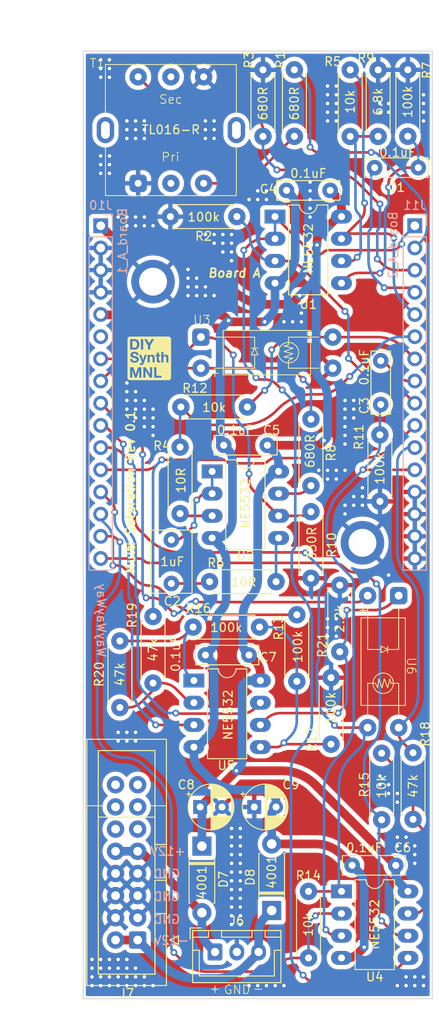
<source format=kicad_pcb>
(kicad_pcb (version 20221018) (generator pcbnew)
  (title_block (title "Eurorack Multi Saturation Boards") (date "2023-12-28") (rev "0.1") (company "DIYSynthMNL") (comment 1 "This version is a prototype"))
  (layers (0 "F.Cu" signal) (31 "B.Cu" signal) (34 "B.Paste" user) (35 "F.Paste" user) (36 "B.SilkS" user "B.Silkscreen") (37 "F.SilkS" user "F.Silkscreen") (38 "B.Mask" user) (39 "F.Mask" user) (44 "Edge.Cuts" user))
  (net 0 "")
  (net 1 "Board_0-+12V")
  (net 2 "Board_0--12V")
  (net 3 "Board_0-/Board_A/+12V_IN")
  (net 4 "Board_0-/Board_A/-12V_IN")
  (net 5 "Board_0-Audio_in")
  (net 6 "Board_0-Clipping_diodes")
  (net 7 "Board_0-D1_+")
  (net 8 "Board_0-D1_-")
  (net 9 "Board_0-D4_+")
  (net 10 "Board_0-D4_-")
  (net 11 "Board_0-Dry")
  (net 12 "Board_0-GND")
  (net 13 "Board_0-Mix_CV_in")
  (net 14 "Board_0-Mix_audio_out")
  (net 15 "Board_0-Net-(C2-Pad2)")
  (net 16 "Board_0-Net-(R1-Pad2)")
  (net 17 "Board_0-Net-(R15-Pad1)")
  (net 18 "Board_0-Net-(R16-Pad2)")
  (net 19 "Board_0-Net-(R8-Pad2)")
  (net 20 "Board_0-Net-(U1B-+)")
  (net 21 "Board_0-Net-(U1B--)")
  (net 22 "Board_0-Net-(U2A-+)")
  (net 23 "Board_0-Net-(U2A--)")
  (net 24 "Board_0-Net-(U2B-+)")
  (net 25 "Board_0-Net-(U5A--)")
  (net 26 "Board_0-Net-(U5B-+)")
  (net 27 "Board_0-Net-(U5B--)")
  (net 28 "Board_0-RV1_2")
  (net 29 "Board_0-RV2_3")
  (net 30 "Board_0-RV3_3")
  (net 31 "Board_0-RV4_2")
  (net 32 "Board_0-SW1_1")
  (net 33 "Board_0-SW1_4")
  (net 34 "Board_0-SW1_5")
  (net 35 "Board_0-SW2_1")
  (net 36 "Board_0-SW2_2")
  (net 37 "Board_0-SW2_4")
  (net 38 "Board_0-SW2_5")
  (net 39 "Board_0-Wet")
  (net 40 "Board_0-unconnected-(J10-Pin_6-Pad6)")
  (net 41 "Board_0-unconnected-(J7-+5V-Pad11)")
  (net 42 "Board_0-unconnected-(J7-+5V-Pad12)")
  (net 43 "Board_0-unconnected-(J7-CV-Pad13)")
  (net 44 "Board_0-unconnected-(J7-CV-Pad14)")
  (net 45 "Board_0-unconnected-(J7-GATE-Pad15)")
  (net 46 "Board_0-unconnected-(J7-GATE-Pad16)")
  (net 47 "Board_0-unconnected-(T1-Pad2)")
  (net 48 "Board_0-unconnected-(T1-Pad5)")
  (footprint "DIYSynthMNL:MountingHole_M3_Standoff_Pad" (layer "F.Cu") (at 160.5 76.3)
    (fp_text reference "H2")
    (fp_text value "MountingHole")
  )
  (footprint "DIYSynthMNL:R_quarter_watt_L6.3mm_D2.5mm_P7.62mm" (layer "F.Cu") (at 157.9 88.77 90)
    (fp_text reference "R21")
    (fp_text value "2.2k")
  )
  (footprint "DIYSynthMNL:IDC-Header_2x08_P2.54mm_Vertical" (layer "F.Cu") (at 134.74 121.78 180)
    (fp_text reference "J7")
    (fp_text value "EURO_PWR_16P")
  )
  (footprint "DIYSynthMNL:R_quarter_watt_L6.3mm_D2.5mm_P7.62mm" (layer "F.Cu") (at 162.3 29.77 90)
    (fp_text reference "R9")
    (fp_text value "6.8k")
  )
  (footprint "DIYSynthMNL:R_quarter_watt_L6.3mm_D2.5mm_P7.62mm" (layer "F.Cu") (at 139.6 65.34 -90)
    (fp_text reference "R4")
    (fp_text value "10R")
  )
  (footprint "DIYSynthMNL:R_quarter_watt_L6.3mm_D2.5mm_P7.62mm" (layer "F.Cu") (at 149.1 22.15 -90)
    (fp_text reference "R3")
    (fp_text value "680R")
  )
  (footprint "DIYSynthMNL:R_quarter_watt_L6.3mm_D2.5mm_P7.62mm" (layer "F.Cu") (at 156.9 99.36 90)
    (fp_text reference "R17")
    (fp_text value "100k")
  )
  (footprint "DIYSynthMNL:R_quarter_watt_L6.3mm_D2.5mm_P7.62mm" (layer "F.Cu") (at 154.6 72.74 -90)
    (fp_text reference "R10")
    (fp_text value "330R")
  )
  (footprint "DIYSynthMNL:D_DO-41_SOD81_P7.62mm_Horizontal_BigPads" (layer "F.Cu") (at 150.1 118.4 90)
    (fp_text reference "D8")
    (fp_text value "4001")
  )
  (footprint "DIYSynthMNL:D_DO-41_SOD81_P7.62mm_Horizontal_BigPads" (layer "F.Cu") (at 142.1 111.03 -90)
    (fp_text reference "D7")
    (fp_text value "4001")
  )
  (footprint "DIYSynthMNL:C_Rect_L7.0mm_W2.0mm_P5.00mm_BigPads" (layer "F.Cu") (at 149.6 65.13 180)
    (fp_text reference "C5")
    (fp_text value "0.1uF")
  )
  (footprint "DIYSynthMNL:Eurorack_power_jst_3P" (layer "F.Cu") (at 143.6 123.15)
    (fp_text reference "J6")
    (fp_text value "EuroPower_JST_3P")
  )
  (footprint "DIYSynthMNL:R_quarter_watt_L6.3mm_D2.5mm_P7.62mm" (layer "F.Cu") (at 136.5 84.74 -90)
    (fp_text reference "R19")
    (fp_text value "47k")
  )
  (footprint "DIYSynthMNL:Audio_transformer_TL016-R" (layer "F.Cu") (at 138.54715 29.046)
    (fp_text reference "T1")
    (fp_text value "TL016-R")
  )
  (footprint "DIYSynthMNL:DIP-8_W7.62mm_LongPads" (layer "F.Cu") (at 141.18 92.07)
    (fp_text reference "U5" hide)
    (fp_text value "NE5532")
  )
  (footprint "DIYSynthMNL:Handmade_vactrol_5mm" (layer "F.Cu") (at 164.656 82.35 -90)
    (fp_text reference "U6")
    (fp_text value "VTL5C")
  )
  (footprint "DIYSynthMNL:R_quarter_watt_L6.3mm_D2.5mm_P7.62mm" (layer "F.Cu") (at 166.3 100.34 -90)
    (fp_text reference "R18")
    (fp_text value "47k")
  )
  (footprint "DIYSynthMNL:C_Rect_L7.0mm_W2.0mm_P5.00mm_BigPads" (layer "F.Cu") (at 162.6 60.46 90)
    (fp_text reference "C3")
    (fp_text value "0.1uF")
  )
  (footprint "DIYSynthMNL:R_quarter_watt_L6.3mm_D2.5mm_P7.62mm" (layer "F.Cu") (at 165.7 29.76 90)
    (fp_text reference "R7")
    (fp_text value "100k")
  )
  (footprint "DIYSynthMNL:DIP-8_W7.62mm_LongPads" (layer "F.Cu") (at 158.1 116.21)
    (fp_text reference "U4")
    (fp_text value "NE5532")
  )
  (footprint "DIYSynthMNL:R_quarter_watt_L6.3mm_D2.5mm_P7.62mm" (layer "F.Cu") (at 152.98 84.54 -90)
    (fp_text reference "R13")
    (fp_text value "100k")
  )
  (footprint "DIYSynthMNL:R_quarter_watt_L6.3mm_D2.5mm_P7.62mm" (layer "F.Cu") (at 147.31 60.75 180)
    (fp_text reference "R12")
    (fp_text value "10k")
  )
  (footprint "Capacitor_THT:CP_Radial_D5.0mm_P2.50mm" (layer "F.Cu") (at 141.9 106.55)
    (fp_text reference "C8")
    (fp_text value "22uF")
  )
  (footprint "DIYSynthMNL:C_Rect_L7.0mm_W2.0mm_P5.00mm_BigPads" (layer "F.Cu") (at 166.9 33.35 180)
    (fp_text reference "C1")
    (fp_text value "0.1uF")
  )
  (footprint "DIYSynthMNL:R_quarter_watt_L6.3mm_D2.5mm_P7.62mm" (layer "F.Cu") (at 162.5 63.94 -90)
    (fp_text reference "R11")
    (fp_text value "100k")
  )
  (footprint "DIYSynthMNL:MountingHole_M3_Standoff_Pad" (layer "F.Cu") (at 136.5 46.4)
    (fp_text reference "H1")
    (fp_text value "MountingHole")
  )
  (footprint "DIYSynthMNL:R_quarter_watt_L6.3mm_D2.5mm_P7.62mm" (layer "F.Cu") (at 152.7 22.14 -90)
    (fp_text reference "R1")
    (fp_text value "680R")
  )
  (footprint "DIYSynthMNL:R_quarter_watt_L6.3mm_D2.5mm_P7.62mm" (layer "F.Cu") (at 162.7 100.39 -90)
    (fp_text reference "R15")
    (fp_text value "10k")
  )
  (footprint "DIYSynthMNL:R_quarter_watt_L6.3mm_D2.5mm_P7.62mm" (layer "F.Cu") (at 154.6 62.14 -90)
    (fp_text reference "R8")
    (fp_text value "680R")
  )
  (footprint "DIYSynthMNL:C_Rect_L7.0mm_W2.0mm_P5.00mm_BigPads" (layer "F.Cu") (at 156.8 35.95 180)
    (fp_text reference "C4")
    (fp_text value "0.1uF")
  )
  (footprint "DIYSynthMNL:C_Rect_L7.0mm_W4.5mm_P5.00mm_BigPads" (layer "F.Cu") (at 138.6 75.96 -90)
    (fp_text reference "C2")
    (fp_text value "1uF")
  )
  (footprint "DIYSynthMNL:Handmade_vactrol_5mm" (layer "F.Cu") (at 141.987 52.75)
    (fp_text reference "U3")
    (fp_text value "VTL5C")
  )
  (footprint "DIYSynthMNL:R_quarter_watt_L6.3mm_D2.5mm_P7.62mm" (layer "F.Cu") (at 154.32 116.21 -90)
    (fp_text reference "R14")
    (fp_text value "10k")
  )
  (footprint "Capacitor_THT:CP_Radial_D5.0mm_P2.50mm" (layer "F.Cu") (at 148.1 106.55)
    (fp_text reference "C9")
    (fp_text value "22uF")
  )
  (footprint "DIYSynthMNL:C_Rect_L7.0mm_W2.0mm_P5.00mm_BigPads" (layer "F.Cu") (at 164.32 113.23 180)
    (fp_text reference "C6")
    (fp_text value "0.1uF")
  )
  (footprint "DIYSynthMNL:R_quarter_watt_L6.3mm_D2.5mm_P7.62mm" (layer "F.Cu") (at 148.71 85.95 180)
    (fp_text reference "R16")
    (fp_text value "100k")
  )
  (footprint "DIYSynthMNL:DIP-8_W7.62mm_LongPads" (layer "F.Cu") (at 150.48 38.95)
    (fp_text reference "U1")
    (fp_text value "NE5532")
  )
  (footprint "DIYSynthMNL:C_Rect_L7.0mm_W2.0mm_P5.00mm_BigPads" (layer "F.Cu") (at 147.5 89.15 180)
    (fp_text reference "C7")
    (fp_text value "0.1uF")
  )
  (footprint "DIYSynthMNL:DIP-8_W7.62mm_LongPads" (layer "F.Cu") (at 143.275 68.13)
    (fp_text reference "U2")
    (fp_text value "NE5532")
  )
  (footprint "DIYSynthMNL:R_quarter_watt_L6.3mm_D2.5mm_P7.62mm" (layer "F.Cu") (at 132.7 95.16 90)
    (fp_text reference "R20")
    (fp_text value "47k")
  )
  (footprint "PCM_kikit:Board" (layer "F.Cu") (at 128.5 20)
    (fp_text reference "B1")
    (fp_text value "Board")
  )
  (footprint "DIYSynthMNL:R_quarter_watt_L6.3mm_D2.5mm_P7.62mm" (layer "F.Cu") (at 142.98 80.75)
    (fp_text reference "R6")
    (fp_text value "10R")
  )
  (footprint "DIYSynthMNL:R_quarter_watt_L6.3mm_D2.5mm_P7.62mm" (layer "F.Cu") (at 159.1 29.77 90)
    (fp_text reference "R5")
    (fp_text value "10k")
  )
  (footprint "DIYSynthMNL:R_quarter_watt_L6.3mm_D2.5mm_P7.62mm" (layer "F.Cu") (at 146.11 38.95 180)
    (fp_text reference "R2")
    (fp_text value "100k")
  )
  (footprint "Connector_PinHeader_2.54mm:PinHeader_1x16_P2.54mm_Vertical" (layer "B.Cu") (at 166.5 40 180)
    (fp_text reference "J11")
    (fp_text value "Board_A_2")
  )
  (footprint "Connector_PinHeader_2.54mm:PinHeader_1x16_P2.54mm_Vertical" (layer "B.Cu") (at 130.5 40 180)
    (fp_text reference "J10")
    (fp_text value "Board_A_1")
  )
  (gr_poly (pts (xy 134.3 53.2) (xy 134.301141 53.200012) (xy 134.302264 53.200049) (xy 134.30337 53.200111) (xy 134.30446 53.200199) (xy 134.305538 53.200313) (xy 134.306604 53.200453) (xy 134.307661 53.200621) (xy 134.30871 53.200816) (xy 134.345456 53.200816) (xy 134.34609 53.201018) (xy 134.346737 53.201205) (xy 134.348069 53.201539) (xy 134.349454 53.20182) (xy 134.35089 53.202048) (xy 134.35238 53.202223) (xy 134.353921 53.202348) (xy 134.355515 53.202422) (xy 134.357161 53.202447) (xy 134.357998 53.202251) (xy 134.358834 53.202082) (xy 134.359668 53.201939) (xy 134.360502 53.201822) (xy 134.361335 53.201731) (xy 134.362168 53.201666) (xy 134.363 53.201627) (xy 134.363832 53.201614) (xy 134.364664 53.201627) (xy 134.365496 53.201666) (xy 134.366328 53.201731) (xy 134.367161 53.201822) (xy 134.367994 53.201939) (xy 134.368828 53.202082) (xy 134.369662 53.202251) (xy 134.370498 53.202447) (xy 134.376978 53.204039) (xy 134.383038 53.205452) (xy 134.385912 53.206081) (xy 134.388681 53.206654) (xy 134.391346 53.207167) (xy 134.393907 53.207617) (xy 134.396869 53.207641) (xy 134.3999 53.207715) (xy 134.402994 53.20784) (xy 134.406145 53.208015) (xy 134.409349 53.208243) (xy 134.4126 53.208524) (xy 134.415892 53.208858) (xy 134.419221 53.209247) (xy 134.422977 53.210112) (xy 134.426722 53.211035) (xy 134.430459 53.212014) (xy 134.434192 53.213047) (xy 134.437925 53.214132) (xy 134.441662 53.215268) (xy 134.445407 53.216454) (xy 134.449163 53.217687) (xy 134.456706 53.219433) (xy 134.460486 53.220368) (xy 134.46427 53.221352) (xy 134.468053 53.222387) (xy 134.471834 53.22348) (xy 134.475609 53.224635) (xy 134.479377 53.225857) (xy 134.485172 53.228407) (xy 134.490851 53.231039) (xy 134.496414 53.233752) (xy 134.501859 53.236547) (xy 134.507188 53.239423) (xy 134.5124 53.242378) (xy 134.517495 53.245413) (xy 134.522472 53.248527) (xy 134.527332 53.251719) (xy 134.532074 53.254989) (xy 134.536698 53.258337) (xy 134.541204 53.261761) (xy 134.545591 53.265261) (xy 134.54986 53.268837) (xy 134.554011 53.272488) (xy 134.558042 53.276214) (xy 134.56219 53.279814) (xy 134.566272 53.283506) (xy 134.57029 53.287289) (xy 134.574241 53.291165) (xy 134.578127 53.295132) (xy 134.581948 53.299191) (xy 134.585703 53.303342) (xy 134.589393 53.307584) (xy 134.593018 53.311918) (xy 134.596578 53.316343) (xy 134.600072 53.320859) (xy 134.603501 53.325467) (xy 134.606864 53.330166) (xy 134.610163 53.334955) (xy 134.613396 53.339836) (xy 134.616565 53.344808) (xy 134.619797 53.350295) (xy 134.622806 53.355886) (xy 134.625596 53.361581) (xy 134.628173 53.36738) (xy 134.63054 53.373284) (xy 134.632704 53.379293) (xy 134.634667 53.385407) (xy 134.636436 53.391626) (xy 134.640642 53.403527) (xy 134.644876 53.415831) (xy 134.64911 53.428553) (xy 134.653313 53.44171) (xy 134.65371 53.442754) (xy 134.654068 53.443795) (xy 134.654385 53.444835) (xy 134.654663 53.445872) (xy 134.654901 53.446909) (xy 134.6551 53.447944) (xy 134.655259 53.448979) (xy 134.655379 53.450013) (xy 134.65546 53.451048) (xy 134.655502 53.452082) (xy 134.655505 53.453117) (xy 134.65547 53.454153) (xy 134.655395 53.455191) (xy 134.655283 53.45623) (xy 134.655132 53.457271) (xy 134.654943 53.458314) (xy 134.654955 53.459159) (xy 134.654992 53.460021) (xy 134.655053 53.460899) (xy 134.65514 53.461794) (xy 134.655252 53.462704) (xy 134.655389 53.463628) (xy 134.655553 53.464567) (xy 134.655742 53.465519) (xy 134.655957 53.466484) (xy 134.656198 53.467462) (xy 134.656466 53.468452) (xy 134.656761 53.469453) (xy 134.657083 53.470464) (xy 134.657432 53.471486) (xy 134.657808 53.472517) (xy 134.658213 53.473557) (xy 134.659005 53.476947) (xy 134.659707 53.480431) (xy 134.660313 53.484011) (xy 134.660819 53.487692) (xy 134.661221 53.491478) (xy 134.661513 53.495371) (xy 134.661692 53.499377) (xy 134.661753 53.503499) (xy 134.662191 53.507657) (xy 134.662673 53.511768) (xy 134.663203 53.51583) (xy 134.663783 53.519841) (xy 134.664415 53.5238) (xy 134.665102 53.527705) (xy 134.665847 53.531555) (xy 134.666653 53.535347) (xy 134.666653 53.567195) (xy 134.667059 53.568278) (xy 134.667436 53.569438) (xy 134.667786 53.570675) (xy 134.668109 53.571989) (xy 134.668672 53.574851) (xy 134.669128 53.578023) (xy 134.669479 53.58151) (xy 134.669727 53.585312) (xy 134.669874 53.589431) (xy 134.669923 53.59387) (xy 134.669874 53.598308) (xy 134.669725 53.602428) (xy 134.669613 53.604369) (xy 134.669476 53.60623) (xy 134.669313 53.608013) (xy 134.669124 53.609717) (xy 134.668909 53.611343) (xy 134.668667 53.61289) (xy 134.668399 53.61436) (xy 134.668104 53.615751) (xy 134.667783 53.617065) (xy 134.667433 53.618302) (xy 134.667057 53.619462) (xy 134.666653 53.620545) (xy 134.666653 53.637421) (xy 134.665869 53.640763) (xy 134.665197 53.644098) (xy 134.664634 53.647429) (xy 134.664178 53.650759) (xy 134.663827 53.654088) (xy 134.663579 53.65742) (xy 134.663431 53.660755) (xy 134.663383 53.664096) (xy 134.663322 53.667413) (xy 134.663143 53.670675) (xy 134.662851 53.673883) (xy 134.662449 53.677037) (xy 134.661943 53.680139) (xy 134.661337 53.683189) (xy 134.660635 53.686189) (xy 134.659843 53.689139) (xy 134.659843 53.702475) (xy 134.658621 53.706658) (xy 134.657467 53.710842) (xy 134.656374 53.715028) (xy 134.655338 53.719215) (xy 134.654355 53.723402) (xy 134.653419 53.727588) (xy 134.651673 53.735955) (xy 134.650782 53.740089) (xy 134.649785 53.744125) (xy 134.648682 53.748063) (xy 134.647473 53.751898) (xy 134.64616 53.755629) (xy 134.644743 53.759253) (xy 134.643224 53.762767) (xy 134.641602 53.766169) (xy 134.638418 53.773826) (xy 134.63514 53.781326) (xy 134.631766 53.78867) (xy 134.628299 53.795857) (xy 134.624738 53.802888) (xy 134.621084 53.809762) (xy 134.617337 53.81648) (xy 134.613498 53.82304) (xy 134.609568 53.829444) (xy 134.605547 53.835691) (xy 134.601435 53.841781) (xy 134.597234 53.847715) (xy 134.592943 53.853491) (xy 134.588564 53.85911) (xy 134.584096 53.864572) (xy 134.579541 53.869877) (xy 134.575047 53.875038) (xy 134.570347 53.880071) (xy 134.565438 53.884974) (xy 134.560323 53.889747) (xy 134.554999 53.89439) (xy 134.549468 53.898903) (xy 134.543727 53.903286) (xy 134.537778 53.907538) (xy 134.53162 53.91166) (xy 134.525253 53.915651) (xy 134.518676 53.919511) (xy 134.511889 53.923239) (xy 134.504892 53.926837) (xy 134.497685 53.930302) (xy 134.490267 53.933636) (xy 134.482638 53.936838) (xy 134.476705 53.939069) (xy 134.470615 53.941166) (xy 134.464367 53.943129) (xy 134.457961 53.944959) (xy 134.451398 53.946656) (xy 134.444677 53.94822) (xy 134.430765 53.950955) (xy 134.416226 53.953166) (xy 134.401061 53.95486) (xy 134.385272 53.956039) (xy 134.368859 53.956709) (xy 134.178321 53.956709) (xy 134.17484 53.956428) (xy 134.171504 53.956002) (xy 134.169891 53.955735) (xy 134.168314 53.955432) (xy 134.166773 53.955093) (xy 134.165269 53.954718) (xy 134.1638 53.954307) (xy 134.162368 53.95386) (xy 134.160972 53.953376) (xy 134.159612 53.952857) (xy 134.158288 53.952302) (xy 134.157 53.951711) (xy 134.155748 53.951084) (xy 134.154532 53.950421) (xy 134.153352 53.949722) (xy 134.152208 53.948987) (xy 134.1511 53.948216) (xy 134.150027 53.947409) (xy 134.14899 53.946567) (xy 134.147989 53.945688) (xy 134.147024 53.944774) (xy 134.146095 53.943824) (xy 134.145201 53.942838) (xy 134.144343 53.941816) (xy 134.14352 53.940758) (xy 134.142733 53.939665) (xy 134.141982 53.938536) (xy 134.141266 53.937371) (xy 134.140586 53.93617) (xy 134.139941 53.934934) (xy 134.139124 53.932824) (xy 134.138348 53.930673) (xy 134.137618 53.928477) (xy 134.136936 53.926233) (xy 134.136306 53.923937) (xy 134.135733 53.921585) (xy 134.13522 53.919172) (xy 134.134771 53.916697) (xy 134.134771 53.876411) (xy 134.134365 53.875355) (xy 134.133987 53.874276) (xy 134.133637 53.873175) (xy 134.133315 53.872051) (xy 134.13302 53.870903) (xy 134.132752 53.86973) (xy 134.13251 53.868533) (xy 134.132296 53.86731) (xy 134.132107 53.866061) (xy 134.131945 53.864785) (xy 134.131697 53.862151) (xy 134.131549 53.859404) (xy 134.131501 53.85654) (xy 134.131891 53.853638) (xy 134.132225 53.850785) (xy 134.132506 53.847984) (xy 134.132733 53.845234) (xy 134.132909 53.842536) (xy 134.133033 53.839891) (xy 134.133106 53.8373) (xy 134.133131 53.834764) (xy 134.133131 53.321399) (xy 134.133854 53.309792) (xy 134.134362 53.298389) (xy 134.134662 53.287194) (xy 134.134761 53.276214) (xy 134.134761 53.242734) (xy 134.134788 53.240879) (xy 134.134871 53.239076) (xy 134.135007 53.237325) (xy 134.135198 53.235627) (xy 134.135442 53.233981) (xy 134.13574 53.232387) (xy 134.13609 53.230845) (xy 134.136493 53.229356) (xy 134.136949 53.227919) (xy 134.137456 53.226534) (xy 134.138015 53.225202) (xy 134.138625 53.223922) (xy 134.139286 53.222694) (xy 134.139998 53.221519) (xy 134.140759 53.220396) (xy 134.141571 53.219325) (xy 134.142211 53.218306) (xy 134.142876 53.217339) (xy 134.143567 53.216422) (xy 134.144283 53.215558) (xy 134.145025 53.214745) (xy 134.145793 53.213983) (xy 134.146586 53.213274) (xy 134.147406 53.212617) (xy 134.148251 53.212012) (xy 134.149123 53.21146) (xy 134.15002 53.21096) (xy 134.150945 53.210513) (xy 134.151895 53.210119) (xy 134.152873 53.209777) (xy 134.153877 53.209489) (xy 134.154908 53.209254) (xy 134.171512 53.202444) (xy 134.172145 53.202249) (xy 134.172792 53.20208) (xy 134.173452 53.201937) (xy 134.174125 53.20182) (xy 134.17481 53.201729) (xy 134.175509 53.201664) (xy 134.176221 53.201625) (xy 134.176946 53.201612) (xy 134.177684 53.201625) (xy 134.178435 53.201664) (xy 134.179199 53.201729) (xy 134.179976 53.20182) (xy 134.180767 53.201937) (xy 134.18157 53.20208) (xy 134.182387 53.202249) (xy 134.183217 53.202444) (xy 134.184242 53.202635) (xy 134.185229 53.202787) (xy 134.186176 53.202901) (xy 134.187084 53.202976) (xy 134.187953 53.203012) (xy 134.188782 53.203009) (xy 134.189572 53.202967) (xy 134.190323 53.202886) (xy 134.191035 53.202765) (xy 134.191708 53.202605) (xy 134.19203 53.202511) (xy 134.192342 53.202406) (xy 134.192644 53.202292) (xy 134.192936 53.202167) (xy 134.193218 53.202033) (xy 134.193491 53.201889) (xy 134.193754 53.201735) (xy 134.194007 53.201571) (xy 134.19425 53.201396) (xy 134.194484 53.201212) (xy 134.194708 53.201018) (xy 134.194922 53.200814) (xy 134.290462 53.200814) (xy 134.291708 53.200619) (xy 134.292933 53.200451) (xy 134.29414 53.200311) (xy 134.295332 53.200197) (xy 134.296511 53.200109) (xy 134.297679 53.200047) (xy 134.298839 53.20001) (xy 134.299992 53.199998)) (fill solid) (layer "F.SilkS"))
  (gr_poly (pts (xy 138.284074 52.685115) (xy 138.299306 52.686266) (xy 138.314311 52.688162) (xy 138.329071 52.690784) (xy 138.343568 52.694113) (xy 138.357783 52.698132) (xy 138.371698 52.702821) (xy 138.385294 52.708163) (xy 138.398552 52.714138) (xy 138.411454 52.720728) (xy 138.423982 52.727915) (xy 138.436117 52.73568) (xy 138.44784 52.744005) (xy 138.459133 52.75287) (xy 138.469978 52.762259) (xy 138.480356 52.772151) (xy 138.490248 52.782529) (xy 138.499637 52.793374) (xy 138.508502 52.804667) (xy 138.516827 52.81639) (xy 138.524592 52.828525) (xy 138.531779 52.841053) (xy 138.538369 52.853955) (xy 138.544344 52.867213) (xy 138.549686 52.880809) (xy 138.554375 52.894724) (xy 138.558394 52.908939) (xy 138.561723 52.923436) (xy 138.564345 52.938196) (xy 138.566241 52.953202) (xy 138.567392 52.968433) (xy 138.56778 52.983873) (xy 138.56778 57.385581) (xy 138.567392 57.401021) (xy 138.566241 57.416253) (xy 138.564345 57.431258) (xy 138.561723 57.446018) (xy 138.558394 57.460515) (xy 138.554375 57.47473) (xy 138.549686 57.488645) (xy 138.544344 57.502241) (xy 138.538369 57.515499) (xy 138.531779 57.528401) (xy 138.524592 57.540929) (xy 138.516827 57.553064) (xy 138.508502 57.564787) (xy 138.499637 57.576081) (xy 138.490248 57.586925) (xy 138.480356 57.597303) (xy 138.469978 57.607195) (xy 138.459133 57.616584) (xy 138.44784 57.625449) (xy 138.436117 57.633774) (xy 138.423982 57.641539) (xy 138.411454 57.648726) (xy 138.398552 57.655316) (xy 138.385294 57.661291) (xy 138.371698 57.666633) (xy 138.357783 57.671322) (xy 138.343568 57.675341) (xy 138.329071 57.67867) (xy 138.314311 57.681292) (xy 138.299306 57.683188) (xy 138.284074 57.684339) (xy 138.268634 57.684727) (xy 133.866926 57.684727) (xy 133.851486 57.684339) (xy 133.836255 57.683188) (xy 133.821249 57.681292) (xy 133.806489 57.67867) (xy 133.791992 57.675341) (xy 133.777777 57.671322) (xy 133.763862 57.666633) (xy 133.750266 57.661291) (xy 133.737008 57.655316) (xy 133.724106 57.648726) (xy 133.711578 57.641539) (xy 133.699443 57.633774) (xy 133.68772 57.625449) (xy 133.676426 57.616584) (xy 133.665582 57.607195) (xy 133.655204 57.597303) (xy 133.645312 57.586925) (xy 133.635923 57.576081) (xy 133.627058 57.564787) (xy 133.618733 57.553064) (xy 133.610968 57.540929) (xy 133.603781 57.528401) (xy 133.597191 57.515499) (xy 133.591216 57.502241) (xy 133.585874 57.488645) (xy 133.581185 57.47473) (xy 133.577166 57.460515) (xy 133.573837 57.446018) (xy 133.571215 57.431258) (xy 133.569319 57.416253) (xy 133.568168 57.401021) (xy 133.567781 57.385581) (xy 133.567781 57.315892) (xy 133.872336 57.315892) (xy 133.87236 57.320489) (xy 133.872434 57.325083) (xy 133.872559 57.329675) (xy 133.872734 57.334265) (xy 133.872962 57.338856) (xy 133.873243 57.343447) (xy 133.873577 57.348041) (xy 133.873966 57.352638) (xy 133.874207 57.354698) (xy 133.874514 57.356698) (xy 133.874887 57.358637) (xy 133.875324 57.360514) (xy 133.875827 57.362328) (xy 133.876395 57.364078) (xy 133.877029 57.365765) (xy 133.877728 57.367387) (xy 133.878492 57.368944) (xy 133.879321 57.370434) (xy 133.880216 57.371858) (xy 133.881176 57.373215) (xy 133.882202 57.374503) (xy 133.883293 57.375722) (xy 133.884449 57.376872) (xy 133.885671 57.377952) (xy 133.886944 57.378971) (xy 133.888256 57.379939) (xy 133.889606 57.380855) (xy 133.890995 57.38172) (xy 133.892422 57.382533) (xy 133.893888 57.383294) (xy 133.895394 57.384003) (xy 133.896938 57.38466) (xy 133.898521 57.385265) (xy 133.900144 57.385817) (xy 133.901806 57.386317) (xy 133.903508 57.386764) (xy 133.905249 57.387159) (xy 133.90703 57.3875) (xy 133.908851 57.387788) (xy 133.910713 57.388023) (xy 134.031025 57.388023) (xy 134.034378 57.388047) (xy 134.037744 57.388121) (xy 134.041119 57.388246) (xy 134.044499 57.388421) (xy 134.047878 57.388649) (xy 134.051253 57.38893) (xy 134.05462 57.389264) (xy 134.057973 57.389653) (xy 134.06129 57.389592) (xy 134.064552 57.389413) (xy 134.067759 57.389121) (xy 134.070914 57.388719) (xy 134.074015 57.388213) (xy 134.077066 57.387607) (xy 134.080065 57.386905) (xy 134.083015 57.386113) (xy 134.085268 57.385663) (xy 134.087429 57.385149) (xy 134.089498 57.384571) (xy 134.091475 57.38393) (xy 134.09336 57.383223) (xy 134.095152 57.382453) (xy 134.096854 57.381617) (xy 134.098463 57.380716) (xy 134.099234 57.380241) (xy 134.099981 57.37975) (xy 134.100706 57.379242) (xy 134.101408 57.378718) (xy 134.102087 57.378178) (xy 134.102743 57.377621) (xy 134.103377 57.377048) (xy 134.103988 57.376458) (xy 134.104576 57.375852) (xy 134.105141 57.375229) (xy 134.105684 57.374589) (xy 134.106204 57.373933) (xy 134.106702 57.37326) (xy 134.107176 57.372571) (xy 134.107628 57.371865) (xy 134.108058 57.371142) (xy 134.108864 57.370077) (xy 134.109616 57.368972) (xy 134.110313 57.367827) (xy 134.110955 57.366642) (xy 134.111544 57.365418) (xy 134.11208 57.364155) (xy 134.112562 57.362852) (xy 134.112992 57.361509) (xy 134.113369 57.360128) (xy 134.113695 57.358707) (xy 134.11397 57.357247) (xy 134.114193 57.355749) (xy 134.114367 57.354211) (xy 134.11449 57.352635) (xy 134.114563 57.35102) (xy 134.114588 57.349367) (xy 134.114588 56.795989) (xy 134.115359 56.786756) (xy 134.115963 56.77748) (xy 134.116189 56.772839) (xy 134.116357 56.768203) (xy 134.116462 56.763579) (xy 134.116498 56.75897) (xy 134.116498 56.722224) (xy 134.116461 56.718907) (xy 134.116355 56.715645) (xy 134.116186 56.712437) (xy 134.115959 56.709283) (xy 134.11568 56.706181) (xy 134.115355 56.703131) (xy 134.114989 56.700132) (xy 134.114588 56.697182) (xy 134.114648 56.693865) (xy 134.114827 56.690603) (xy 134.11512 56.687395) (xy 134.115522 56.684241) (xy 134.116028 56.681139) (xy 134.116634 56.678089) (xy 134.117336 56.67509) (xy 134.118128 56.67214) (xy 134.118911 56.669213) (xy 134.119584 56.666287) (xy 134.120147 56.66336) (xy 134.120603 56.660434) (xy 134.120954 56.657508) (xy 134.121202 56.654582) (xy 134.121349 56.651656) (xy 134.121398 56.648731) (xy 134.121431 56.647292) (xy 134.121532 56.645902) (xy 134.121699 56.644561) (xy 134.121808 56.64391) (xy 134.121933 56.643271) (xy 134.122075 56.642645) (xy 134.122233 56.642032) (xy 134.122408 56.641431) (xy 134.1226 56.640843) (xy 134.122807 56.640268) (xy 134.123032 56.639706) (xy 134.123272 56.639157) (xy 134.123529 56.638621) (xy 134.123802 56.638098) (xy 134.124092 56.637588) (xy 134.124398 56.637091) (xy 134.12472 56.636607) (xy 134.125058 56.636137) (xy 134.125412 56.63568) (xy 134.125783 56.635236) (xy 134.126169 56.634806) (xy 134.126572 56.63439) (xy 134.126991 56.633986) (xy 134.127425 56.633597) (xy 134.127876 56.633221) (xy 134.128343 56.632858) (xy 134.128825 56.63251) (xy 134.129324 56.632175) (xy 134.129838 56.631854) (xy 134.130457 56.631462) (xy 134.131059 56.631122) (xy 134.131354 56.630972) (xy 134.131645 56.630835) (xy 134.131931 56.630711) (xy 134.132214 56.630599) (xy 134.132493 56.630501) (xy 134.132768 56.630417) (xy 134.133039 56.630345) (xy 134.133307 56.630286) (xy 134.133571 56.63024) (xy 134.133832 56.630207) (xy 134.134089 56.630188) (xy 134.134343 56.630181) (xy 134.134593 56.630188) (xy 134.134841 56.630207) (xy 134.135085 56.63024) (xy 134.135326 56.630286) (xy 134.135564 56.630345) (xy 134.135799 56.630417) (xy 134.136032 56.630501) (xy 134.136261 56.630599) (xy 134.136488 56.630711) (xy 134.136713 56.630835) (xy 134.136934 56.630972) (xy 134.137154 56.631122) (xy 134.137371 56.631285) (xy 134.137585 56.631462) (xy 134.137798 56.631651) (xy 134.138008 56.631854) (xy 134.138429 56.632072) (xy 134.138852 56.632306) (xy 134.139277 56.632556) (xy 134.139703 56.632821) (xy 134.140131 56.6331) (xy 134.140559 56.633394) (xy 134.140987 56.633702) (xy 134.141416 56.634023) (xy 134.141845 56.634357) (xy 134.142274 56.634703) (xy 134.142701 56.635062) (xy 134.143128 56.635433) (xy 134.143553 56.635815) (xy 134.143977 56.636207) (xy 134.144818 56.637024) (xy 134.147305 56.640914) (xy 134.149748 56.645059) (xy 134.152145 56.649461) (xy 134.154492 56.654123) (xy 134.156786 56.659047) (xy 134.159025 56.664233) (xy 134.161206 56.669685) (xy 134.163327 56.675404) (xy 134.167839 56.685488) (xy 134.17218 56.695673) (xy 134.176355 56.70596) (xy 134.180368 56.71635) (xy 134.184225 56.726845) (xy 134.187929 56.737446) (xy 134.191487 56.748153) (xy 134.194901 56.758969) (xy 134.201719 56.780634) (xy 134.208774 56.802123) (xy 134.216038 56.823402) (xy 134.223482 56.844439) (xy 134.230061 56.862095) (xy 134.236423 56.879951) (xy 134.242575 56.898015) (xy 134.248524 56.916299) (xy 134.254476 56.934484) (xy 134.260628 56.952249) (xy 134.266989 56.969595) (xy 134.273567 56.986526) (xy 134.27558 56.990708) (xy 134.277435 56.994893) (xy 134.279133 56.999079) (xy 134.280674 57.003266) (xy 134.282059 57.007453) (xy 134.283287 57.011639) (xy 134.284358 57.015824) (xy 134.285272 57.020006) (xy 134.286553 57.024188) (xy 134.287885 57.028373) (xy 134.28927 57.032559) (xy 134.290707 57.036746) (xy 134.292196 57.040933) (xy 134.293737 57.045119) (xy 134.295331 57.049304) (xy 134.296977 57.053486) (xy 134.297179 57.053909) (xy 134.297366 57.05434) (xy 134.29754 57.054781) (xy 134.2977 57.055233) (xy 134.297847 57.055695) (xy 134.297981 57.056168) (xy 134.298101 57.056653) (xy 134.298209 57.057151) (xy 134.298303 57.057662) (xy 134.298384 57.058187) (xy 134.298453 57.058726) (xy 134.298509 57.05928) (xy 134.298552 57.05985) (xy 134.298583 57.060435) (xy 134.298601 57.061037) (xy 134.298607 57.061656) (xy 134.299036 57.062887) (xy 134.299477 57.064071) (xy 134.299927 57.065207) (xy 134.300381 57.066293) (xy 134.300835 57.067327) (xy 134.301283 57.068306) (xy 134.301723 57.06923) (xy 134.302147 57.070096) (xy 134.303795 57.074279) (xy 134.305389 57.078463) (xy 134.30693 57.082649) (xy 134.308418 57.086836) (xy 134.309854 57.091023) (xy 134.311238 57.09521) (xy 134.312571 57.099394) (xy 134.313852 57.103577) (xy 134.315158 57.107734) (xy 134.316565 57.111845) (xy 134.318074 57.115907) (xy 134.319687 57.119918) (xy 134.321404 57.123877) (xy 134.323226 57.127782) (xy 134.325154 57.131631) (xy 134.327189 57.135424) (xy 134.327391 57.13605) (xy 134.327579 57.136678) (xy 134.327914 57.137935) (xy 134.328194 57.139195) (xy 134.328422 57.140456) (xy 134.328597 57.141717) (xy 134.328721 57.142977) (xy 134.328795 57.144237) (xy 134.328819 57.145494) (xy 134.329236 57.146348) (xy 134.329647 57.147241) (xy 134.330053 57.148176) (xy 134.330458 57.14916) (xy 134.330862 57.150195) (xy 134.331267 57.151288) (xy 134.331676 57.152443) (xy 134.332089 57.153664) (xy 134.334149 57.158737) (xy 134.336152 57.163919) (xy 134.338098 57.169209) (xy 134.339991 57.174605) (xy 134.341832 57.180105) (xy 134.343623 57.185708) (xy 134.345365 57.191412) (xy 134.34706 57.197216) (xy 134.348767 57.20263) (xy 134.35054 57.207999) (xy 134.352375 57.213321) (xy 134.354266 57.218593) (xy 134.356209 57.223813) (xy 134.358199 57.228978) (xy 134.360232 57.234086) (xy 134.362303 57.239134) (xy 134.367203 57.254105) (xy 134.36924 57.259153) (xy 134.371169 57.26426) (xy 134.372991 57.269426) (xy 134.374708 57.274646) (xy 134.37632 57.279918) (xy 134.377828 57.28524) (xy 134.379235 57.290609) (xy 134.380541 57.296023) (xy 134.382248 57.301034) (xy 134.384021 57.306037) (xy 134.385856 57.311035) (xy 134.387747 57.316029) (xy 134.39168 57.326021) (xy 134.395784 57.336036) (xy 134.402055 57.350211) (xy 134.407489 57.362711) (xy 134.408147 57.36396) (xy 134.408867 57.365198) (xy 134.40965 57.366426) (xy 134.410495 57.367642) (xy 134.411404 57.368846) (xy 134.412377 57.370038) (xy 134.413415 57.371218) (xy 134.414517 57.372385) (xy 134.415685 57.373539) (xy 134.416918 57.374679) (xy 134.418218 57.375806) (xy 134.419584 57.376919) (xy 134.421018 57.378017) (xy 134.422519 57.3791) (xy 134.424088 57.380167) (xy 134.425726 57.38122) (xy 134.426589 57.381836) (xy 134.427506 57.382429) (xy 134.428477 57.382997) (xy 134.429501 57.383541) (xy 134.430578 57.38406) (xy 134.431708 57.384554) (xy 134.43289 57.385022) (xy 134.434125 57.385465) (xy 134.435413 57.385881) (xy 134.436752 57.386271) (xy 134.438143 57.386633) (xy 134.439586 57.386969) (xy 134.44108 57.387276) (xy 134.442626 57.387556) (xy 134.444222 57.387807) (xy 134.445869 57.38803) (xy 134.449235 57.388419) (xy 134.452644 57.388753) (xy 134.4561 57.389033) (xy 134.459606 57.389261) (xy 134.463163 57.389437) (xy 134.466776 57.389561) (xy 134.470447 57.389635) (xy 134.474178 57.38966) (xy 134.506026 57.38966) (xy 134.510136 57.389271) (xy 134.514099 57.388937) (xy 134.517913 57.388656) (xy 134.521573 57.388429) (xy 134.525076 57.388253) (xy 134.528419 57.388129) (xy 134.531597 57.388054) (xy 134.534607 57.38803) (xy 134.572987 57.38803) (xy 134.575865 57.387237) (xy 134.578643 57.386536) (xy 134.581321 57.38593) (xy 134.583896 57.385424) (xy 134.586367 57.385022) (xy 134.58873 57.384729) (xy 134.589872 57.384625) (xy 134.590986 57.384551) (xy 134.592072 57.384505) (xy 134.59313 57.38449) (xy 134.594174 57.384259) (xy 134.595215 57.383989) (xy 134.596255 57.383677) (xy 134.597293 57.383326) (xy 134.598329 57.382934) (xy 134.599365 57.382503) (xy 134.600399 57.382032) (xy 134.601434 57.381522) (xy 134.602468 57.380973) (xy 134.603502 57.380385) (xy 134.604538 57.379758) (xy 134.605574 57.379093) (xy 134.606611 57.378389) (xy 134.60765 57.377647) (xy 134.608691 57.376867) (xy 134.609734 57.37605) (xy 134.61076 57.375202) (xy 134.611746 57.374331) (xy 134.612693 57.373435) (xy 134.613601 57.372515) (xy 134.61447 57.371571) (xy 134.6153 57.370601) (xy 134.61609 57.369606) (xy 134.616841 57.368585) (xy 134.617553 57.367537) (xy 134.618226 57.366464) (xy 134.618859 57.365363) (xy 134.619453 57.364236) (xy 134.620008 57.36308) (xy 134.620524 57.361897) (xy 134.621001 57.360686) (xy 134.621439 57.359446) (xy 134.623951 57.354318) (xy 134.626471 57.348974) (xy 134.628993 57.343422) (xy 134.63151 57.33767) (xy 134.633547 57.333073) (xy 134.635476 57.328479) (xy 134.637298 57.323887) (xy 134.639015 57.319297) (xy 134.640626 57.314706) (xy 134.642135 57.310114) (xy 134.643542 57.305521) (xy 134.644848 57.300924) (xy 134.646154 57.295936) (xy 134.647561 57.291007) (xy 134.64907 57.286134) (xy 134.650683 57.281315) (xy 134.6524 57.276549) (xy 134.654222 57.271833) (xy 134.65615 57.267165) (xy 134.658185 57.262544) (xy 134.658592 57.261917) (xy 134.658977 57.261289) (xy 134.65934 57.260661) (xy 134.659679 57.260032) (xy 134.659994 57.259402) (xy 134.660285 57.258772) (xy 134.660551 57.258142) (xy 134.660791 57.257512) (xy 134.661005 57.256881) (xy 134.661193 57.25625) (xy 134.661353 57.25562) (xy 134.661486 57.25499) (xy 134.661589 57.25436) (xy 134.661664 57.25373) (xy 134.66171 57.253101) (xy 134.661725 57.252473) (xy 134.661737 57.251846) (xy 134.661774 57.251218) (xy 134.661836 57.25059) (xy 134.661922 57.249961) (xy 134.662034 57.249331) (xy 134.662172 57.248701) (xy 134.662335 57.248071) (xy 134.662524 57.247441) (xy 134.662739 57.24681) (xy 134.66298 57.24618) (xy 134.663248 57.245549) (xy 134.663543 57.244919) (xy 134.663865 57.244289) (xy 134.664214 57.243659) (xy 134.664591 57.24303) (xy 134.664995 57.242402) (xy 134.673989 57.218167) (xy 134.682571 57.19395) (xy 134.690735 57.169733) (xy 134.698475 57.145499) (xy 134.702316 57.132976) (xy 134.706313 57.120496) (xy 134.710467 57.108062) (xy 134.714778 57.095677) (xy 134.719245 57.083344) (xy 134.723869 57.071066) (xy 134.72865 57.058848) (xy 134.733589 57.046691) (xy 134.735211 57.042509) (xy 134.736731 57.038324) (xy 134.738148 57.034138) (xy 134.739461 57.029951) (xy 134.74067 57.025764) (xy 134.741773 57.021578) (xy 134.74277 57.017393) (xy 134.74366 57.013211) (xy 134.74494 57.009065) (xy 134.746273 57.004985) (xy 134.747657 57.000967) (xy 134.749094 56.997005) (xy 134.750583 56.993096) (xy 134.752125 56.989235) (xy 134.753719 56.985416) (xy 134.755365 56.981636) (xy 134.757377 56.977453) (xy 134.759232 56.973269) (xy 134.76093 56.969083) (xy 134.762472 56.964896) (xy 134.763856 56.960709) (xy 134.765084 56.956523) (xy 134.766155 56.952338) (xy 134.76707 56.948156) (xy 134.76835 56.943998) (xy 134.769683 56.939887) (xy 134.771067 56.935825) (xy 134.772504 56.931814) (xy 134.773993 56.927855) (xy 134.775535 56.92395) (xy 134.777128 56.920101) (xy 134.778775 56.916309) (xy 134.779181 56.915682) (xy 134.779558 56.915054) (xy 134.779908 56.914426) (xy 134.780231 56.913797) (xy 134.780526 56.913167) (xy 134.780794 56.912537) (xy 134.781035 56.911907) (xy 134.78125 56.911277) (xy 134.781438 56.910646) (xy 134.781601 56.910016) (xy 134.781737 56.909385) (xy 134.781849 56.908755) (xy 134.781935 56.908125) (xy 134.781996 56.907495) (xy 134.782033 56.906866) (xy 134.782045 56.906238) (xy 134.782057 56.905407) (xy 134.782094 56.90459) (xy 134.782155 56.903787) (xy 134.782242 56.902996) (xy 134.782354 56.902219) (xy 134.782491 56.901455) (xy 134.782654 56.900705) (xy 134.782843 56.899967) (xy 134.783059 56.899243) (xy 134.7833 56.898531) (xy 134.783568 56.897833) (xy 134.783863 56.897147) (xy 134.784185 56.896474) (xy 134.784534 56.895815) (xy 134.78491 56.895167) (xy 134.785315 56.894533) (xy 134.789377 56.883652) (xy 134.793217 56.872757) (xy 134.796848 56.861863) (xy 134.800286 56.850982) (xy 134.801992 56.845555) (xy 134.803765 56.840143) (xy 134.807491 56.829342) (xy 134.811424 56.81854) (xy 134.815529 56.807701) (xy 134.81614 56.806446) (xy 134.816723 56.80519) (xy 134.817802 56.802673) (xy 134.81877 56.800152) (xy 134.81963 56.79763) (xy 134.820385 56.795108) (xy 134.82104 56.792587) (xy 134.821596 56.79007) (xy 134.822059 56.787558) (xy 134.828869 56.767415) (xy 134.833757 56.754019) (xy 134.838407 56.740604) (xy 134.842847 56.727188) (xy 134.847106 56.713792) (xy 134.852134 56.700537) (xy 134.857177 56.687515) (xy 134.867249 56.662074) (xy 134.874059 56.64547) (xy 134.874692 56.644227) (xy 134.875339 56.643007) (xy 134.875999 56.64181) (xy 134.876672 56.640637) (xy 134.877357 56.639489) (xy 134.878056 56.638366) (xy 134.878768 56.637267) (xy 134.879493 56.636195) (xy 134.880231 56.635148) (xy 134.880982 56.634129) (xy 134.881746 56.633136) (xy 134.882524 56.63217) (xy 134.883314 56.631233) (xy 134.884117 56.630324) (xy 134.884934 56.629444) (xy 134.885764 56.628593) (xy 134.885973 56.628379) (xy 134.88618 56.628155) (xy 134.886386 56.62792) (xy 134.886591 56.627673) (xy 134.886795 56.627414) (xy 134.886998 56.627143) (xy 134.8872 56.626859) (xy 134.887402 56.626563) (xy 134.887806 56.625931) (xy 134.888212 56.625243) (xy 134.88862 56.624498) (xy 134.889034 56.623693) (xy 134.889459 56.623296) (xy 134.889899 56.622939) (xy 134.890353 56.622622) (xy 134.890822 56.622344) (xy 134.891304 56.622106) (xy 134.891801 56.621908) (xy 134.89231 56.621748) (xy 134.892834 56.621628) (xy 134.89337 56.621547) (xy 134.893919 56.621505) (xy 134.894481 56.621501) (xy 134.895055 56.621537) (xy 134.895642 56.621611) (xy 134.896241 56.621723) (xy 134.896851 56.621874) (xy 134.897474 56.622063) (xy 134.898689 56.622519) (xy 134.899827 56.62305) (xy 134.900888 56.623659) (xy 134.90187 56.624343) (xy 134.902774 56.625105) (xy 134.903601 56.625944) (xy 134.904349 56.626861) (xy 134.905018 56.627856) (xy 134.90561 56.628929) (xy 134.906122 56.630081) (xy 134.906556 56.631312) (xy 134.906912 56.632623) (xy 134.907189 56.634013) (xy 134.907386 56.635484) (xy 134.907505 56.637035) (xy 134.907545 56.638667) (xy 134.907594 56.641984) (xy 134.907742 56.645246) (xy 134.907991 56.648453) (xy 134.908343 56.651608) (xy 134.9088 56.65471) (xy 134.909363 56.65776) (xy 134.910034 56.660759) (xy 134.910815 56.663709) (xy 134.911212 56.66539) (xy 134.911569 56.667087) (xy 134.911887 56.668799) (xy 134.912165 56.670527) (xy 134.912403 56.67227) (xy 134.912601 56.674027) (xy 134.912761 56.675797) (xy 134.912881 56.677582) (xy 134.912962 56.679379) (xy 134.913004 56.681189) (xy 134.912971 56.684846) (xy 134.912785 56.688547) (xy 134.912445 56.69229) (xy 134.912445 56.762517) (xy 134.912543 56.772729) (xy 134.912843 56.783321) (xy 134.913352 56.794331) (xy 134.914075 56.805797) (xy 134.914075 57.349391) (xy 134.914102 57.351045) (xy 134.914184 57.35266) (xy 134.914321 57.354236) (xy 134.914512 57.355774) (xy 134.914756 57.357273) (xy 134.915053 57.358733) (xy 134.915404 57.360154) (xy 134.915807 57.361536) (xy 134.916263 57.362878) (xy 134.91677 57.364182) (xy 134.917329 57.365445) (xy 134.917939 57.36667) (xy 134.9186 57.367854) (xy 134.919311 57.368999) (xy 134.920073 57.370103) (xy 134.920885 57.371168) (xy 134.921727 57.372388) (xy 134.92258 57.373544) (xy 134.923445 57.374634) (xy 134.924322 57.37566) (xy 134.925211 57.37662) (xy 134.926113 57.377515) (xy 134.927027 57.378345) (xy 134.927954 57.37911) (xy 134.928894 57.379809) (xy 134.929847 57.380443) (xy 134.930814 57.381011) (xy 134.931794 57.381514) (xy 134.932788 57.381952) (xy 134.933796 57.382324) (xy 134.934819 57.382631) (xy 134.935856 57.382871) (xy 134.938416 57.383324) (xy 134.941081 57.383838) (xy 134.946723 57.38504) (xy 134.952784 57.38645) (xy 134.959265 57.388041) (xy 135.118228 57.388041) (xy 135.120089 57.387805) (xy 135.12191 57.387515) (xy 135.123691 57.387173) (xy 135.125433 57.386778) (xy 135.127134 57.386331) (xy 135.128797 57.385831) (xy 135.130419 57.385279) (xy 135.132003 57.384674) (xy 135.133547 57.384018) (xy 135.135052 57.383309) (xy 135.136518 57.382549) (xy 135.137945 57.381736) (xy 135.139334 57.380872) (xy 135.140684 57.379956) (xy 135.141996 57.378989) (xy 135.14327 57.377971) (xy 135.144485 57.37689) (xy 135.145623 57.37574) (xy 135.146684 57.37452) (xy 135.147666 57.373232) (xy 135.14857 57.371875) (xy 135.149396 57.370451) (xy 135.150144 57.368961) (xy 135.150814 57.367404) (xy 135.151405 57.365782) (xy 135.151918 57.364096) (xy 135.152352 57.362345) (xy 135.152708 57.360532) (xy 135.152984 57.358655) (xy 135.153182 57.356717) (xy 135.153301 57.354717) (xy 135.15334 57.352657) (xy 135.15373 57.34806) (xy 135.154065 57.343466) (xy 135.154345 57.338874) (xy 135.154573 57.334284) (xy 135.154748 57.329693) (xy 135.154872 57.325101) (xy 135.154946 57.320508) (xy 135.15497 57.315911) (xy 135.15497 57.304197) (xy 135.389059 57.304197) (xy 135.389157 57.318023) (xy 135.389457 57.331048) (xy 135.389965 57.343237) (xy 135.3903 57.349006) (xy 135.390688 57.354554) (xy 135.391178 57.357218) (xy 135.39181 57.359773) (xy 135.392585 57.362222) (xy 135.393504 57.364564) (xy 135.394565 57.366799) (xy 135.39577 57.368929) (xy 135.397118 57.370953) (xy 135.39861 57.372872) (xy 135.400246 57.374686) (xy 135.402025 57.376396) (xy 135.403949 57.378003) (xy 135.406017 57.379506) (xy 135.408228 57.380907) (xy 135.410585 57.382205) (xy 135.413085 57.383401) (xy 135.415731 57.384496) (xy 135.418291 57.385288) (xy 135.420956 57.38599) (xy 135.423725 57.386596) (xy 135.426598 57.387102) (xy 135.429576 57.387504) (xy 135.432659 57.387797) (xy 135.435847 57.387975) (xy 135.439139 57.388036) (xy 135.568162 57.388036) (xy 135.572674 57.388) (xy 135.577015 57.387894) (xy 135.58119 57.387724) (xy 135.585203 57.387497) (xy 135.58906 57.387218) (xy 135.592765 57.386893) (xy 135.596322 57.386527) (xy 135.599737 57.386126) (xy 135.601592 57.385884) (xy 135.603395 57.385577) (xy 135.605146 57.385205) (xy 135.606844 57.384767) (xy 135.60849 57.384265) (xy 135.610084 57.383696) (xy 135.611626 57.383063) (xy 135.613115 57.382364) (xy 135.614552 57.3816) (xy 135.615937 57.38077) (xy 135.617269 57.379876) (xy 135.618549 57.378915) (xy 135.619777 57.37789) (xy 135.620952 57.376799) (xy 135.622075 57.375643) (xy 135.623146 57.374421) (xy 135.62416 57.3729) (xy 135.62511 57.371263) (xy 135.625997 57.36951) (xy 135.626818 57.36764) (xy 135.627576 57.365654) (xy 135.628268 57.363551) (xy 135.628896 57.361331) (xy 135.629458 57.358994) (xy 135.629955 57.356539) (xy 135.630386 57.353966) (xy 135.630752 57.351275) (xy 135.631052 57.348466) (xy 135.631285 57.345538) (xy 135.631452 57.342491) (xy 135.631552 57.339326) (xy 135.631586 57.336041) (xy 135.631586 57.317532) (xy 135.631982 57.316488) (xy 135.632339 57.315447) (xy 135.632657 57.314407) (xy 135.632934 57.313369) (xy 135.633172 57.312333) (xy 135.633371 57.311298) (xy 135.63353 57.310263) (xy 135.63365 57.309229) (xy 135.633732 57.308194) (xy 135.633774 57.30716) (xy 135.633777 57.306124) (xy 135.633742 57.305088) (xy 135.633668 57.304051) (xy 135.633555 57.303012) (xy 135.633405 57.301971) (xy 135.633215 57.300928) (xy 135.633215 56.663713) (xy 135.633469 56.661845) (xy 135.633813 56.660006) (xy 135.634247 56.658193) (xy 135.634771 56.656409) (xy 135.635385 56.654651) (xy 135.63609 56.65292) (xy 135.636886 56.651215) (xy 135.637774 56.649537) (xy 135.638753 56.647886) (xy 135.639823 56.64626) (xy 135.640986 56.64466) (xy 135.642241 56.643085) (xy 135.643588 56.641536) (xy 135.645028 56.640012) (xy 135.64656 56.638512) (xy 135.648186 56.637038) (xy 135.650455 56.637108) (xy 135.651566 56.637195) (xy 135.652661 56.637318) (xy 135.653741 56.637476) (xy 135.654805 56.63767) (xy 135.655853 56.637898) (xy 135.656885 56.638163) (xy 135.657902 56.638462) (xy 135.658902 56.638797) (xy 135.659887 56.639168) (xy 135.660855 56.639574) (xy 135.661807 56.640016) (xy 135.662744 56.640494) (xy 135.663663 56.641008) (xy 135.664567 56.641557) (xy 135.665454 56.642143) (xy 135.666325 56.642764) (xy 135.66718 56.643421) (xy 135.668018 56.644115) (xy 135.668839 56.644845) (xy 135.669644 56.645611) (xy 135.670432 56.646413) (xy 135.671204 56.647251) (xy 135.672696 56.649038) (xy 135.674122 56.65097) (xy 135.675479 56.653049) (xy 135.676767 56.655275) (xy 135.687677 56.670822) (xy 135.69691 56.683856) (xy 135.719921 56.721837) (xy 135.742095 56.758982) (xy 135.7538 56.776779) (xy 135.765504 56.795029) (xy 135.777208 56.813697) (xy 135.788913 56.832748) (xy 136.039608 57.233974) (xy 136.047053 57.245778) (xy 136.050709 57.251754) (xy 136.054317 57.257782) (xy 136.057872 57.263861) (xy 136.061371 57.269994) (xy 136.064811 57.276182) (xy 136.068189 57.282425) (xy 136.098132 57.329244) (xy 136.103161 57.337512) (xy 136.108204 57.345585) (xy 136.113246 57.353449) (xy 136.118275 57.361091) (xy 136.119561 57.362744) (xy 136.120909 57.364359) (xy 136.122321 57.365935) (xy 136.123796 57.367473) (xy 136.125335 57.368972) (xy 136.126938 57.370432) (xy 136.128606 57.371853) (xy 136.130339 57.373235) (xy 136.132137 57.374578) (xy 136.134001 57.375881) (xy 136.135931 57.377145) (xy 136.137928 57.378369) (xy 136.139991 57.379553) (xy 136.142121 57.380698) (xy 136.144319 57.381802) (xy 136.146584 57.382867) (xy 136.147851 57.383475) (xy 136.149145 57.384048) (xy 136.150464 57.384584) (xy 136.151809 57.385083) (xy 136.153181 57.385546) (xy 136.154578 57.38597) (xy 136.156002 57.386356) (xy 136.157452 57.386704) (xy 136.158928 57.387013) (xy 136.16043 57.387281) (xy 136.161958 57.38751) (xy 136.163513 57.387698) (xy 136.165093 57.387846) (xy 136.1667 57.387951) (xy 136.168334 57.388015) (xy 136.169993 57.388037) (xy 136.35073 57.388037) (xy 136.362874 57.385032) (xy 136.368007 57.383829) (xy 136.370336 57.383316) (xy 136.372505 57.382867) (xy 136.373744 57.382423) (xy 136.374955 57.381927) (xy 136.376137 57.381381) (xy 136.377292 57.380782) (xy 136.37842 57.380132) (xy 136.37952 57.37943) (xy 136.380594 57.378676) (xy 136.381641 57.37787) (xy 136.382662 57.377011) (xy 136.383658 57.376101) (xy 136.384628 57.375137) (xy 136.385573 57.374121) (xy 136.386494 57.373053) (xy 136.387389 57.371931) (xy 136.388261 57.370756) (xy 136.389109 57.369529) (xy 136.389914 57.36824) (xy 136.390657 57.366883) (xy 136.391337 57.365458) (xy 136.391954 57.363965) (xy 136.392507 57.362405) (xy 136.392997 57.360779) (xy 136.393422 57.359087) (xy 136.393782 57.357328) (xy 136.394077 57.355505) (xy 136.394307 57.353616) (xy 136.39447 57.351663) (xy 136.394566 57.349646) (xy 136.394596 57.347566) (xy 136.394558 57.345422) (xy 136.394513 57.344478) (xy 136.626742 57.344478) (xy 136.626766 57.34634) (xy 136.62684 57.348161) (xy 136.626962 57.349942) (xy 136.627135 57.351684) (xy 136.627358 57.353385) (xy 136.627632 57.355047) (xy 136.627957 57.35667) (xy 136.628334 57.358254) (xy 136.628764 57.359798) (xy 136.629246 57.361303) (xy 136.629781 57.362769) (xy 136.63037 57.364196) (xy 136.631013 57.365585) (xy 136.631711 57.366935) (xy 136.632463 57.368247) (xy 136.633272 57.369521) (xy 136.634349 57.371153) (xy 136.635491 57.372705) (xy 136.636698 57.374176) (xy 136.637969 57.375566) (xy 136.639305 57.376877) (xy 136.640706 57.378108) (xy 136.642171 57.37926) (xy 136.643703 57.380333) (xy 136.645299 57.381327) (xy 136.646961 57.382244) (xy 136.648688 57.383083) (xy 136.650482 57.383844) (xy 136.652341 57.384529) (xy 136.654265 57.385137) (xy 136.656257 57.385669) (xy 136.658314 57.386124) (xy 136.662996 57.386514) (xy 136.667842 57.386849) (xy 136.672851 57.387129) (xy 136.678018 57.387357) (xy 136.688822 57.387656) (xy 136.700232 57.387754) (xy 137.424289 57.387754) (xy 137.42635 57.38773) (xy 137.428349 57.387657) (xy 137.430288 57.387534) (xy 137.432165 57.387361) (xy 137.433979 57.387138) (xy 137.43573 57.386864) (xy 137.437416 57.386539) (xy 137.439038 57.386162) (xy 137.440595 57.385733) (xy 137.442086 57.38525) (xy 137.443509 57.384715) (xy 137.444866 57.384126) (xy 137.446154 57.383483) (xy 137.447374 57.382786) (xy 137.448523 57.382033) (xy 137.449603 57.381224) (xy 137.450842 57.380564) (xy 137.452053 57.379835) (xy 137.453235 57.379039) (xy 137.45439 57.378176) (xy 137.455518 57.377247) (xy 137.456618 57.376251) (xy 137.457692 57.375189) (xy 137.458739 57.374061) (xy 137.45976 57.372868) (xy 137.460756 57.37161) (xy 137.461726 57.370288) (xy 137.462671 57.368901) (xy 137.463591 57.36745) (xy 137.464487 57.365935) (xy 137.465359 57.364357) (xy 137.466207 57.362716) (xy 137.466604 57.361659) (xy 137.466962 57.360581) (xy 137.467279 57.35948) (xy 137.467557 57.358356) (xy 137.467795 57.357207) (xy 137.467994 57.356035) (xy 137.468153 57.354837) (xy 137.468273 57.353614) (xy 137.468354 57.352365) (xy 137.468396 57.351089) (xy 137.468399 57.349787) (xy 137.468364 57.348456) (xy 137.468289 57.347097) (xy 137.468177 57.345709) (xy 137.468026 57.344292) (xy 137.467837 57.342844) (xy 137.467837 57.208924) (xy 137.467803 57.207062) (xy 137.467703 57.205241) (xy 137.467535 57.20346) (xy 137.467301 57.201719) (xy 137.467001 57.200017) (xy 137.466635 57.198355) (xy 137.466203 57.196732) (xy 137.465706 57.195149) (xy 137.465143 57.193604) (xy 137.464515 57.192099) (xy 137.463823 57.190633) (xy 137.463065 57.189206) (xy 137.462244 57.187817) (xy 137.461359 57.186467) (xy 137.46041 57.185155) (xy 137.459397 57.183882) (xy 137.458727 57.183058) (xy 137.45797 57.18226) (xy 137.457126 57.181487) (xy 137.456194 57.18074) (xy 137.455173 57.180018) (xy 137.454063 57.179323) (xy 137.452863 57.178653) (xy 137.451572 57.17801) (xy 137.45019 57.177392) (xy 137.448715 57.176801) (xy 137.447148 57.176236) (xy 137.445487 57.175698) (xy 137.443732 57.175186) (xy 137.441882 57.174701) (xy 137.439936 57.174242) (xy 137.437894 57.173811) (xy 137.434077 57.173027) (xy 137.430154 57.172355) (xy 137.426125 57.171792) (xy 137.42199 57.171336) (xy 137.417751 57.170985) (xy 137.413408 57.170737) (xy 137.408962 57.170589) (xy 137.404414 57.170541) (xy 137.399781 57.170176) (xy 137.395082 57.169916) (xy 137.390322 57.16976) (xy 137.385506 57.169708) (xy 137.380637 57.16976) (xy 137.375721 57.169916) (xy 137.370761 57.170176) (xy 137.365762 57.170541) (xy 136.9395 57.170541) (xy 136.935202 57.170455) (xy 136.931086 57.170199) (xy 136.929097 57.170008) (xy 136.927154 57.169773) (xy 136.925256 57.169496) (xy 136.923404 57.169176) (xy 136.921598 57.168814) (xy 136.919838 57.168409) (xy 136.918123 57.167962) (xy 136.916454 57.167472) (xy 136.914831 57.16694) (xy 136.913254 57.166365) (xy 136.911722 57.165748) (xy 136.910236 57.165088) (xy 136.908796 57.164386) (xy 136.907402 57.163641) (xy 136.906053 57.162854) (xy 136.90475 57.162024) (xy 136.903493 57.161152) (xy 136.902282 57.160238) (xy 136.901116 57.159281) (xy 136.899996 57.158282) (xy 136.898922 57.15724) (xy 136.897893 57.156156) (xy 136.89691 57.15503) (xy 136.895973 57.153862) (xy 136.895082 57.152651) (xy 136.894237 57.151398) (xy 136.893437 57.150102) (xy 136.892683 57.148764) (xy 136.891866 57.146643) (xy 136.89109 57.144462) (xy 136.89036 57.142223) (xy 136.889678 57.139929) (xy 136.889048 57.137582) (xy 136.888475 57.135186) (xy 136.887962 57.132743) (xy 136.887513 57.130256) (xy 136.887513 57.090243) (xy 136.886729 57.087316) (xy 136.886057 57.08439) (xy 136.885494 57.081463) (xy 136.885038 57.078537) (xy 136.884687 57.075611) (xy 136.884439 57.072685) (xy 136.884291 57.069759) (xy 136.884243 57.066834) (xy 136.884631 57.063493) (xy 136.884966 57.060157) (xy 136.885246 57.056826) (xy 136.885474 57.053497) (xy 136.885649 57.050167) (xy 136.885774 57.046836) (xy 136.885848 57.0435) (xy 136.885872 57.040159) (xy 136.885872 56.242348) (xy 136.885839 56.239871) (xy 136.885738 56.237458) (xy 136.885571 56.235109) (xy 136.885337 56.232825) (xy 136.885037 56.230604) (xy 136.884671 56.228449) (xy 136.884239 56.226358) (xy 136.883741 56.224332) (xy 136.883178 56.222372) (xy 136.882551 56.220478) (xy 136.881858 56.218649) (xy 136.881101 56.216886) (xy 136.88028 56.21519) (xy 136.879394 56.21356) (xy 136.878445 56.211997) (xy 136.877432 56.210501) (xy 136.876349 56.209083) (xy 136.875189 56.207757) (xy 136.873952 56.206523) (xy 136.872637 56.205379) (xy 136.871246 56.204328) (xy 136.869776 56.203368) (xy 136.868229 56.202499) (xy 136.866603 56.201722) (xy 136.864899 56.201036) (xy 136.863117 56.200442) (xy 136.861256 56.199939) (xy 136.859315 56.199527) (xy 136.857295 56.199207) (xy 136.855196 56.198979) (xy 136.853016 56.198842) (xy 136.850757 56.198796) (xy 136.84655 56.198408) (xy 136.842292 56.198073) (xy 136.837981 56.197793) (xy 136.833618 56.197565) (xy 136.829203 56.197389) (xy 136.824736 56.197265) (xy 136.820216 56.197191) (xy 136.815643 56.197166) (xy 136.673556 56.197166) (xy 136.67356 56.197169) (xy 136.673139 56.19737) (xy 136.672715 56.197558) (xy 136.67229 56.197732) (xy 136.671864 56.197892) (xy 136.671437 56.198039) (xy 136.671008 56.198172) (xy 136.67058 56.198293) (xy 136.670151 56.1984) (xy 136.669722 56.198494) (xy 136.669294 56.198576) (xy 136.668866 56.198644) (xy 136.668439 56.1987) (xy 136.668014 56.198744) (xy 136.667591 56.198774) (xy 136.667169 56.198793) (xy 136.66675 56.198799) (xy 136.666333 56.198604) (xy 136.66592 56.198435) (xy 136.66551 56.198292) (xy 136.665102 56.198175) (xy 136.664696 56.198084) (xy 136.664292 56.198018) (xy 136.663888 56.197979) (xy 136.663485 56.197966) (xy 136.663082 56.197979) (xy 136.662678 56.198018) (xy 136.662273 56.198084) (xy 136.661867 56.198175) (xy 136.661459 56.198292) (xy 136.661049 56.198435) (xy 136.660636 56.198604) (xy 136.66022 56.198799) (xy 136.657761 56.199454) (xy 136.655403 56.200165) (xy 136.653147 56.20093) (xy 136.650992 56.20175) (xy 136.648939 56.202625) (xy 136.64699 56.203552) (xy 136.645143 56.204533) (xy 136.643401 56.205567) (xy 136.641763 56.206653) (xy 136.64023 56.20779) (xy 136.638803 56.208979) (xy 136.63813 56.209593) (xy 136.637482 56.210219) (xy 136.636862 56.210858) (xy 136.636268 56.211509) (xy 136.635701 56.212173) (xy 136.635161 56.212849) (xy 136.634648 56.213537) (xy 136.634162 56.214238) (xy 136.633703 56.214951) (xy 136.633272 56.215676) (xy 136.63266 56.216747) (xy 136.632078 56.217871) (xy 136.631524 56.219046) (xy 136.630999 56.220274) (xy 136.630501 56.221554) (xy 136.630031 56.222887) (xy 136.629587 56.224271) (xy 136.629171 56.225708) (xy 136.62878 56.227197) (xy 136.628415 56.228738) (xy 136.627761 56.231978) (xy 136.627204 56.235427) (xy 136.626742 56.239085) (xy 136.626742 57.344478) (xy 136.394513 57.344478) (xy 136.394453 57.343216) (xy 136.394279 57.340947) (xy 136.394279 56.279106) (xy 136.39418 56.26542) (xy 136.39388 56.25279) (xy 136.393653 56.246867) (xy 136.393372 56.241204) (xy 136.393038 56.2358) (xy 136.392649 56.230655) (xy 136.392362 56.227988) (xy 136.391918 56.225423) (xy 136.391317 56.222961) (xy 136.390958 56.221769) (xy 136.390559 56.220602) (xy 136.390122 56.219461) (xy 136.389645 56.218346) (xy 136.389129 56.217257) (xy 136.388574 56.216194) (xy 136.38798 56.215157) (xy 136.387346 56.214145) (xy 136.386674 56.21316) (xy 136.385962 56.212201) (xy 136.385211 56.211268) (xy 136.384421 56.210361) (xy 136.383591 56.209481) (xy 136.382722 56.208627) (xy 136.381815 56.207799) (xy 136.380868 56.206997) (xy 136.379881 56.206222) (xy 136.378856 56.205473) (xy 136.376687 56.204055) (xy 136.374362 56.202744) (xy 136.371879 56.201539) (xy 136.36924 56.200441) (xy 136.367973 56.200035) (xy 136.36668 56.199657) (xy 136.364015 56.198985) (xy 136.361246 56.198422) (xy 136.358373 56.197966) (xy 136.355394 56.197615) (xy 136.352312 56.197367) (xy 136.349124 56.197219) (xy 136.345831 56.197171) (xy 136.216814 56.197171) (xy 136.212278 56.197195) (xy 136.207863 56.197269) (xy 136.203563 56.197394) (xy 136.199374 56.197569) (xy 136.195289 56.197797) (xy 136.191303 56.198077) (xy 136.187411 56.198412) (xy 136.183606 56.1988) (xy 136.181953 56.199048) (xy 136.180338 56.199374) (xy 136.178761 56.199777) (xy 136.177224 56.200258) (xy 136.175725 56.200817) (xy 136.174265 56.201454) (xy 136.172844 56.202169) (xy 136.171462 56.202962) (xy 136.170119 56.203834) (xy 136.168816 56.204784) (xy 136.167552 56.205813) (xy 136.166328 56.20692) (xy 136.165144 56.208106) (xy 136.163999 56.209371) (xy 136.162894 56.210715) (xy 136.16183 56.212138) (xy 136.160614 56.213849) (xy 136.159476 56.215637) (xy 136.158416 56.217503) (xy 136.157434 56.219447) (xy 136.156529 56.221469) (xy 136.155703 56.223568) (xy 136.154955 56.225746) (xy 136.154285 56.228002) (xy 136.153694 56.230336) (xy 136.153181 56.232749) (xy 136.152747 56.235241) (xy 136.152392 56.237811) (xy 136.152115 56.240461) (xy 136.151917 56.243189) (xy 136.151799 56.245997) (xy 136.151759 56.248884) (xy 136.151759 56.267392) (xy 136.151371 56.269088) (xy 136.151036 56.27083) (xy 136.150756 56.272621) (xy 136.150528 56.274462) (xy 136.150352 56.276355) (xy 136.150228 56.278301) (xy 136.150154 56.280304) (xy 136.150129 56.282363) (xy 136.150518 56.284461) (xy 136.150852 56.286569) (xy 136.151133 56.288685) (xy 136.15136 56.290804) (xy 136.151536 56.292923) (xy 136.151661 56.295038) (xy 136.151735 56.297145) (xy 136.151759 56.29924) (xy 136.151759 56.884471) (xy 136.152123 56.887788) (xy 136.152384 56.89105) (xy 136.15254 56.894258) (xy 136.152592 56.897412) (xy 136.15254 56.900514) (xy 136.152384 56.903564) (xy 136.152123 56.906563) (xy 136.151759 56.909513) (xy 136.150975 56.91283) (xy 136.150303 56.916093) (xy 136.14974 56.9193) (xy 136.149284 56.922455) (xy 136.148933 56.925557) (xy 136.148685 56.928607) (xy 136.148538 56.931606) (xy 136.148489 56.934556) (xy 136.148443 56.935988) (xy 136.148386 56.936682) (xy 136.148306 56.93736) (xy 136.148203 56.938022) (xy 136.148077 56.938669) (xy 136.147929 56.9393) (xy 136.147757 56.939916) (xy 136.147563 56.940516) (xy 136.147345 56.9411) (xy 136.147105 56.941668) (xy 136.146842 56.94222) (xy 136.146556 56.942756) (xy 136.146248 56.943276) (xy 136.145916 56.94378) (xy 136.145562 56.944267) (xy 136.145184 56.944738) (xy 136.144784 56.945193) (xy 136.144361 56.945632) (xy 136.143915 56.946053) (xy 136.143447 56.946458) (xy 136.142955 56.946847) (xy 136.142441 56.947219) (xy 136.141904 56.947574) (xy 136.141344 56.947912) (xy 136.140761 56.948233) (xy 136.140155 56.948537) (xy 136.139527 56.948824) (xy 136.138875 56.949093) (xy 136.138201 56.949346) (xy 136.137504 56.949581) (xy 136.136784 56.949799) (xy 136.136157 56.950191) (xy 136.13553 56.950531) (xy 136.134901 56.950818) (xy 136.134272 56.951053) (xy 136.133643 56.951236) (xy 136.133013 56.951367) (xy 136.132383 56.951445) (xy 136.131752 56.951472) (xy 136.131122 56.951445) (xy 136.130491 56.951367) (xy 136.129861 56.951236) (xy 136.12923 56.951053) (xy 136.1286 56.950818) (xy 136.127971 56.950531) (xy 136.127342 56.950191) (xy 136.126713 56.949799) (xy 136.125483 56.948955) (xy 136.124299 56.948103) (xy 136.123163 56.947248) (xy 136.122077 56.94639) (xy 136.121043 56.945533) (xy 136.120063 56.944679) (xy 136.119139 56.94383) (xy 136.118273 56.942989) (xy 136.117034 56.941939) (xy 136.115824 56.940879) (xy 136.114641 56.939809) (xy 136.113486 56.938728) (xy 136.112359 56.937636) (xy 136.111258 56.936533) (xy 136.110185 56.935417) (xy 136.109137 56.934289) (xy 136.108116 56.933147) (xy 136.10712 56.931992) (xy 136.10615 56.930823) (xy 136.105205 56.92964) (xy 136.104285 56.928441) (xy 136.103389 56.927227) (xy 136.102517 56.925998) (xy 136.101669 56.924752) (xy 136.100379 56.92224) (xy 136.099017 56.919723) (xy 136.097589 56.917202) (xy 136.096102 56.91468) (xy 136.094562 56.912158) (xy 136.092976 56.909637) (xy 136.09135 56.90712) (xy 136.089692 56.904609) (xy 136.074747 56.882747) (xy 136.060013 56.860658) (xy 136.045487 56.83836) (xy 136.031169 56.815872) (xy 136.017717 56.79256) (xy 136.004095 56.769453) (xy 135.990263 56.746554) (xy 135.976185 56.723869) (xy 135.946781 56.676322) (xy 135.917128 56.628999) (xy 135.857235 56.534964) (xy 135.74019 56.344426) (xy 135.680035 56.248885) (xy 135.677925 56.245543) (xy 135.675774 56.242208) (xy 135.673578 56.238877) (xy 135.671334 56.235547) (xy 135.669038 56.232218) (xy 135.666685 56.228886) (xy 135.664273 56.225551) (xy 135.661798 56.222209) (xy 135.660717 56.220562) (xy 135.659567 56.218966) (xy 135.658347 56.217421) (xy 135.657059 56.215926) (xy 135.655702 56.214483) (xy 135.654278 56.213092) (xy 135.652788 56.211753) (xy 135.651231 56.210466) (xy 135.649609 56.20923) (xy 135.647923 56.208048) (xy 135.646172 56.206918) (xy 135.644359 56.205841) (xy 135.642482 56.204817) (xy 135.640544 56.203846) (xy 135.638544 56.202929) (xy 135.636484 56.202066) (xy 135.634794 56.201263) (xy 135.633069 56.200529) (xy 135.631309 56.199861) (xy 135.629512 56.199261) (xy 135.627678 56.198728) (xy 135.625807 56.198262) (xy 135.623898 56.197861) (xy 135.62195 56.197526) (xy 135.619963 56.197257) (xy 135.617937 56.197052) (xy 135.61587 56.196912) (xy 135.613762 56.196836) (xy 135.611612 56.196824) (xy 135.60942 56.196875) (xy 135.607186 56.196989) (xy 135.604908 56.197166) (xy 135.43424 56.197166) (xy 135.434248 56.197169) (xy 135.433382 56.197193) (xy 135.432459 56.197267) (xy 135.43148 56.197392) (xy 135.430447 56.197567) (xy 135.429362 56.197795) (xy 135.428226 56.198076) (xy 135.42704 56.19841) (xy 135.425808 56.198799) (xy 135.419278 56.198799) (xy 135.417227 56.199454) (xy 135.415254 56.200164) (xy 135.41336 56.20093) (xy 135.411544 56.20175) (xy 135.409806 56.202624) (xy 135.408147 56.203552) (xy 135.406567 56.204533) (xy 135.405065 56.205566) (xy 135.403641 56.206652) (xy 135.402296 56.20779) (xy 135.401029 56.208979) (xy 135.39984 56.210218) (xy 135.39873 56.211508) (xy 135.397698 56.212848) (xy 135.396744 56.214237) (xy 135.395869 56.215676) (xy 135.395057 56.217169) (xy 135.394296 56.218724) (xy 135.393584 56.220341) (xy 135.392923 56.22202) (xy 135.392313 56.223763) (xy 135.391754 56.225568) (xy 135.391247 56.227438) (xy 135.390791 56.229373) (xy 135.390388 56.231373) (xy 135.390037 56.233439) (xy 135.38974 56.235571) (xy 135.389495 56.23777) (xy 135.389305 56.240038) (xy 135.389168 56.242373) (xy 135.389086 56.244777) (xy 135.389059 56.247251) (xy 135.389059 57.304197) (xy 135.15497 57.304197) (xy 135.15497 56.242363) (xy 135.154897 56.238882) (xy 135.154678 56.235547) (xy 135.154514 56.233933) (xy 135.154313 56.232356) (xy 135.154076 56.230815) (xy 135.153803 56.229311) (xy 135.153493 56.227842) (xy 135.153147 56.22641) (xy 135.152766 56.225014) (xy 135.152347 56.223654) (xy 135.151893 56.22233) (xy 135.151403 56.221042) (xy 135.150877 56.21979) (xy 135.150315 56.218574) (xy 135.149717 56.217394) (xy 135.149083 56.21625) (xy 135.148413 56.215142) (xy 135.147707 56.214069) (xy 135.146966 56.213032) (xy 135.146188 56.212032) (xy 135.145376 56.211066) (xy 135.144527 56.210137) (xy 135.143643 56.209243) (xy 135.142723 56.208385) (xy 135.141768 56.207563) (xy 135.140778 56.206776) (xy 135.139752 56.206024) (xy 135.13869 56.205308) (xy 135.137593 56.204628) (xy 135.136461 56.203983) (xy 135.135384 56.203172) (xy 135.134242 56.20241) (xy 135.133035 56.201698) (xy 135.131764 56.201037) (xy 135.130428 56.200427) (xy 135.129027 56.199868) (xy 135.127562 56.199361) (xy 135.12603 56.198905) (xy 135.124434 56.198502) (xy 135.122772 56.198152) (xy 135.121045 56.197854) (xy 135.119251 56.19761) (xy 135.117393 56.197419) (xy 135.115468 56.197283) (xy 135.113476 56.1972) (xy 135.111419 56.197173) (xy 134.823706 56.197173) (xy 134.821845 56.197207) (xy 134.820024 56.197307) (xy 134.818243 56.197475) (xy 134.816501 56.197708) (xy 134.8148 56.198009) (xy 134.813137 56.198375) (xy 134.811515 56.198807) (xy 134.809931 56.199304) (xy 134.808387 56.199867) (xy 134.806882 56.200495) (xy 134.805416 56.201187) (xy 134.803988 56.201944) (xy 134.8026 56.202766) (xy 134.80125 56.203651) (xy 134.799938 56.2046) (xy 134.798664 56.205613) (xy 134.797027 56.206678) (xy 134.795458 56.207784) (xy 134.793957 56.208928) (xy 134.792524 56.210113) (xy 134.791158 56.211337) (xy 134.789859 56.212601) (xy 134.788626 56.213904) (xy 134.787458 56.215247) (xy 134.786356 56.216628) (xy 134.785319 56.218049) (xy 134.784345 56.219509) (xy 134.783436 56.221007) (xy 134.78259 56.222545) (xy 134.781807 56.224121) (xy 134.781086 56.225736) (xy 134.780427 56.227389) (xy 134.770356 56.254064) (xy 134.753479 56.307415) (xy 134.749317 56.320085) (xy 134.745176 56.332992) (xy 134.736875 56.359404) (xy 134.669915 56.566819) (xy 134.602955 56.770695) (xy 134.596376 56.789943) (xy 134.590014 56.809211) (xy 134.583861 56.828479) (xy 134.577912 56.847727) (xy 134.572687 56.866207) (xy 134.567044 56.884872) (xy 134.560983 56.903746) (xy 134.554503 56.922853) (xy 134.551991 56.929769) (xy 134.549471 56.937123) (xy 134.546949 56.944897) (xy 134.544432 56.953067) (xy 134.543774 56.955106) (xy 134.543054 56.957043) (xy 134.542271 56.958876) (xy 134.541426 56.960606) (xy 134.540517 56.962231) (xy 134.539544 56.963753) (xy 134.538506 56.965171) (xy 134.537404 56.966484) (xy 134.536829 56.967102) (xy 134.536237 56.967693) (xy 134.535628 56.968258) (xy 134.535003 56.968797) (xy 134.534362 56.96931) (xy 134.533704 56.969796) (xy 134.533029 56.970256) (xy 134.532337 56.97069) (xy 134.531629 56.971097) (xy 134.530904 56.971478) (xy 134.530162 56.971833) (xy 134.529403 56.972161) (xy 134.528626 56.972463) (xy 134.527833 56.972739) (xy 134.527023 56.972987) (xy 134.526195 56.97321) (xy 134.525774 56.973607) (xy 134.525351 56.973964) (xy 134.524926 56.974282) (xy 134.5245 56.97456) (xy 134.524072 56.974798) (xy 134.523644 56.974996) (xy 134.52343 56.975081) (xy 134.523215 56.975156) (xy 134.523001 56.975221) (xy 134.522786 56.975276) (xy 134.522572 56.975321) (xy 134.522358 56.975357) (xy 134.522143 56.975383) (xy 134.521929 56.975399) (xy 134.521715 56.975405) (xy 134.521502 56.975402) (xy 134.521288 56.975389) (xy 134.521075 56.975366) (xy 134.520862 56.975334) (xy 134.52065 56.975292) (xy 134.520438 56.975241) (xy 134.520226 56.97518) (xy 134.520015 56.975109) (xy 134.519804 56.975029) (xy 134.519385 56.97484) (xy 134.512855 56.971569) (xy 134.511829 56.970927) (xy 134.510843 56.970253) (xy 134.509896 56.969549) (xy 134.508988 56.968815) (xy 134.508119 56.968053) (xy 134.50729 56.967262) (xy 134.506499 56.966444) (xy 134.505748 56.965599) (xy 134.505036 56.964728) (xy 134.504364 56.963832) (xy 134.50373 56.962911) (xy 134.503136 56.961966) (xy 134.502581 56.960997) (xy 134.502065 56.960006) (xy 134.501588 56.958994) (xy 134.50115 56.95796) (xy 134.49434 56.941356) (xy 134.491048 56.932967) (xy 134.487861 56.924523) (xy 134.484778 56.916027) (xy 134.4818 56.907477) (xy 134.478926 56.898875) (xy 134.476157 56.890221) (xy 134.473492 56.881517) (xy 134.470931 56.872762) (xy 134.468371 56.864007) (xy 134.465706 56.855302) (xy 134.462937 56.846649) (xy 134.460064 56.838047) (xy 134.457085 56.829497) (xy 134.454003 56.821) (xy 134.450815 56.812557) (xy 134.447522 56.804168) (xy 134.427788 56.750572) (xy 134.408705 56.696796) (xy 134.39025 56.642811) (xy 134.372397 56.588588) (xy 134.355325 56.53442) (xy 134.337585 56.480642) (xy 134.319218 56.427281) (xy 134.300265 56.374368) (xy 134.290329 56.346322) (xy 134.28538 56.332606) (xy 134.280394 56.319112) (xy 134.278272 56.312039) (xy 134.276091 56.305033) (xy 134.271558 56.291202) (xy 134.266815 56.27758) (xy 134.261885 56.264128) (xy 134.251814 56.233914) (xy 134.251162 56.231857) (xy 134.25046 56.229865) (xy 134.249708 56.22794) (xy 134.248905 56.226081) (xy 134.248052 56.224287) (xy 134.247147 56.222559) (xy 134.246191 56.220897) (xy 134.245183 56.2193) (xy 134.244122 56.217769) (xy 134.243009 56.216303) (xy 134.241844 56.214902) (xy 134.240625 56.213566) (xy 134.239352 56.212295) (xy 134.238026 56.211089) (xy 134.236645 56.209948) (xy 134.23521 56.208871) (xy 134.233275 56.207454) (xy 134.231235 56.206127) (xy 134.229088 56.204893) (xy 134.226836 56.20375) (xy 134.224479 56.202698) (xy 134.222017 56.201738) (xy 134.21945 56.200869) (xy 134.216778 56.200092) (xy 134.214002 56.199406) (xy 134.211121 56.198812) (xy 134.208136 56.198309) (xy 134.205047 56.197898) (xy 134.201855 56.197578) (xy 134.198559 56.197349) (xy 134.19516 56.197212) (xy 134.191658 56.197166) (xy 133.919188 56.197166) (xy 133.919161 56.197168) (xy 133.91874 56.197369) (xy 133.918316 56.197557) (xy 133.917891 56.197731) (xy 133.917465 56.197891) (xy 133.917038 56.198038) (xy 133.91661 56.198172) (xy 133.916181 56.198292) (xy 133.915752 56.198399) (xy 133.915323 56.198494) (xy 133.914895 56.198575) (xy 133.914467 56.198644) (xy 133.91404 56.198699) (xy 133.913615 56.198743) (xy 133.913192 56.198774) (xy 133.91277 56.198792) (xy 133.912351 56.198798) (xy 133.91193 56.198603) (xy 133.911506 56.198434) (xy 133.911082 56.198291) (xy 133.910655 56.198174) (xy 133.910228 56.198083) (xy 133.9098 56.198018) (xy 133.909371 56.197978) (xy 133.908942 56.197965) (xy 133.908513 56.197978) (xy 133.908085 56.198018) (xy 133.907657 56.198083) (xy 133.907231 56.198174) (xy 133.906805 56.198291) (xy 133.906382 56.198434) (xy 133.90596 56.198603) (xy 133.905541 56.198798) (xy 133.903086 56.199453) (xy 133.900737 56.200164) (xy 133.898494 56.200929) (xy 133.896356 56.201749) (xy 133.894324 56.202624) (xy 133.892398 56.203551) (xy 133.890576 56.204532) (xy 133.888859 56.205566) (xy 133.887247 56.206652) (xy 133.885739 56.207789) (xy 133.884334 56.208978) (xy 133.883034 56.210218) (xy 133.882423 56.210857) (xy 133.881837 56.211508) (xy 133.881278 56.212172) (xy 133.880744 56.212848) (xy 133.880236 56.213536) (xy 133.879753 56.214237) (xy 133.879297 56.21495) (xy 133.878866 56.215675) (xy 133.878455 56.216535) (xy 133.87806 56.217444) (xy 133.877681 56.218401) (xy 133.877315 56.219407) (xy 133.876628 56.221571) (xy 133.875996 56.223938) (xy 133.875416 56.226515) (xy 133.874886 56.229306) (xy 133.874404 56.232314) (xy 133.873966 56.235546) (xy 133.873576 56.238497) (xy 133.873242 56.241498) (xy 133.872961 56.244548) (xy 133.872734 56.247649) (xy 133.872558 56.250803) (xy 133.872434 56.25401) (xy 133.87236 56.257272) (xy 133.872336 56.260589) (xy 133.872336 57.315892) (xy 133.567781 57.315892) (xy 133.567781 55.295809) (xy 133.872352 55.295809) (xy 133.872372 55.298127) (xy 133.872468 55.300521) (xy 133.872639 55.302992) (xy 133.873077 55.307504) (xy 133.873559 55.311845) (xy 133.874089 55.31602) (xy 133.874669 55.320033) (xy 133.875301 55.32389) (xy 133.875988 55.327595) (xy 133.876733 55.331152) (xy 133.877539 55.334567) (xy 133.878322 55.337469) (xy 133.878995 55.340321) (xy 133.879558 55.343122) (xy 133.880014 55.345872) (xy 133.880365 55.34857) (xy 133.880613 55.351214) (xy 133.88076 55.353805) (xy 133.880809 55.356342) (xy 133.881261 55.358854) (xy 133.881775 55.361371) (xy 133.882349 55.363891) (xy 133.882977 55.366413) (xy 133.883658 55.368935) (xy 133.884388 55.371456) (xy 133.885162 55.373973) (xy 133.885979 55.376485) (xy 133.887904 55.383324) (xy 133.889917 55.390044) (xy 133.892019 55.396646) (xy 133.89421 55.403129) (xy 133.896491 55.409495) (xy 133.898862 55.415742) (xy 133.901323 55.421871) (xy 133.903875 55.427882) (xy 133.906518 55.433776) (xy 133.909254 55.439552) (xy 133.912082 55.445211) (xy 133.915003 55.450753) (xy 133.918017 55.456179) (xy 133.921125 55.461487) (xy 133.924327 55.466679) (xy 133.927625 55.471754) (xy 133.932929 55.48002) (xy 133.938391 55.488093) (xy 133.94401 55.495974) (xy 133.949787 55.503661) (xy 133.95572 55.511154) (xy 133.96181 55.518453) (xy 133.968057 55.525557) (xy 133.974461 55.532465) (xy 133.981022 55.539177) (xy 133.987739 55.545693) (xy 133.994613 55.552012) (xy 134.001644 55.558133) (xy 134.008831 55.564056) (xy 134.016175 55.569781) (xy 134.023675 55.575307) (xy 134.031332 55.580633) (xy 134.047122 55.59045) (xy 134.063552 55.599834) (xy 134.080616 55.60879) (xy 134.098311 55.617323) (xy 134.116634 55.625438) (xy 134.135579 55.633139) (xy 134.155144 55.640433) (xy 134.175325 55.647322) (xy 134.179971 55.648943) (xy 134.184713 55.650462) (xy 134.189554 55.65188) (xy 134.194496 55.653194) (xy 134.199542 55.654404) (xy 134.204696 55.655509) (xy 134.20996 55.656507) (xy 134.215338 55.657397) (xy 134.220752 55.658263) (xy 134.226121 55.659186) (xy 134.231443 55.660164) (xy 134.236715 55.661197) (xy 134.241934 55.662283) (xy 134.247098 55.663419) (xy 134.252205 55.664604) (xy 134.257251 55.665837) (xy 134.259311 55.666226) (xy 134.261313 55.66656) (xy 134.26326 55.66684) (xy 134.265153 55.667068) (xy 134.266994 55.667244) (xy 134.268784 55.667368) (xy 134.270527 55.667442) (xy 134.272222 55.667467) (xy 134.273917 55.667856) (xy 134.275659 55.66819) (xy 134.27745 55.66847) (xy 134.279291 55.668698) (xy 134.281184 55.668874) (xy 134.283131 55.668998) (xy 134.285133 55.669072) (xy 134.287193 55.669097) (xy 134.288454 55.669494) (xy 134.289729 55.669852) (xy 134.291018 55.670169) (xy 134.292321 55.670447) (xy 134.293637 55.670685) (xy 134.294966 55.670884) (xy 134.296309 55.671043) (xy 134.297665 55.671163) (xy 134.299033 55.671244) (xy 134.300415 55.671286) (xy 134.301809 55.671289) (xy 134.303216 55.671253) (xy 134.304636 55.671179) (xy 134.306068 55.671067) (xy 134.307512 55.670916) (xy 134.308969 55.670727) (xy 134.312286 55.670787) (xy 134.315548 55.670966) (xy 134.318756 55.671259) (xy 134.32191 55.67166) (xy 134.325012 55.672167) (xy 134.328063 55.672773) (xy 134.331062 55.673474) (xy 134.334012 55.674267) (xy 134.350882 55.674267) (xy 134.35315 55.674656) (xy 134.355775 55.674991) (xy 134.35876 55.675272) (xy 134.362109 55.675499) (xy 134.365823 55.675674) (xy 134.369906 55.675798) (xy 134.374361 55.675872) (xy 134.37919 55.675896) (xy 134.384031 55.675872) (xy 134.388517 55.675798) (xy 134.392644 55.675674) (xy 134.396409 55.675498) (xy 134.399807 55.67527) (xy 134.402836 55.67499) (xy 134.405492 55.674655) (xy 134.40777 55.674267) (xy 134.408193 55.674066) (xy 134.408624 55.673878) (xy 134.409065 55.673704) (xy 134.409517 55.673544) (xy 134.409979 55.673397) (xy 134.410452 55.673263) (xy 134.410937 55.673143) (xy 134.411435 55.673036) (xy 134.411946 55.672941) (xy 134.412471 55.67286) (xy 134.41301 55.672791) (xy 134.413564 55.672735) (xy 134.414133 55.672692) (xy 134.414719 55.672661) (xy 134.415321 55.672643) (xy 134.41594 55.672637) (xy 134.417562 55.673025) (xy 134.419082 55.67336) (xy 134.420499 55.67364) (xy 134.421813 55.673868) (xy 134.423021 55.674044) (xy 134.424124 55.674168) (xy 134.425121 55.674242) (xy 134.42558 55.674261) (xy 134.426011 55.674267) (xy 134.439349 55.674267) (xy 134.441861 55.673474) (xy 134.444378 55.672773) (xy 134.446899 55.672167) (xy 134.449421 55.67166) (xy 134.451943 55.671259) (xy 134.453204 55.671098) (xy 134.454464 55.670966) (xy 134.455723 55.670862) (xy 134.456981 55.670787) (xy 134.458237 55.670742) (xy 134.459492 55.670727) (xy 134.460956 55.670916) (xy 134.462419 55.671067) (xy 134.463882 55.67118) (xy 134.465346 55.671254) (xy 134.466809 55.67129) (xy 134.468272 55.671287) (xy 134.469735 55.671245) (xy 134.471198 55.671164) (xy 134.472661 55.671044) (xy 134.474125 55.670885) (xy 134.475588 55.670687) (xy 134.47705 55.670448) (xy 134.478513 55.67017) (xy 134.479976 55.669853) (xy 134.481439 55.669495) (xy 134.482901 55.669097) (xy 134.49543 55.666682) (xy 134.507943 55.664461) (xy 134.520456 55.662447) (xy 134.532985 55.660657) (xy 134.53924 55.660143) (xy 134.545458 55.659436) (xy 134.551635 55.658532) (xy 134.557765 55.657425) (xy 134.563842 55.65611) (xy 134.569862 55.65458) (xy 134.575819 55.652831) (xy 134.581708 55.650857) (xy 134.598204 55.645004) (xy 134.614256 55.639151) (xy 134.62989 55.633299) (xy 134.64513 55.627448) (xy 134.65302 55.624412) (xy 134.660801 55.621159) (xy 134.668476 55.617692) (xy 134.676045 55.614013) (xy 134.683509 55.610126) (xy 134.69087 55.606031) (xy 134.698129 55.601733) (xy 134.705287 55.597234) (xy 134.710217 55.593892) (xy 134.712614 55.592226) (xy 134.714961 55.590562) (xy 134.717255 55.588898) (xy 134.719494 55.587233) (xy 134.721675 55.585566) (xy 134.723795 55.583896) (xy 134.726271 55.582223) (xy 134.728684 55.580555) (xy 134.731037 55.578889) (xy 134.733334 55.577225) (xy 134.735578 55.575561) (xy 134.737774 55.573896) (xy 134.739924 55.572229) (xy 134.742033 55.570559) (xy 134.744934 55.568461) (xy 134.747786 55.566353) (xy 134.750588 55.564237) (xy 134.753338 55.562118) (xy 134.756036 55.559999) (xy 134.75868 55.557885) (xy 134.763808 55.553682) (xy 134.768738 55.548695) (xy 134.771135 55.546218) (xy 134.773482 55.543746) (xy 134.775776 55.541274) (xy 134.778015 55.538797) (xy 134.780196 55.536311) (xy 134.782316 55.53381) (xy 134.78295 55.532777) (xy 134.783597 55.531764) (xy 134.784257 55.530774) (xy 134.784929 55.529806) (xy 134.785615 55.528861) (xy 134.786314 55.52794) (xy 134.787026 55.527044) (xy 134.787751 55.526174) (xy 134.788489 55.525329) (xy 134.78924 55.524511) (xy 134.790004 55.523721) (xy 134.790781 55.522958) (xy 134.791572 55.522224) (xy 134.792375 55.52152) (xy 134.793192 55.520845) (xy 134.794021 55.520202) (xy 134.795694 55.518506) (xy 134.797363 55.516764) (xy 134.799029 55.514973) (xy 134.800693 55.513132) (xy 134.802357 55.511239) (xy 134.804022 55.509293) (xy 134.805689 55.50729) (xy 134.807359 55.505231) (xy 134.811469 55.499353) (xy 134.815432 55.493427) (xy 134.819246 55.487451) (xy 134.822906 55.481424) (xy 134.826409 55.475344) (xy 134.829752 55.469211) (xy 134.83293 55.463023) (xy 134.83594 55.45678) (xy 134.838831 55.450427) (xy 134.841652 55.443912) (xy 134.84441 55.437238) (xy 134.84711 55.430405) (xy 134.849757 55.423416) (xy 134.852359 55.416271) (xy 134.854919 55.408973) (xy 134.857443 55.401523) (xy 134.858652 55.397341) (xy 134.859765 55.393156) (xy 134.860778 55.38897) (xy 134.861688 55.384783) (xy 134.862494 55.380596) (xy 134.863192 55.37641) (xy 134.863779 55.372225) (xy 134.864253 55.368043) (xy 134.867662 55.350904) (xy 134.869373 55.342021) (xy 134.871063 55.332929) (xy 134.871063 55.302987) (xy 134.871455 55.30194) (xy 134.871795 55.300889) (xy 134.872082 55.299836) (xy 134.872318 55.298781) (xy 134.872501 55.297724) (xy 134.872631 55.296665) (xy 134.87271 55.295606) (xy 134.872736 55.294546) (xy 134.87271 55.293486) (xy 134.872631 55.292427) (xy 134.872501 55.291369) (xy 134.872318 55.290313) (xy 134.872082 55.289258) (xy 134.871795 55.288205) (xy 134.871455 55.287156) (xy 134.871063 55.28611) (xy 134.870954 55.276282) (xy 134.870626 55.266867) (xy 134.870085 55.257867) (xy 134.869331 55.249284) (xy 134.868368 55.24112) (xy 134.867199 55.233374) (xy 134.865826 55.22605) (xy 134.864253 55.219149) (xy 134.864051 55.218733) (xy 134.863864 55.21832) (xy 134.863689 55.21791) (xy 134.863529 55.217502) (xy 134.863382 55.217096) (xy 134.863248 55.216691) (xy 134.863128 55.216287) (xy 134.863021 55.215884) (xy 134.862927 55.215481) (xy 134.862845 55.215077) (xy 134.862777 55.214673) (xy 134.862721 55.214267) (xy 134.862678 55.213859) (xy 134.862648 55.213449) (xy 134.862629 55.213036) (xy 134.862623 55.212619) (xy 134.862599 55.211365) (xy 134.862525 55.210107) (xy 134.8624 55.208848) (xy 134.862224 55.207587) (xy 134.861997 55.206326) (xy 134.861716 55.205065) (xy 134.861382 55.203806) (xy 134.860993 55.202548) (xy 134.847656 55.169068) (xy 134.847013 55.166992) (xy 134.84634 55.164946) (xy 134.844902 55.16094) (xy 134.843349 55.157046) (xy 134.841686 55.153261) (xy 134.839918 55.14958) (xy 134.838052 55.146) (xy 134.836093 55.142516) (xy 134.834046 55.139126) (xy 134.830474 55.133545) (xy 134.826864 55.128091) (xy 134.823217 55.122764) (xy 134.819532 55.117565) (xy 134.815808 55.112495) (xy 134.812046 55.107554) (xy 134.808246 55.102743) (xy 134.804406 55.098062) (xy 134.800528 55.093511) (xy 134.796609 55.089092) (xy 134.792651 55.084804) (xy 134.788654 55.080649) (xy 134.784616 55.076626) (xy 134.780537 55.072737) (xy 134.776418 55.068981) (xy 134.772257 55.06536) (xy 134.7641 55.058251) (xy 134.755518 55.051141) (xy 134.746512 55.044029) (xy 134.737086 55.036916) (xy 134.727242 55.029803) (xy 134.716982 55.022691) (xy 134.706309 55.01558) (xy 134.695225 55.008471) (xy 134.687994 55.004008) (xy 134.680514 54.999814) (xy 134.67278 54.995888) (xy 134.664789 54.992226) (xy 134.656536 54.988825) (xy 134.648018 54.985683) (xy 134.639231 54.982796) (xy 134.63017 54.980162) (xy 134.612711 54.975035) (xy 134.595455 54.969691) (xy 134.578409 54.96414) (xy 134.561576 54.958387) (xy 134.560529 54.957981) (xy 134.559479 54.957604) (xy 134.558426 54.957254) (xy 134.55737 54.956931) (xy 134.556313 54.956636) (xy 134.555255 54.956368) (xy 134.554195 54.956127) (xy 134.553136 54.955912) (xy 134.552076 54.955724) (xy 134.551017 54.955561) (xy 134.549959 54.955424) (xy 134.548902 54.955313) (xy 134.547847 54.955227) (xy 134.546795 54.955166) (xy 134.545746 54.955129) (xy 134.544699 54.955117) (xy 134.543656 54.955102) (xy 134.542614 54.955056) (xy 134.541575 54.954981) (xy 134.540537 54.954878) (xy 134.5395 54.954745) (xy 134.538465 54.954585) (xy 134.53743 54.954398) (xy 134.536396 54.954183) (xy 134.535362 54.953943) (xy 134.534327 54.953677) (xy 134.533292 54.953386) (xy 134.532256 54.953071) (xy 134.53018 54.952369) (xy 134.528096 54.951577) (xy 134.504587 54.945098) (xy 134.480879 54.939037) (xy 134.456962 54.933394) (xy 134.432827 54.928168) (xy 134.409514 54.922119) (xy 134.386407 54.915667) (xy 134.363509 54.908797) (xy 134.340824 54.901493) (xy 134.3358 54.899871) (xy 134.330766 54.898351) (xy 134.325725 54.896934) (xy 134.320681 54.895621) (xy 134.315637 54.894412) (xy 134.310596 54.893309) (xy 134.305562 54.892312) (xy 134.300539 54.891422) (xy 134.295942 54.890117) (xy 134.291348 54.888709) (xy 134.286756 54.8872) (xy 134.282166 54.885587) (xy 134.277575 54.88387) (xy 134.272983 54.882048) (xy 134.26839 54.88012) (xy 134.263793 54.878085) (xy 134.255562 54.874744) (xy 134.247593 54.871409) (xy 134.239886 54.868077) (xy 134.23244 54.864748) (xy 134.225256 54.861418) (xy 134.218333 54.858087) (xy 134.211671 54.854751) (xy 134.20527 54.85141) (xy 134.202383 54.849448) (xy 134.199575 54.847325) (xy 134.196847 54.845043) (xy 134.194198 54.842601) (xy 134.191627 54.84) (xy 134.189136 54.83724) (xy 134.186723 54.834323) (xy 134.184389 54.831248) (xy 134.182133 54.828017) (xy 134.179955 54.824629) (xy 134.177855 54.821086) (xy 134.175833 54.817388) (xy 134.173889 54.813534) (xy 134.173378 54.812437) (xy 134.92225 54.812437) (xy 134.922305 54.814505) (xy 134.922451 54.816624) (xy 134.922689 54.818796) (xy 134.923019 54.82102) (xy 134.923441 54.823296) (xy 134.923955 54.825623) (xy 134.924561 54.828003) (xy 134.925258 54.830434) (xy 134.926049 54.832917) (xy 134.928061 54.837392) (xy 134.929916 54.841616) (xy 134.931614 54.845586) (xy 134.933155 54.849298) (xy 134.93454 54.852749) (xy 134.935768 54.855935) (xy 134.936839 54.858852) (xy 134.937753 54.861498) (xy 134.941021 54.868656) (xy 134.944135 54.875914) (xy 134.947094 54.883275) (xy 134.949897 54.890739) (xy 134.952543 54.898308) (xy 134.955031 54.905983) (xy 134.957359 54.913764) (xy 134.959528 54.921653) (xy 134.962089 54.929177) (xy 134.964754 54.936697) (xy 134.967523 54.944215) (xy 134.970396 54.951731) (xy 134.973374 54.959248) (xy 134.976457 54.966766) (xy 134.979645 54.974286) (xy 134.982937 54.981809) (xy 134.983343 54.982436) (xy 134.983721 54.983063) (xy 134.984071 54.983692) (xy 134.984393 54.984321) (xy 134.984688 54.98495) (xy 134.984956 54.98558) (xy 134.985198 54.986211) (xy 134.985412 54.986841) (xy 134.985601 54.987472) (xy 134.985763 54.988102) (xy 134.9859 54.988733) (xy 134.986011 54.989363) (xy 134.986097 54.989993) (xy 134.986159 54.990622) (xy 134.986195 54.991251) (xy 134.986207 54.99188) (xy 134.986223 54.992311) (xy 134.986268 54.99277) (xy 134.986343 54.993255) (xy 134.986447 54.993767) (xy 134.986579 54.994306) (xy 134.986739 54.994871) (xy 134.986927 54.995462) (xy 134.987141 54.996079) (xy 134.987647 54.997392) (xy 134.988253 54.998809) (xy 134.988955 55.000329) (xy 134.989747 55.001951) (xy 134.996356 55.017888) (xy 135.002805 55.033925) (xy 135.009095 55.050064) (xy 135.015227 55.066306) (xy 135.021202 55.082652) (xy 135.027022 55.099105) (xy 135.032687 55.115664) (xy 135.038198 55.132333) (xy 135.0501 55.165562) (xy 135.062404 55.198361) (xy 135.075127 55.230742) (xy 135.088283 55.262716) (xy 135.09032 55.267739) (xy 135.092249 55.272773) (xy 135.094071 55.277814) (xy 135.095787 55.282858) (xy 135.097399 55.287903) (xy 135.098907 55.292943) (xy 135.100314 55.297977) (xy 135.10162 55.303001) (xy 135.103327 55.308012) (xy 135.1051 55.313015) (xy 135.106934 55.318013) (xy 135.108825 55.323007) (xy 135.112759 55.332999) (xy 135.116863 55.343014) (xy 135.120155 55.350963) (xy 135.123343 55.358924) (xy 135.126425 55.36689) (xy 135.129404 55.374861) (xy 135.132277 55.382831) (xy 135.135046 55.390798) (xy 135.137711 55.398758) (xy 135.140272 55.406708) (xy 135.146223 55.422575) (xy 135.152375 55.438419) (xy 135.158736 55.454263) (xy 135.165314 55.47013) (xy 135.171893 55.486139) (xy 135.178255 55.502376) (xy 135.184407 55.518823) (xy 135.190356 55.535458) (xy 135.196111 55.551424) (xy 135.201663 55.567567) (xy 135.207005 55.58392) (xy 135.212132 55.600513) (xy 135.212538 55.60156) (xy 135.212916 55.60261) (xy 135.213266 55.603663) (xy 135.213589 55.604719) (xy 135.213884 55.605776) (xy 135.214152 55.606834) (xy 135.214393 55.607894) (xy 135.214608 55.608953) (xy 135.214796 55.610013) (xy 135.214959 55.611072) (xy 135.215095 55.61213) (xy 135.215207 55.613187) (xy 135.215293 55.614242) (xy 135.215354 55.615294) (xy 135.215391 55.616344) (xy 135.215403 55.61739) (xy 135.215415 55.618434) (xy 135.215452 55.619475) (xy 135.215513 55.620515) (xy 135.2156 55.621553) (xy 135.215712 55.622589) (xy 135.215849 55.623624) (xy 135.216012 55.624659) (xy 135.216201 55.625693) (xy 135.216417 55.626728) (xy 135.216658 55.627762) (xy 135.216926 55.628797) (xy 135.217221 55.629834) (xy 135.217543 55.630871) (xy 135.217892 55.63191) (xy 135.218269 55.632951) (xy 135.218673 55.633994) (xy 135.219065 55.635261) (xy 135.219405 55.636554) (xy 135.219692 55.637874) (xy 135.219927 55.639219) (xy 135.22011 55.640591) (xy 135.220241 55.641988) (xy 135.220319 55.643412) (xy 135.220345 55.644862) (xy 135.220319 55.646338) (xy 135.220241 55.64784) (xy 135.22011 55.649368) (xy 135.219927 55.650923) (xy 135.219692 55.652503) (xy 135.219405 55.65411) (xy 135.219065 55.655743) (xy 135.218673 55.657403) (xy 135.217844 55.660646) (xy 135.217025 55.663686) (xy 135.216215 55.66652) (xy 135.215408 55.669147) (xy 135.214601 55.671564) (xy 135.213791 55.673771) (xy 135.212972 55.675766) (xy 135.212559 55.676683) (xy 135.212143 55.677546) (xy 135.210117 55.684085) (xy 135.207803 55.690325) (xy 135.205199 55.696264) (xy 135.202308 55.701904) (xy 135.199128 55.707243) (xy 135.19566 55.712282) (xy 135.191904 55.717021) (xy 135.187861 55.721459) (xy 135.18353 55.725597) (xy 135.178912 55.729434) (xy 135.174007 55.73297) (xy 135.168815 55.736206) (xy 135.163337 55.739141) (xy 135.157572 55.741775) (xy 135.151521 55.744108) (xy 135.145183 55.74614) (xy 135.144346 55.746546) (xy 135.14351 55.746924) (xy 135.142676 55.747274) (xy 135.141842 55.747596) (xy 135.141009 55.747891) (xy 135.140176 55.748159) (xy 135.139344 55.7484) (xy 135.138512 55.748615) (xy 135.13768 55.748803) (xy 135.136848 55.748966) (xy 135.136016 55.749103) (xy 135.135183 55.749214) (xy 135.13435 55.7493) (xy 135.133516 55.749361) (xy 135.132682 55.749398) (xy 135.131846 55.74941) (xy 135.130173 55.749435) (xy 135.128504 55.749509) (xy 135.126838 55.749633) (xy 135.125174 55.749809) (xy 135.12351 55.750036) (xy 135.121845 55.750317) (xy 135.120178 55.750651) (xy 135.118508 55.75104) (xy 135.056719 55.75104) (xy 135.055443 55.750634) (xy 135.054123 55.750256) (xy 135.051353 55.749584) (xy 135.048416 55.749021) (xy 135.045317 55.748565) (xy 135.042061 55.748214) (xy 135.038653 55.747966) (xy 135.035099 55.747818) (xy 135.031405 55.74777) (xy 135.028137 55.748207) (xy 135.025023 55.74869) (xy 135.022065 55.74922) (xy 135.019262 55.7498) (xy 135.016616 55.750432) (xy 135.014128 55.751119) (xy 135.012944 55.751484) (xy 135.011799 55.751864) (xy 135.010695 55.752259) (xy 135.00963 55.75267) (xy 135.007202 55.753808) (xy 135.004935 55.755133) (xy 135.002828 55.756642) (xy 135.00088 55.758337) (xy 134.999092 55.760217) (xy 134.997463 55.762281) (xy 134.995991 55.764528) (xy 134.994677 55.766959) (xy 134.993519 55.769573) (xy 134.992518 55.772369) (xy 134.991673 55.775348) (xy 134.990982 55.778508) (xy 134.990446 55.781849) (xy 134.990064 55.785371) (xy 134.989835 55.789073) (xy 134.989759 55.792955) (xy 134.989759 55.893395) (xy 134.99131 55.899734) (xy 134.992629 55.905402) (xy 134.993739 55.910442) (xy 134.994659 55.914898) (xy 134.995098 55.916141) (xy 134.995575 55.917361) (xy 134.996092 55.918557) (xy 134.996648 55.91973) (xy 134.997242 55.920878) (xy 134.997876 55.922002) (xy 134.998549 55.9231) (xy 134.999261 55.924172) (xy 135.000012 55.925219) (xy 135.000802 55.926238) (xy 135.001631 55.927231) (xy 135.0025 55.928196) (xy 135.003407 55.929134) (xy 135.004354 55.930043) (xy 135.005339 55.930923) (xy 135.006364 55.931774) (xy 135.007227 55.932386) (xy 135.008144 55.932968) (xy 135.009115 55.933522) (xy 135.010139 55.934047) (xy 135.011216 55.934545) (xy 135.012346 55.935015) (xy 135.013528 55.935458) (xy 135.014763 55.935875) (xy 135.016051 55.936266) (xy 135.01739 55.936631) (xy 135.018781 55.93697) (xy 135.020224 55.937285) (xy 135.021718 55.937575) (xy 135.023264 55.937841) (xy 135.026507 55.938304) (xy 135.030299 55.939121) (xy 135.034149 55.939896) (xy 135.038054 55.940627) (xy 135.042013 55.941309) (xy 135.046024 55.941938) (xy 135.050086 55.942511) (xy 135.054196 55.943024) (xy 135.058354 55.943474) (xy 135.062951 55.943862) (xy 135.067545 55.944196) (xy 135.072137 55.944477) (xy 135.076727 55.944705) (xy 135.081318 55.94488) (xy 135.085909 55.945005) (xy 135.090503 55.945079) (xy 135.0951 55.945104) (xy 135.170227 55.945104) (xy 135.17358 55.94432) (xy 135.176947 55.943647) (xy 135.180322 55.943084) (xy 135.183701 55.942628) (xy 135.187081 55.942277) (xy 135.190456 55.942029) (xy 135.193822 55.941882) (xy 135.197175 55.941833) (xy 135.200516 55.941773) (xy 135.203851 55.941594) (xy 135.207183 55.941301) (xy 135.210512 55.9409) (xy 135.213842 55.940393) (xy 135.217173 55.939787) (xy 135.220509 55.939086) (xy 135.22385 55.938293) (xy 135.231301 55.936184) (xy 135.238599 55.934033) (xy 135.245743 55.931837) (xy 135.252733 55.929593) (xy 135.259565 55.927297) (xy 135.266239 55.924944) (xy 135.272753 55.922532) (xy 135.279106 55.920056) (xy 135.282431 55.918985) (xy 135.285715 55.917862) (xy 135.28896 55.916686) (xy 135.292164 55.915458) (xy 135.295329 55.914178) (xy 135.298454 55.912846) (xy 135.30154 55.911461) (xy 135.304586 55.910024) (xy 135.307593 55.908535) (xy 135.310561 55.906994) (xy 135.31349 55.9054) (xy 135.316381 55.903754) (xy 135.319232 55.902056) (xy 135.322046 55.900305) (xy 135.32482 55.898503) (xy 135.327557 55.896647) (xy 135.33087 55.894327) (xy 135.334117 55.891965) (xy 135.3373 55.889562) (xy 135.340419 55.887119) (xy 135.343472 55.884635) (xy 135.34646 55.88211) (xy 135.349383 55.879546) (xy 135.35224 55.876943) (xy 135.355033 55.8743) (xy 135.35776 55.871618) (xy 135.360421 55.868898) (xy 135.363017 55.86614) (xy 135.365547 55.863343) (xy 135.368011 55.860509) (xy 135.37041 55.857638) (xy 135.372742 55.85473) (xy 135.377254 55.848803) (xy 135.381595 55.842729) (xy 135.38577 55.836504) (xy 135.389784 55.830125) (xy 135.393641 55.82359) (xy 135.397345 55.816895) (xy 135.400903 55.810037) (xy 135.404317 55.803013) (xy 135.407646 55.79627) (xy 135.410938 55.78942) (xy 135.41419 55.782465) (xy 135.417394 55.775404) (xy 135.420546 55.768239) (xy 135.42364 55.76097) (xy 135.42667 55.753598) (xy 135.429631 55.746124) (xy 135.435582 55.730982) (xy 135.441734 55.715647) (xy 135.448095 55.700104) (xy 135.454673 55.684335) (xy 135.455285 55.683079) (xy 135.455867 55.681823) (xy 135.456946 55.679306) (xy 135.457914 55.676785) (xy 135.458774 55.674263) (xy 135.45953 55.671741) (xy 135.460184 55.66922) (xy 135.460741 55.666703) (xy 135.461203 55.664192) (xy 135.462069 55.661655) (xy 135.462992 55.659064) (xy 135.46397 55.656418) (xy 135.465003 55.65372) (xy 135.467225 55.648168) (xy 135.469643 55.642415) (xy 135.486039 55.601348) (xy 135.490208 55.59043) (xy 135.87275 55.59043) (xy 135.872796 55.593932) (xy 135.872933 55.597331) (xy 135.873162 55.600627) (xy 135.873482 55.603819) (xy 135.873894 55.606908) (xy 135.874397 55.609893) (xy 135.874992 55.612774) (xy 135.875678 55.61555) (xy 135.876455 55.618222) (xy 135.877324 55.620789) (xy 135.878284 55.623252) (xy 135.879336 55.625609) (xy 135.880479 55.62786) (xy 135.881713 55.630007) (xy 135.883038 55.632047) (xy 135.884455 55.633982) (xy 135.885539 55.635202) (xy 135.886699 55.636358) (xy 135.887936 55.637449) (xy 135.88925 55.638474) (xy 135.890642 55.639435) (xy 135.892111 55.64033) (xy 135.893659 55.64116) (xy 135.895284 55.641925) (xy 135.896988 55.642624) (xy 135.898771 55.643258) (xy 135.900632 55.643826) (xy 135.902573 55.644329) (xy 135.904592 55.644767) (xy 135.906692 55.645139) (xy 135.908871 55.645446) (xy 135.91113 55.645686) (xy 135.915728 55.646075) (xy 135.920321 55.646409) (xy 135.924913 55.64669) (xy 135.929504 55.646917) (xy 135.934094 55.647093) (xy 135.938686 55.647218) (xy 135.94328 55.647292) (xy 135.947876 55.647316) (xy 136.031441 55.647316) (xy 136.038002 55.647267) (xy 136.044303 55.647119) (xy 136.050344 55.64687) (xy 136.056124 55.646518) (xy 136.061644 55.646061) (xy 136.066901 55.645498) (xy 136.071895 55.644827) (xy 136.076626 55.644046) (xy 136.078889 55.643569) (xy 136.081077 55.642974) (xy 136.08319 55.64226) (xy 136.085227 55.641428) (xy 136.087189 55.640478) (xy 136.089074 55.639411) (xy 136.090881 55.638225) (xy 136.092611 55.636922) (xy 136.094262 55.635501) (xy 136.095834 55.633963) (xy 136.097326 55.632307) (xy 136.098738 55.630534) (xy 136.10007 55.628644) (xy 136.10132 55.626637) (xy 136.102489 55.624512) (xy 136.103574 55.622271) (xy 136.104181 55.620998) (xy 136.104747 55.619686) (xy 136.10527 55.618336) (xy 136.105753 55.616947) (xy 136.106195 55.61552) (xy 136.106597 55.614054) (xy 136.106958 55.612549) (xy 136.10728 55.611004) (xy 136.107563 55.609421) (xy 136.107807 55.607798) (xy 136.108013 55.606136) (xy 136.10818 55.604435) (xy 136.108309 55.602693) (xy 136.108401 55.600912) (xy 136.108456 55.599091) (xy 136.108474 55.597229) (xy 136.108474 55.256166) (xy 136.108633 55.233449) (xy 136.109107 55.211293) (xy 136.109897 55.189703) (xy 136.111001 55.168682) (xy 136.112419 55.148237) (xy 136.114149 55.128371) (xy 136.116192 55.109089) (xy 136.118545 55.090397) (xy 136.119968 55.081338) (xy 136.121728 55.072557) (xy 136.123825 55.064054) (xy 136.12626 55.055828) (xy 136.129033 55.047877) (xy 136.132145 55.040203) (xy 136.135596 55.032805) (xy 136.139386 55.025681) (xy 136.143516 55.018831) (xy 136.147986 55.012256) (xy 136.152796 55.005953) (xy 136.157947 54.999924) (xy 136.163439 54.994167) (xy 136.169273 54.988681) (xy 136.175449 54.983467) (xy 136.181967 54.978524) (xy 136.184955 54.976457) (xy 136.188063 54.974439) (xy 136.191293 54.97247) (xy 136.194643 54.97055) (xy 136.198112 54.968681) (xy 136.201701 54.966862) (xy 136.205409 54.965094) (xy 136.209235 54.963378) (xy 136.213178 54.961714) (xy 136.217238 54.960103) (xy 136.225708 54.957041) (xy 136.234639 54.954197) (xy 136.244028 54.951576) (xy 136.245283 54.951187) (xy 136.24654 54.950853) (xy 136.247799 54.950573) (xy 136.24906 54.950345) (xy 136.250321 54.950169) (xy 136.251582 54.950045) (xy 136.252841 54.949971) (xy 136.254099 54.949946) (xy 136.255379 54.949922) (xy 136.256712 54.949848) (xy 136.258096 54.949723) (xy 136.259533 54.949548) (xy 136.261022 54.94932) (xy 136.262564 54.949039) (xy 136.264158 54.948705) (xy 136.265804 54.948316) (xy 136.267548 54.947928) (xy 136.269438 54.947594) (xy 136.271478 54.947313) (xy 136.27367 54.947085) (xy 136.276019 54.94691) (xy 136.278528 54.946785) (xy 136.281201 54.946711) (xy 136.284041 54.946687) (xy 136.287309 54.946322) (xy 136.290423 54.946062) (xy 136.293382 54.945906) (xy 136.296185 54.945854) (xy 136.297528 54.945867) (xy 136.298831 54.945906) (xy 136.300095 54.945971) (xy 136.301319 54.946062) (xy 136.302504 54.946179) (xy 136.303648 54.946322) (xy 136.304753 54.946491) (xy 136.305817 54.946687) (xy 136.308305 54.94747) (xy 136.310748 54.948143) (xy 136.313144 54.948706) (xy 136.315491 54.949162) (xy 136.316645 54.94935) (xy 136.317786 54.949513) (xy 136.318912 54.94965) (xy 136.320025 54.949761) (xy 136.321123 54.949847) (xy 136.322206 54.949908) (xy 136.323274 54.949945) (xy 136.324326 54.949957) (xy 136.325572 54.949972) (xy 136.326802 54.950017) (xy 136.328016 54.950092) (xy 136.329214 54.950196) (xy 136.330398 54.950329) (xy 136.331567 54.950489) (xy 136.332723 54.950676) (xy 136.333864 54.95089) (xy 136.334993 54.951131) (xy 136.336109 54.951397) (xy 136.337213 54.951688) (xy 136.338304 54.952003) (xy 136.339385 54.952342) (xy 136.340455 54.952704) (xy 136.341514 54.95309) (xy 136.342563 54.953497) (xy 136.348123 54.955247) (xy 136.353513 54.957155) (xy 136.358734 54.959218) (xy 136.363786 54.961439) (xy 136.368668 54.963816) (xy 136.37338 54.96635) (xy 136.377923 54.969041) (xy 136.382296 54.971889) (xy 136.386499 54.974893) (xy 136.390532 54.978054) (xy 136.394395 54.981372) (xy 136.398088 54.984847) (xy 136.40161 54.988478) (xy 136.404963 54.992267) (xy 136.408145 54.996212) (xy 136.411157 55.000315) (xy 136.414215 55.004977) (xy 136.417119 55.009765) (xy 136.419868 55.01468) (xy 136.422461 55.019723) (xy 136.4249 55.024894) (xy 136.427182 55.030194) (xy 136.429309 55.035623) (xy 136.431279 55.041182) (xy 136.433092 55.046872) (xy 136.434748 55.052693) (xy 136.436247 55.058646) (xy 136.437588 55.064732) (xy 136.438772 55.070951) (xy 136.439797 55.077303) (xy 136.440663 55.08379) (xy 136.441371 55.090412) (xy 136.442543 55.103532) (xy 136.44355 55.116969) (xy 136.444393 55.130723) (xy 136.445077 55.144792) (xy 136.445604 55.159175) (xy 136.445976 55.173869) (xy 136.446271 55.20419) (xy 136.446271 55.605688) (xy 136.446501 55.607549) (xy 136.446772 55.60937) (xy 136.447084 55.611152) (xy 136.447435 55.612893) (xy 136.447827 55.614595) (xy 136.448258 55.616257) (xy 136.448728 55.61788) (xy 136.449239 55.619463) (xy 136.449788 55.621007) (xy 136.450376 55.622512) (xy 136.451003 55.623978) (xy 136.451668 55.625406) (xy 136.452372 55.626795) (xy 136.453114 55.628145) (xy 136.453894 55.629457) (xy 136.454711 55.63073) (xy 136.455782 55.632161) (xy 136.456906 55.633524) (xy 136.458082 55.634821) (xy 136.459309 55.636051) (xy 136.46059 55.637214) (xy 136.461922 55.638311) (xy 136.463306 55.639342) (xy 136.464743 55.640308) (xy 136.466232 55.641208) (xy 136.467774 55.642043) (xy 136.469367 55.642814) (xy 136.471013 55.643519) (xy 136.472711 55.64416) (xy 136.474462 55.644738) (xy 136.476265 55.645251) (xy 136.47812 55.645701) (xy 136.482351 55.646089) (xy 136.486683 55.646424) (xy 136.491118 55.646704) (xy 136.495657 55.646932) (xy 136.500299 55.647107) (xy 136.505048 55.647232) (xy 136.514866 55.647331) (xy 136.631914 55.647331) (xy 136.635206 55.647282) (xy 136.638394 55.647133) (xy 136.641476 55.646884) (xy 136.644454 55.646532) (xy 136.645904 55.646317) (xy 136.647328 55.646075) (xy 136.648726 55.645807) (xy 136.650097 55.645512) (xy 136.651443 55.64519) (xy 136.652762 55.644841) (xy 136.654056 55.644465) (xy 136.655323 55.64406) (xy 136.658158 55.642937) (xy 136.66081 55.641659) (xy 136.663279 55.640224) (xy 136.665566 55.638633) (xy 136.667669 55.636885) (xy 136.669589 55.634982) (xy 136.671326 55.632922) (xy 136.672881 55.630705) (xy 136.674252 55.628331) (xy 136.675441 55.625801) (xy 136.676447 55.623113) (xy 136.677269 55.620268) (xy 136.677909 55.617266) (xy 136.678366 55.614107) (xy 136.678641 55.610789) (xy 136.678732 55.607314) (xy 136.679456 55.592173) (xy 136.679964 55.576838) (xy 136.680264 55.561294) (xy 136.680362 55.545525) (xy 136.680362 55.077073) (xy 136.680313 55.07083) (xy 136.680164 55.064642) (xy 136.679915 55.058509) (xy 136.679563 55.052429) (xy 136.679106 55.046402) (xy 136.678543 55.040426) (xy 136.677872 55.034499) (xy 136.677092 55.028622) (xy 136.67689 55.028178) (xy 136.676703 55.027683) (xy 136.676529 55.027136) (xy 136.676369 55.026538) (xy 136.676222 55.025888) (xy 136.676088 55.025186) (xy 136.67586 55.023625) (xy 136.675685 55.021856) (xy 136.67556 55.019877) (xy 136.675486 55.017686) (xy 136.675462 55.015284) (xy 136.674645 55.012357) (xy 136.673869 55.009431) (xy 136.673139 55.006504) (xy 136.672457 55.003578) (xy 136.671828 55.000652) (xy 136.671254 54.997726) (xy 136.670741 54.9948) (xy 136.670292 54.991875) (xy 136.670243 54.988924) (xy 136.670095 54.985924) (xy 136.669845 54.982874) (xy 136.669493 54.979772) (xy 136.669037 54.976619) (xy 136.668474 54.973411) (xy 136.667803 54.97015) (xy 136.667022 54.966833) (xy 136.660351 54.945456) (xy 136.657022 54.935071) (xy 136.653685 54.924915) (xy 136.651929 54.919538) (xy 136.650008 54.914273) (xy 136.647925 54.909119) (xy 136.645683 54.904072) (xy 136.643284 54.89913) (xy 136.641953 54.896606) (xy 136.787616 54.896606) (xy 136.789263 54.903812) (xy 136.790074 54.907176) (xy 136.790881 54.910382) (xy 136.791687 54.913432) (xy 136.792498 54.916325) (xy 136.793316 54.919064) (xy 136.794146 54.921649) (xy 136.794605 54.922882) (xy 136.795145 54.924073) (xy 136.795767 54.925225) (xy 136.796469 54.926336) (xy 136.797252 54.927407) (xy 136.798114 54.928439) (xy 136.799055 54.929431) (xy 136.800075 54.930384) (xy 136.801174 54.931298) (xy 136.802351 54.932173) (xy 136.803605 54.933009) (xy 136.804936 54.933807) (xy 136.806344 54.934567) (xy 136.807828 54.935289) (xy 136.809388 54.935973) (xy 136.811023 54.93662) (xy 136.813563 54.937621) (xy 136.816169 54.938534) (xy 136.818838 54.939358) (xy 136.821572 54.940093) (xy 136.824371 54.940739) (xy 136.827235 54.941294) (xy 136.830164 54.941758) (xy 136.833158 54.942132) (xy 136.836217 54.942414) (xy 136.839342 54.942604) (xy 136.842532 54.942702) (xy 136.845789 54.942707) (xy 136.849111 54.942619) (xy 136.852499 54.942437) (xy 136.855953 54.942161) (xy 136.859474 54.94179) (xy 136.862988 54.941418) (xy 136.866424 54.941135) (xy 136.869781 54.94094) (xy 136.87306 54.940836) (xy 136.876261 54.940821) (xy 136.879382 54.940896) (xy 136.882426 54.941062) (xy 136.885391 54.941319) (xy 136.888278 54.941667) (xy 136.891086 54.942106) (xy 136.893816 54.942638) (xy 136.896468 54.943262) (xy 136.899041 54.943979) (xy 136.901536 54.944789) (xy 136.903953 54.945693) (xy 136.906292 54.94669) (xy 136.908343 54.947593) (xy 136.910315 54.948628) (xy 136.91221 54.949797) (xy 136.914025 54.951097) (xy 136.915763 54.95253) (xy 136.917422 54.954094) (xy 136.919002 54.95579) (xy 136.920504 54.957616) (xy 136.921928 54.959573) (xy 136.923273 54.961661) (xy 136.92454 54.963878) (xy 136.925729 54.966225) (xy 136.926839 54.968702) (xy 136.927871 54.971307) (xy 136.928825 54.974041) (xy 136.9297 54.976904) (xy 136.930098 54.978165) (xy 136.930455 54.97944) (xy 136.930773 54.980729) (xy 136.93105 54.982032) (xy 136.931289 54.983348) (xy 136.931487 54.984677) (xy 136.931646 54.98602) (xy 136.931766 54.987376) (xy 136.931847 54.988744) (xy 136.931889 54.990126) (xy 136.931893 54.99152) (xy 136.931857 54.992928) (xy 136.931783 54.994347) (xy 136.93167 54.995779) (xy 136.931519 54.997223) (xy 136.93133 54.99868) (xy 136.93133 55.423295) (xy 136.931306 55.425393) (xy 136.931232 55.427501) (xy 136.931107 55.429617) (xy 136.930932 55.431736) (xy 136.930704 55.433855) (xy 136.930423 55.43597) (xy 136.930089 55.438077) (xy 136.9297 55.440173) (xy 136.929725 55.442232) (xy 136.929799 55.444235) (xy 136.929923 55.446182) (xy 136.930099 55.448075) (xy 136.930327 55.449915) (xy 136.930607 55.451706) (xy 136.930941 55.453448) (xy 136.93133 55.455143) (xy 136.93133 55.471747) (xy 136.931531 55.472173) (xy 136.931719 55.472613) (xy 136.931893 55.473067) (xy 136.932053 55.473536) (xy 136.9322 55.474018) (xy 136.932334 55.474515) (xy 136.932454 55.475024) (xy 136.932561 55.475547) (xy 136.932656 55.476084) (xy 136.932737 55.476633) (xy 136.932806 55.477195) (xy 136.932861 55.477769) (xy 136.932905 55.478356) (xy 136.932936 55.478954) (xy 136.932954 55.479565) (xy 136.93296 55.480187) (xy 136.932966 55.480808) (xy 136.932985 55.481417) (xy 136.933015 55.482015) (xy 136.933059 55.482602) (xy 136.933114 55.483176) (xy 136.933183 55.483738) (xy 136.933264 55.484287) (xy 136.933359 55.484824) (xy 136.933466 55.485347) (xy 136.933586 55.485857) (xy 136.93372 55.486354) (xy 136.933867 55.486837) (xy 136.934027 55.487306) (xy 136.934201 55.487761) (xy 136.934389 55.488202) (xy 136.93459 55.488627) (xy 136.934785 55.489664) (xy 136.934954 55.490687) (xy 136.935097 55.491695) (xy 136.935214 55.49269) (xy 136.935305 55.49367) (xy 136.93537 55.494636) (xy 136.935409 55.495589) (xy 136.935422 55.496529) (xy 136.935409 55.497456) (xy 136.93537 55.49837) (xy 136.935305 55.499272) (xy 136.935214 55.500161) (xy 136.935097 55.501038) (xy 136.934954 55.501903) (xy 136.934785 55.502756) (xy 136.93459 55.503598) (xy 136.934605 55.504232) (xy 136.934651 55.504878) (xy 136.934725 55.505538) (xy 136.934829 55.506211) (xy 136.934962 55.506897) (xy 136.935122 55.507596) (xy 136.935309 55.508308) (xy 136.935524 55.509032) (xy 136.935764 55.50977) (xy 136.93603 55.510522) (xy 136.936321 55.511286) (xy 136.936636 55.512063) (xy 136.937338 55.513657) (xy 136.93813 55.515303) (xy 136.939639 55.520085) (xy 136.941239 55.524814) (xy 136.942931 55.529491) (xy 136.944714 55.534116) (xy 136.946589 55.538688) (xy 136.948554 55.543207) (xy 136.950612 55.547675) (xy 136.95276 55.55209) (xy 136.955001 55.556452) (xy 136.957332 55.560763) (xy 136.959755 55.565021) (xy 136.96227 55.569227) (xy 136.964876 55.573381) (xy 136.967574 55.577483) (xy 136.970363 55.581532) (xy 136.973244 55.58553) (xy 136.981414 55.59397) (xy 136.982644 55.594799) (xy 136.983828 55.595617) (xy 136.984964 55.596428) (xy 136.98605 55.597235) (xy 136.987084 55.598042) (xy 136.988064 55.598852) (xy 136.988533 55.59926) (xy 136.988988 55.599671) (xy 136.989428 55.600084) (xy 136.989854 55.6005) (xy 136.991501 55.601754) (xy 136.993095 55.603012) (xy 136.994636 55.604271) (xy 136.996125 55.605532) (xy 136.997561 55.606793) (xy 136.998945 55.608054) (xy 137.000277 55.609313) (xy 137.001559 55.610571) (xy 137.01163 55.617381) (xy 137.015422 55.619441) (xy 137.019271 55.621443) (xy 137.023176 55.62339) (xy 137.027135 55.625283) (xy 137.031146 55.627124) (xy 137.035208 55.628914) (xy 137.039319 55.630656) (xy 137.043477 55.632352) (xy 137.047683 55.633999) (xy 137.051942 55.635593) (xy 137.056253 55.637134) (xy 137.060615 55.638622) (xy 137.06503 55.640058) (xy 137.069498 55.641442) (xy 137.074018 55.642775) (xy 137.07859 55.644057) (xy 137.098462 55.647327) (xy 137.108933 55.649101) (xy 137.114485 55.650003) (xy 137.120238 55.650867) (xy 137.122359 55.651255) (xy 137.124541 55.65159) (xy 137.12678 55.65187) (xy 137.129074 55.652098) (xy 137.13142 55.652274) (xy 137.133816 55.652398) (xy 137.136259 55.652472) (xy 137.138747 55.652497) (xy 137.141223 55.652521) (xy 137.143635 55.652595) (xy 137.145988 55.65272) (xy 137.148285 55.652895) (xy 137.15053 55.653123) (xy 137.152725 55.653404) (xy 137.154875 55.653738) (xy 137.156984 55.654126) (xy 137.175493 55.654126) (xy 137.176335 55.654322) (xy 137.177188 55.654491) (xy 137.178053 55.654634) (xy 137.17893 55.654751) (xy 137.179819 55.654842) (xy 137.180721 55.654907) (xy 137.181635 55.654946) (xy 137.182562 55.654959) (xy 137.183502 55.654946) (xy 137.184455 55.654907) (xy 137.185422 55.654842) (xy 137.186402 55.654751) (xy 137.187396 55.654634) (xy 137.188404 55.654491) (xy 137.189427 55.654322) (xy 137.190464 55.654126) (xy 137.223945 55.654126) (xy 137.225194 55.654322) (xy 137.226432 55.654491) (xy 137.227659 55.654634) (xy 137.228875 55.654751) (xy 137.23008 55.654842) (xy 137.231272 55.654907) (xy 137.232452 55.654946) (xy 137.233619 55.654959) (xy 137.234773 55.654946) (xy 137.235913 55.654907) (xy 137.23704 55.654842) (xy 137.238152 55.654751) (xy 137.23925 55.654634) (xy 137.240333 55.654491) (xy 137.241401 55.654322) (xy 137.242454 55.654126) (xy 137.243087 55.653925) (xy 137.243734 55.653738) (xy 137.245067 55.653404) (xy 137.246451 55.653123) (xy 137.247888 55.652895) (xy 137.249377 55.65272) (xy 137.250919 55.652595) (xy 137.252512 55.652521) (xy 137.254159 55.652497) (xy 137.255781 55.652885) (xy 137.2573 55.653219) (xy 137.258717 55.6535) (xy 137.26003 55.653728) (xy 137.261239 55.653903) (xy 137.262342 55.654028) (xy 137.263339 55.654102) (xy 137.263798 55.65412) (xy 137.264229 55.654126) (xy 137.280833 55.654126) (xy 137.28187 55.653721) (xy 137.282893 55.653343) (xy 137.283901 55.652993) (xy 137.284896 55.65267) (xy 137.285876 55.652375) (xy 137.286842 55.652107) (xy 137.287795 55.651866) (xy 137.288735 55.651651) (xy 137.289662 55.651463) (xy 137.290576 55.6513) (xy 137.291478 55.651164) (xy 137.292367 55.651052) (xy 137.293244 55.650966) (xy 137.294109 55.650905) (xy 137.294962 55.650868) (xy 137.295804 55.650856) (xy 137.296649 55.651045) (xy 137.297511 55.651197) (xy 137.29839 55.651309) (xy 137.299284 55.651384) (xy 137.300194 55.651419) (xy 137.301118 55.651417) (xy 137.302057 55.651375) (xy 137.303009 55.651294) (xy 137.303975 55.651174) (xy 137.304952 55.651015) (xy 137.305942 55.650816) (xy 137.306943 55.650578) (xy 137.307954 55.6503) (xy 137.308976 55.649982) (xy 137.310007 55.649625) (xy 137.311047 55.649227) (xy 137.314287 55.647898) (xy 137.317317 55.646423) (xy 137.320135 55.6448) (xy 137.322744 55.643031) (xy 137.325141 55.641115) (xy 137.327329 55.639055) (xy 137.329308 55.636849) (xy 137.331077 55.6345) (xy 137.332636 55.632006) (xy 137.333987 55.62937) (xy 137.33513 55.626591) (xy 137.336064 55.623669) (xy 137.33679 55.620607) (xy 137.337308 55.617403) (xy 137.337619 55.614059) (xy 137.337722 55.610575) (xy 137.338445 55.595236) (xy 137.338953 55.579302) (xy 137.339254 55.56274) (xy 137.339352 55.54552) (xy 137.339352 55.513672) (xy 137.339328 55.511608) (xy 137.339255 55.509599) (xy 137.339132 55.507643) (xy 137.338959 55.505741) (xy 137.338736 55.503892) (xy 137.338462 55.502096) (xy 137.338137 55.500353) (xy 137.33776 55.498662) (xy 137.33733 55.497023) (xy 137.336848 55.495437) (xy 137.336313 55.493902) (xy 137.335724 55.492419) (xy 137.335081 55.490987) (xy 137.334383 55.489606) (xy 137.333631 55.488276) (xy 137.332822 55.486997) (xy 137.331757 55.485569) (xy 137.330652 55.484215) (xy 137.329507 55.482936) (xy 137.328322 55.481732) (xy 137.327098 55.480603) (xy 137.325834 55.479551) (xy 137.324531 55.478577) (xy 137.323189 55.47768) (xy 137.321807 55.476862) (xy 137.320386 55.476122) (xy 137.318927 55.475463) (xy 137.317428 55.474884) (xy 137.31589 55.474386) (xy 137.314314 55.473971) (xy 137.312699 55.473638) (xy 137.311046 55.473388) (xy 137.30762 55.472998) (xy 137.304031 55.472663) (xy 137.300283 55.472383) (xy 137.296376 55.472155) (xy 137.292313 55.47198) (xy 137.288095 55.471856) (xy 137.283723 55.471782) (xy 137.279199 55.471758) (xy 137.26069 55.471758) (xy 137.260259 55.471563) (xy 137.2598 55.471394) (xy 137.259315 55.47125) (xy 137.258803 55.471133) (xy 137.258264 55.471042) (xy 137.257699 55.470977) (xy 137.257108 55.470938) (xy 137.256491 55.470925) (xy 137.255847 55.470938) (xy 137.255178 55.470977) (xy 137.254482 55.471042) (xy 137.253761 55.471133) (xy 137.253014 55.47125) (xy 137.252241 55.471394) (xy 137.251443 55.471563) (xy 137.250619 55.471758) (xy 137.249377 55.471733) (xy 137.24815 55.471659) (xy 137.246934 55.471535) (xy 137.245723 55.471359) (xy 137.244512 55.471131) (xy 137.243294 55.470851) (xy 137.242065 55.470517) (xy 137.240819 55.470128) (xy 137.210606 55.463598) (xy 137.208952 55.462949) (xy 137.207337 55.462257) (xy 137.205761 55.461523) (xy 137.204223 55.460746) (xy 137.202724 55.459928) (xy 137.201264 55.459069) (xy 137.199843 55.45817) (xy 137.198461 55.457231) (xy 137.197119 55.456253) (xy 137.195815 55.455236) (xy 137.194552 55.454181) (xy 137.193327 55.453089) (xy 137.192143 55.451959) (xy 137.190998 55.450794) (xy 137.189894 55.449592) (xy 137.188829 55.448355) (xy 137.186588 55.445404) (xy 137.184463 55.442404) (xy 137.182456 55.439355) (xy 137.180566 55.436256) (xy 137.178793 55.433107) (xy 137.177137 55.429907) (xy 137.175599 55.426655) (xy 137.174178 55.423352) (xy 137.172875 55.419996) (xy 137.171689 55.416588) (xy 137.170622 55.413127) (xy 137.169672 55.409611) (xy 137.16884 55.406042) (xy 137.168126 55.402418) (xy 137.167531 55.398739) (xy 137.167053 55.395004) (xy 137.16633 55.378461) (xy 137.165822 55.360629) (xy 137.165522 55.341544) (xy 137.165423 55.321238) (xy 137.165423 55.022093) (xy 137.165619 55.02104) (xy 137.165788 55.019971) (xy 137.165931 55.018888) (xy 137.166048 55.01779) (xy 137.166139 55.016677) (xy 137.166204 55.015551) (xy 137.166243 55.014411) (xy 137.166256 55.013257) (xy 137.166204 55.01091) (xy 137.166048 55.008514) (xy 137.165788 55.006071) (xy 137.165423 55.003584) (xy 137.165228 55.002335) (xy 137.165059 55.001096) (xy 137.164916 54.999869) (xy 137.164799 54.998653) (xy 137.164708 54.997449) (xy 137.164643 54.996257) (xy 137.164604 54.995077) (xy 137.164591 54.99391) (xy 137.164604 54.992756) (xy 137.164643 54.991615) (xy 137.164708 54.990489) (xy 137.164799 54.989376) (xy 137.164916 54.988278) (xy 137.165059 54.987195) (xy 137.165228 54.986127) (xy 137.165423 54.985075) (xy 137.166289 54.981392) (xy 137.167212 54.97787) (xy 137.168191 54.974506) (xy 137.169224 54.9713) (xy 137.170309 54.968251) (xy 137.171445 54.965357) (xy 137.172631 54.962618) (xy 137.173863 54.960033) (xy 137.174727 54.958602) (xy 137.175644 54.957238) (xy 137.176614 54.955942) (xy 137.177638 54.954712) (xy 137.178715 54.953549) (xy 137.179845 54.952452) (xy 137.181027 54.95142) (xy 137.182262 54.950455) (xy 137.18355 54.949555) (xy 137.184889 54.948719) (xy 137.18628 54.947949) (xy 137.187723 54.947244) (xy 137.189217 54.946602) (xy 137.190763 54.946025) (xy 137.192359 54.945512) (xy 137.194006 54.945062) (xy 137.19463 54.944665) (xy 137.195249 54.944307) (xy 137.195864 54.94399) (xy 137.196476 54.943712) (xy 137.197085 54.943474) (xy 137.197692 54.943275) (xy 137.198297 54.943116) (xy 137.198903 54.942996) (xy 137.199508 54.942915) (xy 137.200114 54.942873) (xy 137.200722 54.94287) (xy 137.201332 54.942905) (xy 137.201944 54.94298) (xy 137.202561 54.943092) (xy 137.203181 54.943243) (xy 137.203806 54.943432) (xy 137.205087 54.943408) (xy 137.206419 54.943334) (xy 137.207804 54.943209) (xy 137.209241 54.943034) (xy 137.21073 54.942806) (xy 137.212271 54.942525) (xy 137.213865 54.942191) (xy 137.215511 54.941802) (xy 137.216145 54.941607) (xy 137.216792 54.941438) (xy 137.217451 54.941295) (xy 137.218124 54.941178) (xy 137.21881 54.941087) (xy 137.219509 54.941022) (xy 137.220221 54.940983) (xy 137.220946 54.94097) (xy 137.221684 54.940983) (xy 137.222435 54.941022) (xy 137.223199 54.941087) (xy 137.223976 54.941178) (xy 137.224767 54.941295) (xy 137.22557 54.941438) (xy 137.226387 54.941607) (xy 137.227216 54.941802) (xy 137.242459 54.941802) (xy 137.258757 54.94166) (xy 137.27421 54.941264) (xy 137.288826 54.940659) (xy 137.302615 54.939892) (xy 137.305888 54.939586) (xy 137.309017 54.939087) (xy 137.310528 54.938765) (xy 137.312003 54.938394) (xy 137.313441 54.937975) (xy 137.314844 54.937507) (xy 137.316211 54.93699) (xy 137.317542 54.936425) (xy 137.318837 54.935811) (xy 137.320096 54.935148) (xy 137.321319 54.934437) (xy 137.322506 54.933676) (xy 137.323658 54.932867) (xy 137.324773 54.932009) (xy 137.325852 54.931101) (xy 137.326896 54.930145) (xy 137.327903 54.92914) (xy 137.328875 54.928085) (xy 137.32981 54.926981) (xy 137.33071 54.925829) (xy 137.331574 54.924626) (xy 137.332401 54.923375) (xy 137.333193 54.922074) (xy 137.333949 54.920724) (xy 137.335353 54.917875) (xy 137.336613 54.914829) (xy 137.337729 54.911583) (xy 137.338126 54.910524) (xy 137.338484 54.909437) (xy 137.338801 54.908323) (xy 137.339079 54.907181) (xy 137.339317 54.906012) (xy 137.339516 54.904817) (xy 137.339675 54.903594) (xy 137.339795 54.902346) (xy 137.339876 54.901072) (xy 137.339918 54.899771) (xy 137.339921 54.898446) (xy 137.339886 54.897094) (xy 137.339811 54.895718) (xy 137.339699 54.894317) (xy 137.339548 54.892891) (xy 137.339359 54.89144) (xy 137.339359 54.868031) (xy 137.33931 54.861422) (xy 137.339161 54.854973) (xy 137.338912 54.848683) (xy 137.33856 54.842552) (xy 137.338103 54.836576) (xy 137.33754 54.830757) (xy 137.33687 54.825092) (xy 137.336089 54.81958) (xy 137.335813 54.816914) (xy 137.335406 54.814349) (xy 137.334867 54.811887) (xy 137.334548 54.810695) (xy 137.334196 54.809528) (xy 137.333811 54.808387) (xy 137.333393 54.807272) (xy 137.332942 54.806183) (xy 137.332459 54.80512) (xy 137.331943 54.804083) (xy 137.331394 54.803071) (xy 137.330812 54.802086) (xy 137.330198 54.801127) (xy 137.329551 54.800194) (xy 137.328871 54.799287) (xy 137.328159 54.798407) (xy 137.327414 54.797553) (xy 137.326637 54.796725) (xy 137.325827 54.795923) (xy 137.324985 54.795148) (xy 137.32411 54.794399) (xy 137.323203 54.793677) (xy 137.322263 54.792981) (xy 137.321291 54.792312) (xy 137.320286 54.79167) (xy 137.31925 54.791054) (xy 137.318181 54.790465) (xy 137.317079 54.789902) (xy 137.315946 54.789367) (xy 137.314893 54.788961) (xy 137.313824 54.788583) (xy 137.312741 54.788233) (xy 137.311643 54.787911) (xy 137.31053 54.787615) (xy 137.309404 54.787347) (xy 137.308264 54.787106) (xy 137.30711 54.786891) (xy 137.305943 54.786703) (xy 137.304763 54.78654) (xy 137.303571 54.786404) (xy 137.302367 54.786292) (xy 137.299924 54.786145) (xy 137.297437 54.786096) (xy 137.21741 54.786096) (xy 137.213718 54.785837) (xy 137.210167 54.785475) (xy 137.206758 54.78501) (xy 137.203491 54.784443) (xy 137.200366 54.783773) (xy 137.197384 54.782999) (xy 137.194546 54.782121) (xy 137.19185 54.78114) (xy 137.189299 54.780053) (xy 137.186891 54.778862) (xy 137.184628 54.777565) (xy 137.18251 54.776163) (xy 137.180537 54.774655) (xy 137.179605 54.773862) (xy 137.178709 54.773041) (xy 137.17785 54.772194) (xy 137.177028 54.77132) (xy 137.176241 54.77042) (xy 137.175492 54.769492) (xy 137.174674 54.76844) (xy 137.173894 54.767371) (xy 137.173152 54.766288) (xy 137.172448 54.76519) (xy 137.171782 54.764077) (xy 137.171154 54.762951) (xy 137.170565 54.76181) (xy 137.170016 54.760657) (xy 137.169505 54.75949) (xy 137.169034 54.75831) (xy 137.168603 54.757118) (xy 137.168212 54.755914) (xy 137.167861 54.754698) (xy 137.16755 54.753471) (xy 137.167281 54.752233) (xy 137.167052 54.750984) (xy 137.166663 54.748033) (xy 137.166329 54.745032) (xy 137.166049 54.741982) (xy 137.165821 54.738881) (xy 137.165645 54.735727) (xy 137.165521 54.73252) (xy 137.165447 54.729258) (xy 137.165422 54.725942) (xy 137.165422 54.707433) (xy 137.165033 54.705323) (xy 137.164699 54.703172) (xy 137.164419 54.700977) (xy 137.164191 54.698732) (xy 137.164015 54.696436) (xy 137.163891 54.694084) (xy 137.163817 54.691671) (xy 137.163792 54.689195) (xy 137.164181 54.686318) (xy 137.164515 54.683539) (xy 137.164795 54.680861) (xy 137.165023 54.678286) (xy 137.165199 54.675816) (xy 137.165323 54.673452) (xy 137.165397 54.671197) (xy 137.165422 54.669052) (xy 137.165422 54.570517) (xy 137.16541 54.569066) (xy 137.165373 54.56764) (xy 137.165311 54.566238) (xy 137.165225 54.564861) (xy 137.165113 54.563509) (xy 137.164975 54.562183) (xy 137.164812 54.560883) (xy 137.164623 54.559608) (xy 137.164408 54.55836) (xy 137.164167 54.557138) (xy 137.163899 54.555942) (xy 137.163604 54.554774) (xy 137.163282 54.553633) (xy 137.162933 54.552519) (xy 137.162556 54.551433) (xy 137.162152 54.550374) (xy 137.161059 54.548139) (xy 137.159872 54.546034) (xy 137.158591 54.544057) (xy 137.157216 54.54221) (xy 137.155748 54.540492) (xy 137.154187 54.538905) (xy 137.152533 54.537447) (xy 137.150788 54.536121) (xy 137.148951 54.534924) (xy 137.147024 54.533859) (xy 137.145005 54.532925) (xy 137.142897 54.532123) (xy 137.140699 54.531452) (xy 137.138411 54.530913) (xy 137.136035 54.530506) (xy 137.133571 54.530231) (xy 137.128876 54.529448) (xy 137.123986 54.528775) (xy 137.118897 54.528212) (xy 137.113603 54.527756) (xy 137.1081 54.527405) (xy 137.102384 54.527157) (xy 137.096449 54.52701) (xy 137.090291 54.526961) (xy 136.978145 54.526961) (xy 136.978158 54.526978) (xy 136.977726 54.527179) (xy 136.977267 54.527366) (xy 136.976782 54.52754) (xy 136.97627 54.527701) (xy 136.975732 54.527848) (xy 136.975167 54.527981) (xy 136.974576 54.528102) (xy 136.973958 54.528209) (xy 136.973315 54.528303) (xy 136.972645 54.528385) (xy 136.971228 54.528509) (xy 136.969708 54.528583) (xy 136.968087 54.528608) (xy 136.967466 54.528413) (xy 136.966857 54.528243) (xy 136.966259 54.5281) (xy 136.965672 54.527983) (xy 136.965098 54.527892) (xy 136.964536 54.527827) (xy 136.963987 54.527788) (xy 136.96345 54.527775) (xy 136.962927 54.527788) (xy 136.962417 54.527827) (xy 136.96192 54.527892) (xy 136.961437 54.527983) (xy 136.960968 54.5281) (xy 136.960513 54.528243) (xy 136.960072 54.528413) (xy 136.959647 54.528608) (xy 136.957589 54.529281) (xy 136.955598 54.530046) (xy 136.953673 54.530903) (xy 136.951814 54.531853) (xy 136.95002 54.532894) (xy 136.948292 54.534027) (xy 136.94663 54.535252) (xy 136.945034 54.536568) (xy 136.943502 54.537976) (xy 136.942036 54.539475) (xy 136.940635 54.541065) (xy 136.939299 54.542747) (xy 136.938029 54.544519) (xy 136.936823 54.546383) (xy 136.935681 54.548337) (xy 136.934605 54.550382) (xy 136.934199 54.551656) (xy 136.933821 54.552968) (xy 136.933149 54.555707) (xy 136.932586 54.5586) (xy 136.93213 54.561649) (xy 136.931779 54.564856) (xy 136.93153 54.568219) (xy 136.931383 54.571742) (xy 136.931335 54.575425) (xy 136.931335 54.707436) (xy 136.93131 54.711203) (xy 136.931236 54.714979) (xy 136.931112 54.718759) (xy 136.930936 54.722543) (xy 136.930708 54.726326) (xy 136.930428 54.730107) (xy 136.930093 54.733882) (xy 136.929705 54.73765) (xy 136.929683 54.739517) (xy 136.92962 54.741357) (xy 136.929515 54.743169) (xy 136.929368 54.744954) (xy 136.92918 54.746712) (xy 136.928952 54.748443) (xy 136.928684 54.750147) (xy 136.928376 54.751825) (xy 136.928029 54.753477) (xy 136.927643 54.755103) (xy 136.927218 54.756703) (xy 136.926756 54.758277) (xy 136.926256 54.759827) (xy 136.925719 54.761351) (xy 136.925145 54.76285) (xy 136.924535 54.764325) (xy 136.923439 54.766365) (xy 136.922242 54.768301) (xy 136.920943 54.770134) (xy 136.919543 54.771864) (xy 136.918039 54.77349) (xy 136.916433 54.775012) (xy 136.914722 54.776429) (xy 136.912908 54.777743) (xy 136.91099 54.778951) (xy 136.908966 54.780055) (xy 136.906837 54.781054) (xy 136.904602 54.781948) (xy 136.90226 54.782737) (xy 136.899812 54.78342) (xy 136.897256 54.783997) (xy 136.894593 54.784468) (xy 136.883515 54.785191) (xy 136.87202 54.785699) (xy 136.860108 54.785999) (xy 136.847775 54.786098) (xy 136.832532 54.786098) (xy 136.831695 54.785909) (xy 136.830859 54.785758) (xy 136.830025 54.785645) (xy 136.829191 54.785571) (xy 136.828358 54.785535) (xy 136.827525 54.785538) (xy 136.826693 54.785579) (xy 136.825861 54.78566) (xy 136.825029 54.78578) (xy 136.824197 54.785939) (xy 136.823365 54.786138) (xy 136.822532 54.786376) (xy 136.821699 54.786654) (xy 136.820865 54.786972) (xy 136.82003 54.78733) (xy 136.819195 54.787728) (xy 136.816145 54.788612) (xy 136.813268 54.789593) (xy 136.810563 54.790669) (xy 136.80803 54.79184) (xy 136.805668 54.793105) (xy 136.804551 54.793773) (xy 136.803477 54.794463) (xy 136.802445 54.795178) (xy 136.801456 54.795915) (xy 136.800509 54.796675) (xy 136.799605 54.797458) (xy 136.798744 54.798264) (xy 136.797925 54.799093) (xy 136.797148 54.799945) (xy 136.796414 54.800819) (xy 136.795721 54.801715) (xy 136.795072 54.802634) (xy 136.794464 54.803576) (xy 136.793898 54.80454) (xy 136.793375 54.805526) (xy 136.792893 54.806534) (xy 136.792454 54.807564) (xy 136.792057 54.808616) (xy 136.791701 54.80969) (xy 136.791388 54.810785) (xy 136.791116 54.811903) (xy 136.790886 54.813042) (xy 136.790102 54.817821) (xy 136.78943 54.822964) (xy 136.788867 54.82847) (xy 136.788411 54.83434) (xy 136.78806 54.840577) (xy 136.787812 54.84718) (xy 136.787664 54.854152) (xy 136.787616 54.861492) (xy 136.787616 54.896606) (xy 136.641953 54.896606) (xy 136.640731 54.89429) (xy 136.638028 54.889548) (xy 136.635176 54.884902) (xy 136.630257 54.877285) (xy 136.625116 54.869904) (xy 136.619754 54.862757) (xy 136.614169 54.855847) (xy 136.608363 54.849171) (xy 136.602335 54.842732) (xy 136.596085 54.836527) (xy 136.589613 54.830558) (xy 136.582919 54.824823) (xy 136.576002 54.819324) (xy 136.568864 54.81406) (xy 136.561503 54.809031) (xy 136.553919 54.804238) (xy 136.546114 54.799679) (xy 136.538086 54.795355) (xy 136.529835 54.791265) (xy 136.521344 54.787428) (xy 136.512593 54.783862) (xy 136.503584 54.780568) (xy 136.494314 54.777546) (xy 136.484785 54.774797) (xy 136.474995 54.772322) (xy 136.464944 54.77012) (xy 136.454633 54.768192) (xy 136.44406 54.766538) (xy 136.433225 54.76516) (xy 136.422129 54.764057) (xy 136.41077 54.763229) (xy 136.399149 54.762678) (xy 136.387264 54.762403) (xy 136.375117 54.762405) (xy 136.362706 54.762684) (xy 136.36271 54.762699) (xy 136.362266 54.7629) (xy 136.361771 54.763087) (xy 136.361224 54.763261) (xy 136.360625 54.763421) (xy 136.359975 54.763568) (xy 136.359273 54.763702) (xy 136.357713 54.76393) (xy 136.355944 54.764105) (xy 136.353964 54.76423) (xy 136.351774 54.764304) (xy 136.349371 54.764328) (xy 136.348139 54.764133) (xy 136.346947 54.763964) (xy 136.345796 54.763821) (xy 136.344685 54.763704) (xy 136.343613 54.763613) (xy 136.342582 54.763548) (xy 136.34159 54.763509) (xy 136.340637 54.763496) (xy 136.339723 54.763509) (xy 136.338848 54.763548) (xy 136.338012 54.763613) (xy 136.337214 54.763704) (xy 136.336454 54.763821) (xy 136.335732 54.763964) (xy 136.335047 54.764133) (xy 136.334401 54.764328) (xy 136.325265 54.765921) (xy 136.316289 54.767333) (xy 136.311877 54.767963) (xy 136.307522 54.768536) (xy 136.303233 54.769049) (xy 136.299015 54.769498) (xy 136.295258 54.76996) (xy 136.291514 54.770516) (xy 136.287777 54.771169) (xy 136.284043 54.771923) (xy 136.28031 54.772782) (xy 136.276573 54.773751) (xy 136.272828 54.774831) (xy 136.269073 54.776028) (xy 136.255428 54.781259) (xy 136.24872 54.784034) (xy 136.24209 54.786915) (xy 136.235536 54.789902) (xy 136.229061 54.792995) (xy 136.222663 54.796193) (xy 136.216343 54.799495) (xy 136.210102 54.802902) (xy 136.203939 54.806413) (xy 136.197855 54.810028) (xy 136.191851 54.813747) (xy 136.185926 54.817569) (xy 136.180081 54.821494) (xy 136.174316 54.825521) (xy 136.168632 54.829651) (xy 136.166966 54.830722) (xy 136.165314 54.831846) (xy 136.163677 54.833021) (xy 136.162052 54.834249) (xy 136.160442 54.835529) (xy 136.158845 54.836862) (xy 136.157261 54.838246) (xy 136.155691 54.839683) (xy 136.154133 54.841172) (xy 136.152589 54.842714) (xy 136.151057 54.844307) (xy 136.149539 54.845953) (xy 136.148033 54.847651) (xy 136.146539 54.849402) (xy 136.145058 54.851205) (xy 136.14359 54.85306) (xy 136.142102 54.854675) (xy 136.140565 54.856171) (xy 136.138979 54.85755) (xy 136.137343 54.85881) (xy 136.135657 54.859953) (xy 136.133919 54.860978) (xy 136.132131 54.861886) (xy 136.130291 54.862676) (xy 136.128398 54.863348) (xy 136.126453 54.863903) (xy 136.124454 54.86434) (xy 136.122402 54.86466) (xy 136.120296 54.864862) (xy 136.118135 54.864947) (xy 136.115919 54.864915) (xy 136.113647 54.864765) (xy 136.112417 54.863957) (xy 136.111233 54.86321) (xy 136.110097 54.862523) (xy 136.109011 54.861891) (xy 136.107977 54.861313) (xy 136.106997 54.860784) (xy 136.106073 54.860302) (xy 136.105207 54.859865) (xy 136.104989 54.859628) (xy 136.104755 54.859339) (xy 136.104241 54.858602) (xy 136.103667 54.857655) (xy 136.103039 54.856498) (xy 136.102358 54.855133) (xy 136.101629 54.85356) (xy 136.100854 54.85178) (xy 136.100038 54.849794) (xy 136.099632 54.849167) (xy 136.099254 54.84854) (xy 136.098904 54.847911) (xy 136.098582 54.847282) (xy 136.098286 54.846653) (xy 136.098018 54.846023) (xy 136.097777 54.845393) (xy 136.097562 54.844762) (xy 136.097374 54.844132) (xy 136.097211 54.843501) (xy 136.097075 54.842871) (xy 136.096963 54.84224) (xy 136.096877 54.84161) (xy 136.096816 54.840981) (xy 136.09678 54.840352) (xy 136.096767 54.839723) (xy 136.096963 54.83909) (xy 136.097132 54.838443) (xy 136.097275 54.837784) (xy 136.097392 54.837111) (xy 136.097483 54.836425) (xy 136.097548 54.835727) (xy 136.097587 54.835015) (xy 136.0976 54.83429) (xy 136.097587 54.833552) (xy 136.097548 54.832801) (xy 136.097483 54.832037) (xy 136.097392 54.831259) (xy 136.097275 54.830469) (xy 136.097132 54.829666) (xy 136.096963 54.828849) (xy 136.096767 54.828019) (xy 136.095902 54.824727) (xy 136.094979 54.82154) (xy 136.094 54.818457) (xy 136.092967 54.815479) (xy 136.091882 54.812606) (xy 136.090746 54.809836) (xy 136.08956 54.807171) (xy 136.088327 54.804611) (xy 136.087878 54.803375) (xy 136.087364 54.802174) (xy 136.086786 54.801009) (xy 136.086144 54.799881) (xy 136.085438 54.798789) (xy 136.084667 54.797734) (xy 136.083832 54.796717) (xy 136.082931 54.795739) (xy 136.081965 54.7948) (xy 136.080933 54.793901) (xy 136.079836 54.793041) (xy 136.078673 54.792223) (xy 136.077444 54.791445) (xy 136.076148 54.79071) (xy 136.074786 54.790017) (xy 136.073357 54.789368) (xy 136.072089 54.788962) (xy 136.070796 54.788584) (xy 136.068131 54.787911) (xy 136.065362 54.787348) (xy 136.062489 54.786892) (xy 136.059511 54.786541) (xy 136.056428 54.786293) (xy 136.05324 54.786146) (xy 136.049948 54.786097) (xy 136.046997 54.785709) (xy 136.043997 54.785375) (xy 136.040946 54.785094) (xy 136.037845 54.784866) (xy 136.034691 54.784691) (xy 136.031484 54.784566) (xy 136.028223 54.784492) (xy 136.024906 54.784468) (xy 135.93617 54.784468) (xy 135.934084 54.784492) (xy 135.932007 54.784566) (xy 135.929935 54.784691) (xy 135.927866 54.784866) (xy 135.925797 54.785094) (xy 135.923726 54.785374) (xy 135.92165 54.785709) (xy 135.919566 54.786097) (xy 135.911126 54.786097) (xy 135.90904 54.78655) (xy 135.906963 54.787064) (xy 135.904891 54.787637) (xy 135.902822 54.788266) (xy 135.900753 54.788947) (xy 135.898682 54.789676) (xy 135.896606 54.790451) (xy 135.894522 54.791267) (xy 135.893698 54.791487) (xy 135.8929 54.791729) (xy 135.892127 54.791996) (xy 135.89138 54.792286) (xy 135.890659 54.792601) (xy 135.889963 54.79294) (xy 135.889293 54.793305) (xy 135.88865 54.793696) (xy 135.888032 54.794113) (xy 135.887441 54.794556) (xy 135.886876 54.795026) (xy 135.886338 54.795524) (xy 135.885826 54.796049) (xy 135.885341 54.796603) (xy 135.884883 54.797186) (xy 135.884451 54.797797) (xy 135.88343 54.799071) (xy 135.882461 54.800382) (xy 135.881544 54.801732) (xy 135.880679 54.803121) (xy 135.879866 54.804549) (xy 135.879105 54.806015) (xy 135.878396 54.80752) (xy 135.877739 54.809064) (xy 135.877135 54.810647) (xy 135.876583 54.81227) (xy 135.876084 54.813932) (xy 135.875637 54.815634) (xy 135.875243 54.817375) (xy 135.874903 54.819157) (xy 135.874615 54.820978) (xy 135.87438 54.822839) (xy 135.87438 55.537079) (xy 135.874282 55.549805) (xy 135.873982 55.562918) (xy 135.873473 55.57645) (xy 135.87275 55.59043) (xy 135.490208 55.59043) (xy 135.501792 55.560085) (xy 135.516918 55.518613) (xy 135.531432 55.476919) (xy 135.546715 55.434359) (xy 135.562443 55.391984) (xy 135.578589 55.349818) (xy 135.595126 55.307884) (xy 135.60343 55.284873) (xy 135.60757 55.273679) (xy 135.61173 55.262699) (xy 135.620171 55.240525) (xy 135.624404 55.229121) (xy 135.628607 55.217514) (xy 135.633496 55.204985) (xy 135.638146 55.192472) (xy 135.642586 55.179959) (xy 135.646844 55.16743) (xy 135.648966 55.160772) (xy 135.651147 55.154175) (xy 135.653386 55.147637) (xy 135.65568 55.141154) (xy 135.660423 55.128341) (xy 135.665353 55.115713) (xy 135.67696 55.086309) (xy 135.688364 55.056656) (xy 135.699559 55.026794) (xy 135.710538 54.996763) (xy 135.721518 54.966048) (xy 135.732713 54.935771) (xy 135.744117 54.905911) (xy 135.755724 54.876451) (xy 135.765794 54.849776) (xy 135.767016 54.846423) (xy 135.768171 54.843057) (xy 135.769264 54.839682) (xy 135.770299 54.836302) (xy 135.771283 54.832923) (xy 135.772218 54.829548) (xy 135.773964 54.822828) (xy 135.774736 54.820557) (xy 135.775379 54.81834) (xy 135.775892 54.816179) (xy 135.776276 54.814073) (xy 135.77653 54.81202) (xy 135.776654 54.810022) (xy 135.776647 54.808076) (xy 135.776511 54.806184) (xy 135.776243 54.804343) (xy 135.775845 54.802555) (xy 135.775315 54.800818) (xy 135.774655 54.799131) (xy 135.773863 54.797496) (xy 135.772938 54.79591) (xy 135.771882 54.794374) (xy 135.770694 54.792887) (xy 135.769623 54.791866) (xy 135.7685 54.790898) (xy 135.767324 54.78998) (xy 135.766096 54.789115) (xy 135.764816 54.788302) (xy 135.763484 54.787541) (xy 135.762099 54.786832) (xy 135.760662 54.786175) (xy 135.759173 54.785571) (xy 135.757632 54.785019) (xy 135.756038 54.78452) (xy 135.754392 54.784073) (xy 135.752694 54.78368) (xy 135.750944 54.783339) (xy 135.749141 54.783051) (xy 135.747285 54.782816) (xy 135.743493 54.782427) (xy 135.739644 54.782092) (xy 135.735739 54.781811) (xy 135.73178 54.781584) (xy 135.727769 54.781409) (xy 135.723707 54.781285) (xy 135.719596 54.781211) (xy 135.715438 54.781186) (xy 135.613364 54.781186) (xy 135.608828 54.781211) (xy 135.604413 54.781285) (xy 135.600113 54.781409) (xy 135.595924 54.781585) (xy 135.591839 54.781813) (xy 135.587854 54.782093) (xy 135.583961 54.782428) (xy 135.580156 54.782816) (xy 135.578292 54.78285) (xy 135.576462 54.78295) (xy 135.574668 54.783118) (xy 135.572909 54.783352) (xy 135.571186 54.783652) (xy 135.569501 54.784018) (xy 135.567854 54.78445) (xy 135.566245 54.784948) (xy 135.564676 54.78551) (xy 135.563146 54.786138) (xy 135.561657 54.786831) (xy 135.560209 54.787588) (xy 135.558803 54.788409) (xy 135.557439 54.789294) (xy 135.556119 54.790244) (xy 135.554842 54.791256) (xy 135.553407 54.792322) (xy 135.552026 54.793427) (xy 135.550699 54.794572) (xy 135.549427 54.795756) (xy 135.548208 54.796981) (xy 135.547043 54.798244) (xy 135.54593 54.799548) (xy 135.54487 54.80089) (xy 135.543862 54.802272) (xy 135.542907 54.803692) (xy 135.542002 54.805152) (xy 135.541149 54.806651) (xy 135.540346 54.808188) (xy 135.539594 54.809764) (xy 135.538891 54.811379) (xy 135.538239 54.813032) (xy 135.537373 54.815984) (xy 135.53645 54.818984) (xy 135.535471 54.822035) (xy 135.534438 54.825136) (xy 135.532217 54.831497) (xy 135.529799 54.838075) (xy 135.527739 54.843538) (xy 135.525736 54.849055) (xy 135.523789 54.854626) (xy 135.521897 54.86025) (xy 135.520056 54.865926) (xy 135.518265 54.871654) (xy 135.514828 54.883261) (xy 135.513522 54.888712) (xy 135.512115 54.894198) (xy 135.510606 54.899725) (xy 135.508993 54.905298) (xy 135.507276 54.910924) (xy 135.505454 54.916608) (xy 135.503526 54.922356) (xy 135.501491 54.928172) (xy 135.47848 54.998001) (xy 135.456306 55.066994) (xy 135.434131 55.135986) (xy 135.41112 55.205814) (xy 135.409473 55.210862) (xy 135.407879 55.21597) (xy 135.406338 55.221135) (xy 135.40485 55.226355) (xy 135.403414 55.231627) (xy 135.40203 55.236949) (xy 135.400697 55.242318) (xy 135.399416 55.247732) (xy 135.39811 55.252719) (xy 135.396703 55.257649) (xy 135.395193 55.262522) (xy 135.393581 55.26734) (xy 135.391864 55.272107) (xy 135.390041 55.276823) (xy 135.388113 55.281491) (xy 135.386078 55.286112) (xy 135.379268 55.302989) (xy 135.378414 55.305075) (xy 135.377522 55.307152) (xy 135.376586 55.309224) (xy 135.375603 55.311293) (xy 135.374567 55.313362) (xy 135.373474 55.315433) (xy 135.372319 55.317509) (xy 135.371098 55.319593) (xy 135.370254 55.32041) (xy 135.369403 55.321186) (xy 135.368975 55.321557) (xy 135.368547 55.321916) (xy 135.368118 55.322263) (xy 135.367689 55.322598) (xy 135.36726 55.32292) (xy 135.366832 55.323227) (xy 135.366404 55.323521) (xy 135.365978 55.323801) (xy 135.365553 55.324065) (xy 135.365129 55.324314) (xy 135.364707 55.324547) (xy 135.364288 55.324763) (xy 135.364074 55.324775) (xy 135.36385 55.324812) (xy 135.363615 55.324874) (xy 135.363368 55.32496) (xy 135.363109 55.325072) (xy 135.362838 55.32521) (xy 135.362554 55.325373) (xy 135.362258 55.325562) (xy 135.361949 55.325777) (xy 135.361626 55.326019) (xy 135.361289 55.326287) (xy 135.360938 55.326581) (xy 135.360573 55.326903) (xy 135.360193 55.327252) (xy 135.359798 55.327629) (xy 135.359388 55.328033) (xy 135.358249 55.32812) (xy 135.357132 55.328171) (xy 135.356036 55.328187) (xy 135.354962 55.328168) (xy 135.35391 55.328112) (xy 135.35288 55.328021) (xy 135.351872 55.327895) (xy 135.350886 55.327732) (xy 135.349922 55.327535) (xy 135.348981 55.327301) (xy 135.348062 55.327031) (xy 135.347165 55.326726) (xy 135.346291 55.326385) (xy 135.345439 55.326008) (xy 135.344611 55.325596) (xy 135.343805 55.325147) (xy 135.343021 55.324662) (xy 135.342261 55.324142) (xy 135.341524 55.323585) (xy 135.34081 55.322993) (xy 135.340119 55.322364) (xy 135.339451 55.3217) (xy 135.338807 55.320999) (xy 135.338186 55.320262) (xy 135.337589 55.319489) (xy 135.337015 55.31868) (xy 135.336465 55.317834) (xy 135.335939 55.316953) (xy 135.335437 55.316035) (xy 135.334959 55.31508) (xy 135.334504 55.31409) (xy 135.334074 55.313063) (xy 135.331605 55.304893) (xy 135.329178 55.29712) (xy 135.327966 55.293389) (xy 135.326749 55.289765) (xy 135.32552 55.286251) (xy 135.324274 55.282849) (xy 135.322627 55.279081) (xy 135.321033 55.275306) (xy 135.319492 55.271525) (xy 135.318003 55.267742) (xy 135.316567 55.263959) (xy 135.315183 55.260178) (xy 135.313851 55.256402) (xy 135.312569 55.252635) (xy 135.311704 55.248489) (xy 135.310781 55.244409) (xy 135.309802 55.24039) (xy 135.308769 55.236429) (xy 135.307684 55.23252) (xy 135.306547 55.228659) (xy 135.305362 55.22484) (xy 135.304129 55.22106) (xy 135.269015 55.115719) (xy 135.262437 55.097294) (xy 135.256075 55.078836) (xy 135.249923 55.060377) (xy 135.243973 55.041953) (xy 135.23798 55.022747) (xy 135.231735 55.003573) (xy 135.225281 54.984399) (xy 135.218659 54.965193) (xy 135.2166 54.960145) (xy 135.214597 54.955038) (xy 135.21265 54.949872) (xy 135.210757 54.944652) (xy 135.208917 54.93938) (xy 135.207126 54.934058) (xy 135.205384 54.928689) (xy 135.203689 54.923275) (xy 135.202383 54.917862) (xy 135.200975 54.912493) (xy 135.199466 54.907171) (xy 135.197853 54.901899) (xy 135.196136 54.896679) (xy 135.194314 54.891513) (xy 135.192386 54.886406) (xy 135.190351 54.881358) (xy 135.186188 54.869357) (xy 135.182047 54.856753) (xy 135.177907 54.843522) (xy 135.173747 54.829641) (xy 135.172856 54.826145) (xy 135.171857 54.822764) (xy 135.17075 54.819499) (xy 135.169536 54.81635) (xy 135.168215 54.813317) (xy 135.166788 54.810401) (xy 135.165255 54.807602) (xy 135.163617 54.80492) (xy 135.161875 54.802355) (xy 135.160029 54.799909) (xy 135.158079 54.79758) (xy 135.156026 54.795371) (xy 135.153872 54.79328) (xy 135.151615 54.791308) (xy 135.149257 54.789455) (xy 135.146799 54.787723) (xy 135.145317 54.786916) (xy 135.143799 54.786165) (xy 135.142244 54.785468) (xy 135.140651 54.784825) (xy 135.13902 54.784237) (xy 135.137352 54.783701) (xy 135.135645 54.783219) (xy 135.133899 54.782789) (xy 135.132113 54.782412) (xy 135.130289 54.782086) (xy 135.128424 54.781811) (xy 135.126519 54.781588) (xy 135.124574 54.781414) (xy 135.122587 54.781291) (xy 135.120559 54.781218) (xy 135.11849 54.781193) (xy 134.957894 54.781193) (xy 134.957903 54.781203) (xy 134.957482 54.781405) (xy 134.957059 54.781593) (xy 134.956634 54.781767) (xy 134.956208 54.781928) (xy 134.955781 54.782075) (xy 134.955352 54.782208) (xy 134.954924 54.782328) (xy 134.954495 54.782436) (xy 134.954066 54.78253) (xy 134.953638 54.782611) (xy 134.95321 54.782679) (xy 134.952783 54.782735) (xy 134.952358 54.782778) (xy 134.951934 54.782809) (xy 134.951513 54.782827) (xy 134.951093 54.782833) (xy 134.95088 54.782638) (xy 134.950656 54.782469) (xy 134.95042 54.782326) (xy 134.950173 54.782209) (xy 134.949914 54.782117) (xy 134.949643 54.782052) (xy 134.94936 54.782013) (xy 134.949063 54.782) (xy 134.948754 54.782013) (xy 134.948431 54.782052) (xy 134.948094 54.782117) (xy 134.947744 54.782209) (xy 134.947379 54.782326) (xy 134.946999 54.782469) (xy 134.946604 54.782638) (xy 134.946193 54.782833) (xy 134.944149 54.783289) (xy 134.942195 54.78382) (xy 134.940332 54.784428) (xy 134.93856 54.785113) (xy 134.936878 54.785875) (xy 134.935288 54.786714) (xy 134.93379 54.787631) (xy 134.933074 54.788118) (xy 134.932382 54.788626) (xy 134.931713 54.789152) (xy 134.931066 54.789699) (xy 134.930442 54.790265) (xy 134.929841 54.790851) (xy 134.929263 54.791457) (xy 134.928708 54.792082) (xy 134.928176 54.792727) (xy 134.927667 54.793393) (xy 134.92718 54.794078) (xy 134.926717 54.794783) (xy 134.926276 54.795508) (xy 134.925859 54.796254) (xy 134.925464 54.797019) (xy 134.925093 54.797805) (xy 134.924744 54.798611) (xy 134.924418 54.799437) (xy 134.923836 54.801136) (xy 134.923344 54.802888) (xy 134.922943 54.804692) (xy 134.922633 54.80655) (xy 134.922414 54.80846) (xy 134.922286 54.810422) (xy 134.92225 54.812437) (xy 134.173378 54.812437) (xy 134.172023 54.809527) (xy 134.170235 54.805367) (xy 134.168524 54.801053) (xy 134.167715 54.798895) (xy 134.166969 54.796596) (xy 134.166282 54.794152) (xy 134.16565 54.791556) (xy 134.165071 54.788804) (xy 134.164543 54.785889) (xy 134.164061 54.782806) (xy 134.163624 54.77955) (xy 134.163433 54.777679) (xy 134.163281 54.775831) (xy 134.163167 54.774005) (xy 134.163092 54.772203) (xy 134.163056 54.770424) (xy 134.163059 54.76867) (xy 134.163101 54.766941) (xy 134.163182 54.765238) (xy 134.163303 54.763561) (xy 134.163463 54.76191) (xy 134.163662 54.760287) (xy 134.163901 54.758692) (xy 134.164179 54.757125) (xy 134.164497 54.755588) (xy 134.164856 54.75408) (xy 134.165254 54.752602) (xy 134.166343 54.747051) (xy 134.167522 54.741688) (xy 134.16879 54.736511) (xy 134.170148 54.73152) (xy 134.171595 54.726715) (xy 134.173133 54.722094) (xy 134.174762 54.717658) (xy 134.176482 54.713404) (xy 134.178293 54.709334) (xy 134.180196 54.705446) (xy 134.182191 54.70174) (xy 134.184279 54.698215) (xy 134.18646 54.694871) (xy 134.188734 54.691706) (xy 134.191101 54.688721) (xy 134.193563 54.685914) (xy 134.196345 54.683011) (xy 134.199257 54.680158) (xy 134.202299 54.677355) (xy 134.205471 54.674601) (xy 134.208773 54.671899) (xy 134.212205 54.669247) (xy 134.215767 54.666646) (xy 134.21946 54.664098) (xy 134.223284 54.661602) (xy 134.227238 54.659158) (xy 134.231323 54.656768) (xy 134.23554 54.654431) (xy 134.239887 54.652148) (xy 134.244366 54.64992) (xy 134.248977 54.647746) (xy 134.253719 54.645628) (xy 134.259681 54.643226) (xy 134.26586 54.641036) (xy 134.272254 54.639057) (xy 134.278858 54.637288) (xy 134.285672 54.635727) (xy 134.292692 54.634375) (xy 134.299916 54.63323) (xy 134.307342 54.632291) (xy 134.314866 54.631536) (xy 134.322386 54.630941) (xy 134.329904 54.630504) (xy 134.33742 54.630225) (xy 134.344937 54.630102) (xy 134.352455 54.630134) (xy 134.359975 54.630321) (xy 134.367498 54.630661) (xy 134.375387 54.631162) (xy 134.383168 54.631825) (xy 134.390843 54.632648) (xy 134.398412 54.633628) (xy 134.405876 54.634766) (xy 134.413236 54.636058) (xy 134.420495 54.637504) (xy 134.427653 54.639101) (xy 134.43503 54.640406) (xy 134.442106 54.641814) (xy 134.448878 54.643323) (xy 134.45534 54.644936) (xy 134.461489 54.646653) (xy 134.467319 54.648475) (xy 134.472828 54.650403) (xy 134.47801 54.652438) (xy 134.483472 54.655438) (xy 134.48899 54.658586) (xy 134.49456 54.661885) (xy 134.500184 54.665338) (xy 134.50586 54.668948) (xy 134.511588 54.672718) (xy 134.517366 54.67665) (xy 134.523195 54.680747) (xy 134.52486 54.682035) (xy 134.526512 54.683392) (xy 134.528149 54.684817) (xy 134.529773 54.68631) (xy 134.531384 54.68787) (xy 134.532981 54.689496) (xy 134.534565 54.691189) (xy 134.536135 54.692947) (xy 134.537693 54.694771) (xy 134.539237 54.696659) (xy 134.540769 54.698612) (xy 134.542288 54.700629) (xy 134.543794 54.70271) (xy 134.545287 54.704853) (xy 134.546768 54.70706) (xy 134.548237 54.709328) (xy 134.551078 54.713901) (xy 134.553752 54.718421) (xy 134.556261 54.722888) (xy 134.558609 54.727303) (xy 134.560801 54.731666) (xy 134.56284 54.735976) (xy 134.56473 54.740235) (xy 134.566474 54.744442) (xy 134.568511 54.749039) (xy 134.57044 54.753633) (xy 134.572261 54.758224) (xy 134.573978 54.762815) (xy 134.575589 54.767406) (xy 134.577098 54.771997) (xy 134.578505 54.776591) (xy 134.579811 54.781188) (xy 134.580499 54.783447) (xy 134.58131 54.785627) (xy 134.582243 54.787726) (xy 134.583296 54.789747) (xy 134.58447 54.791687) (xy 134.585763 54.793549) (xy 134.587175 54.795332) (xy 134.588705 54.797036) (xy 134.590353 54.798661) (xy 134.592118 54.800209) (xy 134.593999 54.801678) (xy 134.595996 54.80307) (xy 134.598107 54.804384) (xy 134.600333 54.805621) (xy 134.602673 54.80678) (xy 134.605125 54.807863) (xy 134.606399 54.808269) (xy 134.607711 54.808647) (xy 134.61045 54.809319) (xy 134.613343 54.809882) (xy 134.616393 54.810338) (xy 134.619599 54.810689) (xy 134.622963 54.810937) (xy 134.626485 54.811085) (xy 134.630168 54.811133) (xy 134.765442 54.811133) (xy 134.76999 54.811109) (xy 134.774436 54.811035) (xy 134.778779 54.81091) (xy 134.783018 54.810735) (xy 134.787153 54.810507) (xy 134.791182 54.810226) (xy 134.795105 54.809892) (xy 134.798922 54.809503) (xy 134.800777 54.80906) (xy 134.80258 54.808564) (xy 134.804331 54.808018) (xy 134.806029 54.807419) (xy 134.807675 54.806769) (xy 134.809269 54.806067) (xy 134.810811 54.805313) (xy 134.8123 54.804507) (xy 134.813737 54.803649) (xy 134.815122 54.802738) (xy 134.816454 54.801775) (xy 134.817734 54.800759) (xy 134.818962 54.79969) (xy 134.820137 54.798569) (xy 134.82126 54.797394) (xy 134.822331 54.796166) (xy 134.823142 54.795089) (xy 134.823904 54.793947) (xy 134.824615 54.79274) (xy 134.825276 54.791469) (xy 134.825886 54.790133) (xy 134.826445 54.788732) (xy 134.826952 54.787266) (xy 134.827408 54.785735) (xy 134.827811 54.784138) (xy 134.828162 54.782476) (xy 134.828459 54.780749) (xy 134.828704 54.778956) (xy 134.828894 54.777097) (xy 134.829031 54.775172) (xy 134.829113 54.773181) (xy 134.82914 54.771123) (xy 134.829481 54.7666) (xy 134.829668 54.762228) (xy 134.8297 54.758009) (xy 134.829659 54.755958) (xy 134.829578 54.753946) (xy 134.829458 54.751973) (xy 134.829299 54.750039) (xy 134.8291 54.748145) (xy 134.828862 54.746291) (xy 134.828584 54.744477) (xy 134.828266 54.742703) (xy 134.827908 54.740969) (xy 134.82751 54.739276) (xy 134.825389 54.730997) (xy 134.823208 54.72288) (xy 134.820969 54.714925) (xy 134.818674 54.707128) (xy 134.816328 54.699488) (xy 134.813932 54.692002) (xy 134.811489 54.684669) (xy 134.809001 54.677487) (xy 134.806782 54.670402) (xy 134.804305 54.663365) (xy 134.801568 54.656378) (xy 134.798571 54.64944) (xy 134.795312 54.642556) (xy 134.791792 54.635725) (xy 134.788008 54.628949) (xy 134.783959 54.62223) (xy 134.76791 54.598355) (xy 134.750282 54.576063) (xy 134.731075 54.555355) (xy 134.710289 54.53623) (xy 134.687924 54.518688) (xy 134.671614 54.507817) (xy 137.452869 54.507817) (xy 137.452889 54.511256) (xy 137.452985 54.514825) (xy 137.453156 54.518524) (xy 137.45388 54.533075) (xy 137.454388 54.546608) (xy 137.454688 54.559097) (xy 137.454786 54.570513) (xy 137.454786 55.612189) (xy 137.455027 55.61425) (xy 137.455334 55.616249) (xy 137.455706 55.618188) (xy 137.456144 55.620065) (xy 137.456647 55.621879) (xy 137.457215 55.623629) (xy 137.457848 55.625316) (xy 137.458547 55.626938) (xy 137.459311 55.628495) (xy 137.46014 55.629985) (xy 137.461035 55.631409) (xy 137.461995 55.632766) (xy 137.463021 55.634054) (xy 137.464112 55.635273) (xy 137.465268 55.636423) (xy 137.46649 55.637503) (xy 137.467567 55.638324) (xy 137.468709 55.639113) (xy 137.469916 55.639872) (xy 137.471187 55.640602) (xy 137.472523 55.641303) (xy 137.473924 55.641976) (xy 137.47539 55.642621) (xy 137.476921 55.643239) (xy 137.478517 55.643831) (xy 137.480179 55.644398) (xy 137.481906 55.64494) (xy 137.4837 55.645458) (xy 137.487484 55.646424) (xy 137.491532 55.647303) (xy 137.500095 55.648073) (xy 137.50453 55.648399) (xy 137.509069 55.648677) (xy 137.513711 55.648904) (xy 137.51846 55.649072) (xy 137.523315 55.649177) (xy 137.528278 55.649213) (xy 137.533301 55.649177) (xy 137.538335 55.649071) (xy 137.543376 55.648901) (xy 137.54842 55.648674) (xy 137.558506 55.64807) (xy 137.568563 55.647303) (xy 137.603677 55.647303) (xy 137.606603 55.64734) (xy 137.60953 55.647445) (xy 137.612456 55.647615) (xy 137.615383 55.647842) (xy 137.618309 55.648121) (xy 137.621235 55.648446) (xy 137.62416 55.648812) (xy 137.627086 55.649213) (xy 137.628745 55.649399) (xy 137.630378 55.649541) (xy 137.631985 55.64964) (xy 137.633565 55.649696) (xy 137.63512 55.649711) (xy 137.636648 55.649684) (xy 137.63815 55.649617) (xy 137.639626 55.64951) (xy 137.641076 55.649364) (xy 137.6425 55.64918) (xy 137.643897 55.648958) (xy 137.645269 55.648698) (xy 137.646614 55.648402) (xy 137.647934 55.648071) (xy 137.649227 55.647704) (xy 137.650495 55.647303) (xy 137.65258 55.646495) (xy 137.654657 55.645748) (xy 137.656729 55.645061) (xy 137.658798 55.644429) (xy 137.660867 55.643851) (xy 137.662938 55.643322) (xy 137.665015 55.64284) (xy 137.667099 55.642403) (xy 137.668131 55.641971) (xy 137.669136 55.641513) (xy 137.670114 55.641027) (xy 137.671065 55.640516) (xy 137.671989 55.639977) (xy 137.672887 55.639412) (xy 137.673758 55.638821) (xy 137.674603 55.638204) (xy 137.675422 55.63756) (xy 137.676215 55.63689) (xy 137.676982 55.636195) (xy 137.677724 55.635474) (xy 137.67844 55.634727) (xy 137.679131 55.633954) (xy 137.679796 55.633156) (xy 137.680437 55.632332) (xy 137.681451 55.630621) (xy 137.682401 55.628833) (xy 137.683288 55.626967) (xy 137.684109 55.625023) (xy 137.684867 55.623001) (xy 137.685559 55.620902) (xy 137.686187 55.618724) (xy 137.686749 55.616468) (xy 137.687246 55.614133) (xy 137.687677 55.61172) (xy 137.688043 55.609229) (xy 137.688343 55.606658) (xy 137.688576 55.604009) (xy 137.688743 55.601281) (xy 137.688843 55.598473) (xy 137.688877 55.595586) (xy 137.688877 55.346253) (xy 137.688778 55.320132) (xy 137.688478 55.293603) (xy 137.68797 55.266656) (xy 137.687247 55.23928) (xy 137.68732 55.225586) (xy 137.687541 55.2121) (xy 137.687914 55.198823) (xy 137.688441 55.185753) (xy 137.689124 55.172893) (xy 137.689968 55.160243) (xy 137.690975 55.147802) (xy 137.692147 55.135572) (xy 137.693536 55.12322) (xy 137.695195 55.111245) (xy 137.697121 55.099645) (xy 137.69931 55.088414) (xy 137.701761 55.077549) (xy 137.704471 55.067046) (xy 137.707436 55.0569) (xy 137.710656 55.047109) (xy 137.712596 55.042155) (xy 137.714655 55.037329) (xy 137.716832 55.032632) (xy 137.719127 55.028063) (xy 137.72154 55.023623) (xy 137.724071 55.019312) (xy 137.726719 55.015131) (xy 137.729486 55.01108) (xy 137.732369 55.007161) (xy 137.735371 55.003372) (xy 137.738489 54.999714) (xy 137.741725 54.996189) (xy 137.745078 54.992796) (xy 137.748549 54.989535) (xy 137.752136 54.986408) (xy 137.75584 54.983415) (xy 137.759434 54.980947) (xy 137.763108 54.978561) (xy 137.766861 54.976256) (xy 137.770693 54.974033) (xy 137.774605 54.971889) (xy 137.778595 54.969825) (xy 137.782664 54.967841) (xy 137.786812 54.965935) (xy 137.791039 54.964108) (xy 137.795343 54.962359) (xy 137.799726 54.960687) (xy 137.804186 54.959092) (xy 137.808724 54.957573) (xy 137.813339 54.956131) (xy 137.822801 54.953472) (xy 137.825301 54.95268) (xy 137.827788 54.951978) (xy 137.830265 54.951372) (xy 137.832737 54.950866) (xy 137.833973 54.950652) (xy 137.835209 54.950464) (xy 137.836447 54.950304) (xy 137.837686 54.950172) (xy 137.838928 54.950068) (xy 137.840172 54.949993) (xy 137.84142 54.949948) (xy 137.842672 54.949932) (xy 137.845574 54.949908) (xy 137.848426 54.949834) (xy 137.851228 54.949709) (xy 137.853977 54.949534) (xy 137.856675 54.949306) (xy 137.85932 54.949026) (xy 137.861911 54.948691) (xy 137.864447 54.948303) (xy 137.865298 54.947906) (xy 137.866179 54.947549) (xy 137.867088 54.947232) (xy 137.868025 54.946954) (xy 137.86899 54.946716) (xy 137.869983 54.946517) (xy 137.871003 54.946358) (xy 137.87205 54.946238) (xy 137.873122 54.946157) (xy 137.87422 54.946114) (xy 137.875344 54.946111) (xy 137.876492 54.946147) (xy 137.877665 54.94622) (xy 137.878861 54.946333) (xy 137.880081 54.946484) (xy 137.881324 54.946673) (xy 137.886839 54.947496) (xy 137.889348 54.947903) (xy 137.891697 54.948308) (xy 137.893889 54.948713) (xy 137.895928 54.94912) (xy 137.897817 54.949529) (xy 137.899561 54.949943) (xy 137.901183 54.950332) (xy 137.902703 54.950666) (xy 137.90412 54.950946) (xy 137.905433 54.951174) (xy 137.906642 54.95135) (xy 137.907745 54.951474) (xy 137.908742 54.951548) (xy 137.909201 54.951567) (xy 137.909632 54.951573) (xy 137.910266 54.951582) (xy 137.910913 54.951609) (xy 137.912245 54.951715) (xy 137.91363 54.951884) (xy 137.915067 54.952112) (xy 137.916556 54.952391) (xy 137.918097 54.952716) (xy 137.919691 54.953082) (xy 137.921337 54.953483) (xy 137.925479 54.954787) (xy 137.929543 54.95619) (xy 137.93353 54.957694) (xy 137.937438 54.959299) (xy 137.941268 54.961006) (xy 137.94502 54.962814) (xy 137.948694 54.964727) (xy 137.95229 54.966742) (xy 137.955807 54.968863) (xy 137.959246 54.971088) (xy 137.962606 54.97342) (xy 137.965888 54.975858) (xy 137.969091 54.978403) (xy 137.972215 54.981057) (xy 137.97526 54.983819) (xy 137.978226 54.986691) (xy 137.982507 54.990979) (xy 137.986567 54.995482) (xy 137.990407 55.000198) (xy 137.994027 55.005127) (xy 137.997426 55.010268) (xy 138.000603 55.01562) (xy 138.003559 55.021183) (xy 138.006294 55.026955) (xy 138.008806 55.032937) (xy 138.011096 55.039127) (xy 138.013163 55.045524) (xy 138.015007 55.052129) (xy 138.016627 55.058939) (xy 138.018024 55.065954) (xy 138.019197 55.073175) (xy 138.020145 55.080599) (xy 138.021704 55.095414) (xy 138.023043 55.110593) (xy 138.024167 55.126138) (xy 138.025079 55.142047) (xy 138.025782 55.158322) (xy 138.026281 55.174964) (xy 138.026577 55.191972) (xy 138.026675 55.209348) (xy 138.026675 55.600499) (xy 138.026697 55.602159) (xy 138.02676 55.603792) (xy 138.026865 55.605398) (xy 138.027012 55.606979) (xy 138.0272 55.608533) (xy 138.027428 55.610062) (xy 138.027696 55.611564) (xy 138.028004 55.61304) (xy 138.028351 55.61449) (xy 138.028737 55.615913) (xy 138.029162 55.617311) (xy 138.029624 55.618683) (xy 138.030124 55.620028) (xy 138.030661 55.621348) (xy 138.031235 55.622641) (xy 138.031845 55.623908) (xy 138.032929 55.62615) (xy 138.034089 55.628274) (xy 138.035326 55.630282) (xy 138.03664 55.632172) (xy 138.038032 55.633945) (xy 138.039501 55.635601) (xy 138.041049 55.637139) (xy 138.042674 55.63856) (xy 138.044378 55.639863) (xy 138.046161 55.641049) (xy 138.048022 55.642116) (xy 138.049962 55.643066) (xy 138.051982 55.643898) (xy 138.054082 55.644612) (xy 138.056261 55.645207) (xy 138.05852 55.645685) (xy 138.063251 55.646073) (xy 138.068246 55.646407) (xy 138.079022 55.646916) (xy 138.090844 55.647216) (xy 138.103705 55.647314) (xy 138.224016 55.647314) (xy 138.226279 55.647073) (xy 138.228467 55.646766) (xy 138.23058 55.646394) (xy 138.232617 55.645956) (xy 138.234579 55.645453) (xy 138.236463 55.644885) (xy 138.238271 55.644251) (xy 138.24 55.643553) (xy 138.241651 55.642788) (xy 138.243224 55.641959) (xy 138.244716 55.641064) (xy 138.246128 55.640104) (xy 138.24746 55.639078) (xy 138.24871 55.637987) (xy 138.249878 55.636831) (xy 138.250964 55.635609) (xy 138.252579 55.633461) (xy 138.254075 55.631195) (xy 138.255454 55.628813) (xy 138.256714 55.626314) (xy 138.257857 55.623698) (xy 138.258883 55.620965) (xy 138.25979 55.618115) (xy 138.26058 55.615147) (xy 138.261252 55.612061) (xy 138.261807 55.608858) (xy 138.262244 55.605537) (xy 138.262564 55.602098) (xy 138.262766 55.598541) (xy 138.262851 55.594865) (xy 138.262819 55.591071) (xy 138.262669 55.587159) (xy 138.261899 55.571488) (xy 138.261295 55.556245) (xy 138.2609 55.54142) (xy 138.260759 55.527004) (xy 138.260759 55.147288) (xy 138.260795 55.143922) (xy 138.260901 55.140513) (xy 138.261071 55.137057) (xy 138.261298 55.133552) (xy 138.261577 55.129994) (xy 138.261902 55.126381) (xy 138.262669 55.118979) (xy 138.262855 55.1169) (xy 138.262997 55.114845) (xy 138.263096 55.112815) (xy 138.263152 55.110809) (xy 138.263167 55.108828) (xy 138.26314 55.106872) (xy 138.263073 55.104941) (xy 138.262966 55.103036) (xy 138.26282 55.101157) (xy 138.262636 55.099305) (xy 138.262414 55.09748) (xy 138.262154 55.095681) (xy 138.261858 55.09391) (xy 138.261527 55.092167) (xy 138.26116 55.090452) (xy 138.260759 55.088765) (xy 138.260759 55.070528) (xy 138.259975 55.066346) (xy 138.259303 55.062161) (xy 138.25874 55.057975) (xy 138.258284 55.053788) (xy 138.257933 55.049601) (xy 138.257685 55.045415) (xy 138.257537 55.04123) (xy 138.257489 55.037048) (xy 138.25744 55.03289) (xy 138.257291 55.028779) (xy 138.257042 55.024717) (xy 138.25669 55.020706) (xy 138.256233 55.016747) (xy 138.25567 55.012842) (xy 138.254999 55.008993) (xy 138.254219 55.005201) (xy 138.247408 54.978525) (xy 138.246971 54.974782) (xy 138.246488 54.971081) (xy 138.245958 54.967425) (xy 138.245378 54.963818) (xy 138.244746 54.960263) (xy 138.244059 54.956763) (xy 138.243314 54.953323) (xy 138.242508 54.949945) (xy 138.238619 54.939214) (xy 138.234473 54.92876) (xy 138.230071 54.918576) (xy 138.225409 54.908658) (xy 138.220486 54.899002) (xy 138.215299 54.889602) (xy 138.209847 54.880454) (xy 138.204128 54.871552) (xy 138.201349 54.867003) (xy 138.198446 54.862554) (xy 138.195422 54.858205) (xy 138.192276 54.853958) (xy 138.189009 54.849812) (xy 138.185623 54.845769) (xy 138.182117 54.841829) (xy 138.178493 54.837994) (xy 138.174752 54.834262) (xy 138.170893 54.830636) (xy 138.166919 54.827116) (xy 138.162829 54.823702) (xy 138.158625 54.820395) (xy 138.154307 54.817196) (xy 138.149876 54.814106) (xy 138.145333 54.811124) (xy 138.139456 54.807856) (xy 138.13353 54.804742) (xy 138.127553 54.801783) (xy 138.121526 54.79898) (xy 138.115446 54.796334) (xy 138.109313 54.793846) (xy 138.103126 54.791517) (xy 138.096882 54.789348) (xy 138.090956 54.786872) (xy 138.084881 54.78446) (xy 138.078656 54.782107) (xy 138.072277 54.77981) (xy 138.065741 54.777565) (xy 138.059046 54.77537) (xy 138.052188 54.773219) (xy 138.045164 54.771111) (xy 138.021755 54.767841) (xy 138.011283 54.766067) (xy 138.005731 54.765165) (xy 137.999979 54.764301) (xy 137.989908 54.764301) (xy 137.987823 54.763912) (xy 137.985746 54.763578) (xy 137.983674 54.763297) (xy 137.981605 54.76307) (xy 137.979536 54.762894) (xy 137.977465 54.762769) (xy 137.975388 54.762695) (xy 137.973304 54.762671) (xy 137.958061 54.762671) (xy 137.947419 54.762769) (xy 137.942264 54.762894) (xy 137.937218 54.763069) (xy 137.932276 54.763297) (xy 137.927435 54.763578) (xy 137.922693 54.763912) (xy 137.918047 54.764301) (xy 137.913475 54.764777) (xy 137.908955 54.765366) (xy 137.904488 54.766064) (xy 137.900072 54.76687) (xy 137.89571 54.767779) (xy 137.891399 54.768791) (xy 137.88714 54.769902) (xy 137.882934 54.771111) (xy 137.881896 54.771517) (xy 137.880874 54.771895) (xy 137.879866 54.772245) (xy 137.878871 54.772567) (xy 137.877891 54.772862) (xy 137.876925 54.77313) (xy 137.875971 54.773371) (xy 137.875032 54.773586) (xy 137.874105 54.773774) (xy 137.873191 54.773937) (xy 137.872289 54.774074) (xy 137.8714 54.774185) (xy 137.870523 54.774271) (xy 137.869658 54.774332) (xy 137.868805 54.774369) (xy 137.867963 54.774381) (xy 137.867124 54.774393) (xy 137.866281 54.77443) (xy 137.865433 54.774492) (xy 137.864582 54.774578) (xy 137.863728 54.77469) (xy 137.862873 54.774828) (xy 137.862016 54.774991) (xy 137.861158 54.77518) (xy 137.8603 54.775395) (xy 137.859443 54.775636) (xy 137.858588 54.775904) (xy 137.857734 54.776199) (xy 137.856883 54.776521) (xy 137.856035 54.77687) (xy 137.855192 54.777247) (xy 137.854353 54.777651) (xy 137.842887 54.78268) (xy 137.831877 54.787723) (xy 137.821285 54.792765) (xy 137.811073 54.797794) (xy 137.806074 54.800355) (xy 137.801114 54.803019) (xy 137.796197 54.805788) (xy 137.791329 54.808662) (xy 137.786512 54.81164) (xy 137.781753 54.814723) (xy 137.777054 54.817911) (xy 137.772421 54.821203) (xy 137.770762 54.822262) (xy 137.769129 54.823349) (xy 137.767522 54.824464) (xy 137.765941 54.825606) (xy 137.764387 54.826774) (xy 137.762859 54.82797) (xy 137.761357 54.829192) (xy 137.759881 54.83044) (xy 137.758431 54.831715) (xy 137.757007 54.833015) (xy 137.755609 54.834341) (xy 137.754238 54.835692) (xy 137.752892 54.837068) (xy 137.751573 54.83847) (xy 137.750279 54.839896) (xy 137.749012 54.841346) (xy 137.746476 54.843833) (xy 137.743885 54.846277) (xy 137.74124 54.848673) (xy 137.738542 54.85102) (xy 137.735791 54.853315) (xy 137.73299 54.855554) (xy 137.730138 54.857735) (xy 137.727238 54.859855) (xy 137.726821 54.860261) (xy 137.726408 54.860639) (xy 137.725998 54.860989) (xy 137.72559 54.861311) (xy 137.725184 54.861606) (xy 137.72478 54.861874) (xy 137.724376 54.862115) (xy 137.723973 54.86233) (xy 137.72357 54.862519) (xy 137.723166 54.862681) (xy 137.722762 54.862818) (xy 137.722356 54.862929) (xy 137.721948 54.863015) (xy 137.721537 54.863077) (xy 137.721124 54.863113) (xy 137.720708 54.863125) (xy 137.720287 54.863137) (xy 137.719864 54.863174) (xy 137.719439 54.863236) (xy 137.719012 54.863323) (xy 137.718585 54.863434) (xy 137.718157 54.863572) (xy 137.717728 54.863735) (xy 137.717299 54.863924) (xy 137.71687 54.864139) (xy 137.716442 54.864381) (xy 137.716014 54.864649) (xy 137.715588 54.864944) (xy 137.715162 54.865265) (xy 137.714739 54.865615) (xy 137.714317 54.865991) (xy 137.713898 54.866395) (xy 137.712456 54.866362) (xy 137.711056 54.866261) (xy 137.709699 54.866094) (xy 137.708383 54.86586) (xy 137.707108 54.86556) (xy 137.705874 54.865193) (xy 137.70468 54.864762) (xy 137.703525 54.864264) (xy 137.70241 54.863701) (xy 137.701333 54.863074) (xy 137.700295 54.862381) (xy 137.699294 54.861624) (xy 137.698331 54.860803) (xy 137.697405 54.859917) (xy 137.696515 54.858968) (xy 137.695661 54.857955) (xy 137.694452 54.855395) (xy 137.693339 54.85273) (xy 137.692326 54.849961) (xy 137.691415 54.847088) (xy 137.69061 54.844109) (xy 137.689912 54.841027) (xy 137.689324 54.837839) (xy 137.68885 54.834546) (xy 137.688462 54.83079) (xy 137.688128 54.827045) (xy 137.687847 54.823308) (xy 137.687619 54.819575) (xy 137.687444 54.815842) (xy 137.687319 54.812105) (xy 137.687245 54.80836) (xy 137.687221 54.804604) (xy 137.687609 54.800885) (xy 137.687943 54.797257) (xy 137.688224 54.793725) (xy 137.688452 54.790292) (xy 137.688627 54.786965) (xy 137.688752 54.783747) (xy 137.688826 54.780642) (xy 137.68885 54.777656) (xy 137.68885 54.52533) (xy 137.688826 54.523258) (xy 137.688752 54.521224) (xy 137.688627 54.519234) (xy 137.688452 54.517291) (xy 137.688224 54.5154) (xy 137.687944 54.513566) (xy 137.687609 54.511794) (xy 137.687221 54.510087) (xy 137.687221 54.493483) (xy 137.686771 54.490825) (xy 137.686257 54.488288) (xy 137.685679 54.48587) (xy 137.685038 54.483572) (xy 137.684331 54.481393) (xy 137.683561 54.479332) (xy 137.682725 54.47739) (xy 137.682283 54.476463) (xy 137.681824 54.475565) (xy 137.681349 54.474697) (xy 137.680858 54.473859) (xy 137.680351 54.473049) (xy 137.679827 54.472269) (xy 137.679286 54.471518) (xy 137.678729 54.470797) (xy 137.678156 54.470104) (xy 137.677566 54.46944) (xy 137.67696 54.468806) (xy 137.676337 54.468201) (xy 137.675697 54.467624) (xy 137.675041 54.467076) (xy 137.674368 54.466558) (xy 137.673679 54.466068) (xy 137.672973 54.465607) (xy 137.67225 54.465174) (xy 137.670967 54.46416) (xy 137.669628 54.463209) (xy 137.668234 54.462323) (xy 137.666785 54.461501) (xy 137.665281 54.460744) (xy 137.663723 54.460051) (xy 137.662112 54.459424) (xy 137.660448 54.458862) (xy 137.658732 54.458365) (xy 137.656964 54.457933) (xy 137.655145 54.457568) (xy 137.653275 54.457268) (xy 137.651355 54.457035) (xy 137.649386 54.456868) (xy 137.647368 54.456768) (xy 137.645302 54.456734) (xy 137.499948 54.456734) (xy 137.499974 54.456738) (xy 137.499553 54.45694) (xy 137.499129 54.457128) (xy 137.498705 54.457302) (xy 137.498278 54.457462) (xy 137.497851 54.457609) (xy 137.497423 54.457743) (xy 137.496994 54.457863) (xy 137.496565 54.45797) (xy 137.496136 54.458064) (xy 137.495708 54.458146) (xy 137.49528 54.458214) (xy 137.494854 54.45827) (xy 137.494428 54.458313) (xy 137.494005 54.458343) (xy 137.493583 54.458362) (xy 137.493164 54.458368) (xy 137.492747 54.458173) (xy 137.492334 54.458003) (xy 137.491924 54.45786) (xy 137.491516 54.457743) (xy 137.49111 54.457652) (xy 137.490706 54.457587) (xy 137.490302 54.457548) (xy 137.489899 54.457535) (xy 137.489496 54.457548) (xy 137.489092 54.457587) (xy 137.488687 54.457652) (xy 137.488281 54.457743) (xy 137.487873 54.45786) (xy 137.487463 54.458003) (xy 137.48705 54.458173) (xy 137.486634 54.458368) (xy 137.484567 54.45902) (xy 137.482549 54.459721) (xy 137.48058 54.460473) (xy 137.47866 54.461276) (xy 137.47679 54.462129) (xy 137.474971 54.463034) (xy 137.473204 54.46399) (xy 137.471487 54.464999) (xy 137.469823 54.466059) (xy 137.468212 54.467172) (xy 137.466655 54.468338) (xy 137.465151 54.469557) (xy 137.463702 54.470829) (xy 137.462307 54.472156) (xy 137.460968 54.473536) (xy 137.459686 54.474972) (xy 137.458682 54.47671) (xy 137.457761 54.478581) (xy 137.45692 54.480583) (xy 137.45616 54.482717) (xy 137.45548 54.484983) (xy 137.454879 54.48738) (xy 137.454358 54.489908) (xy 137.453916 54.492567) (xy 137.453552 54.495356) (xy 137.453266 54.498276) (xy 137.453057 54.501326) (xy 137.452925 54.504507) (xy 137.452869 54.507817) (xy 134.671614 54.507817) (xy 134.663978 54.502728) (xy 134.638453 54.488349) (xy 134.611347 54.475553) (xy 134.58266 54.464337) (xy 134.552392 54.454702) (xy 134.520542 54.446647) (xy 134.48711 54.440172) (xy 134.452096 54.435276) (xy 134.415499 54.431958) (xy 134.377319 54.43022) (xy 134.337555 54.430059) (xy 134.337544 54.430061) (xy 134.337091 54.430459) (xy 134.336569 54.430817) (xy 134.335978 54.431135) (xy 134.335319 54.431413) (xy 134.334592 54.431651) (xy 134.333798 54.43185) (xy 134.332938 54.432009) (xy 134.332012 54.432129) (xy 134.33102 54.432209) (xy 134.329964 54.432251) (xy 134.328844 54.432254) (xy 134.32766 54.432218) (xy 134.326413 54.432144) (xy 134.325104 54.432031) (xy 134.323734 54.43188) (xy 134.322301 54.431691) (xy 134.321069 54.431496) (xy 134.319877 54.431327) (xy 134.318726 54.431184) (xy 134.317615 54.431067) (xy 134.316543 54.430976) (xy 134.315512 54.430911) (xy 134.31452 54.430871) (xy 134.313567 54.430858) (xy 134.312653 54.430871) (xy 134.311778 54.430911) (xy 134.310941 54.430976) (xy 134.310143 54.431067) (xy 134.309383 54.431184) (xy 134.308661 54.431327) (xy 134.307977 54.431496) (xy 134.30733 54.431691) (xy 134.303148 54.432496) (xy 134.298964 54.433241) (xy 134.294777 54.433929) (xy 134.29059 54.434561) (xy 134.286404 54.435141) (xy 134.282217 54.435671) (xy 134.27385 54.436591) (xy 134.270058 54.43664) (xy 134.266209 54.436788) (xy 134.262303 54.437038) (xy 134.258344 54.43739) (xy 134.254333 54.437846) (xy 134.250271 54.438409) (xy 134.24616 54.43908) (xy 134.242003 54.439861) (xy 134.220577 54.444989) (xy 134.199782 54.450333) (xy 134.179614 54.455885) (xy 134.16007 54.461637) (xy 134.150535 54.464698) (xy 134.14116 54.468024) (xy 134.131944 54.471616) (xy 134.122886 54.47547) (xy 134.113985 54.479586) (xy 134.105239 54.483961) (xy 134.096648 54.488595) (xy 134.08821 54.493484) (xy 134.075432 54.501971) (xy 134.063017 54.51071) (xy 134.050967 54.519704) (xy 134.039282 54.528957) (xy 134.027963 54.538471) (xy 134.017011 54.548249) (xy 134.006425 54.558294) (xy 133.996207 54.568611) (xy 133.991453 54.573701) (xy 133.986805 54.578938) (xy 133.982265 54.584321) (xy 133.977831 54.58985) (xy 133.973503 54.595524) (xy 133.96928 54.601344) (xy 133.965163 54.607307) (xy 133.961151 54.613415) (xy 133.957243 54.619667) (xy 133.95344 54.626062) (xy 133.94974 54.6326) (xy 133.946144 54.63928) (xy 133.94265 54.646102) (xy 133.939259 54.653067) (xy 133.935971 54.660172) (xy 133.932784 54.667418) (xy 133.931162 54.671601) (xy 133.929642 54.675785) (xy 133.928225 54.679971) (xy 133.926912 54.684158) (xy 133.925704 54.688345) (xy 133.9246 54.692532) (xy 133.923603 54.696716) (xy 133.922713 54.700899) (xy 133.920925 54.709364) (xy 133.918913 54.718037) (xy 133.916692 54.72692) (xy 133.914273 54.736012) (xy 133.914249 54.739256) (xy 133.914175 54.742295) (xy 133.91405 54.745129) (xy 133.913875 54.747756) (xy 133.913647 54.750174) (xy 133.913366 54.752381) (xy 133.913032 54.754375) (xy 133.912844 54.755292) (xy 133.912643 54.756155) (xy 133.911888 54.760911) (xy 133.911293 54.765979) (xy 133.910856 54.771361) (xy 133.910577 54.777055) (xy 133.910454 54.783064) (xy 133.910486 54.789386) (xy 133.910673 54.796023) (xy 133.911013 54.802973) (xy 133.911451 54.809863) (xy 133.911934 54.816321) (xy 133.912463 54.822351) (xy 133.913043 54.827959) (xy 133.913675 54.833148) (xy 133.914363 54.837923) (xy 133.915108 54.84229) (xy 133.915913 54.846253) (xy 133.918327 54.855346) (xy 133.920549 54.864228) (xy 133.922563 54.872902) (xy 133.923487 54.87716) (xy 133.924353 54.881367) (xy 133.925244 54.885134) (xy 133.926241 54.88891) (xy 133.927344 54.892691) (xy 133.928553 54.896474) (xy 133.929866 54.900257) (xy 133.931283 54.904038) (xy 133.932802 54.907813) (xy 133.934424 54.911581) (xy 133.936775 54.916978) (xy 133.939229 54.922299) (xy 133.941785 54.927543) (xy 133.944445 54.932711) (xy 133.947208 54.937801) (xy 133.950076 54.942814) (xy 133.953047 54.947749) (xy 133.956122 54.952606) (xy 133.959302 54.957384) (xy 133.962587 54.962084) (xy 133.965977 54.966705) (xy 133.969472 54.971246) (xy 133.973072 54.975708) (xy 133.976778 54.98009) (xy 133.980591 54.984392) (xy 133.984509 54.988613) (xy 133.992557 54.996844) (xy 134.000813 55.004813) (xy 134.009277 55.012519) (xy 134.017951 55.019965) (xy 134.026833 55.027149) (xy 134.035924 55.034072) (xy 134.045225 55.040734) (xy 134.054736 55.047136) (xy 134.062345 55.051684) (xy 134.070117 55.05613) (xy 134.078052 55.060473) (xy 134.086145 55.064713) (xy 134.094396 55.068847) (xy 134.1028 55.072877) (xy 134.111357 55.0768) (xy 134.120063 55.080616) (xy 134.137818 55.087292) (xy 134.155974 55.093951) (xy 134.174548 55.100608) (xy 134.193557 55.107279) (xy 134.200037 55.108926) (xy 134.206097 55.110544) (xy 134.208971 55.111351) (xy 134.21174 55.112161) (xy 134.214405 55.11298) (xy 134.216966 55.113809) (xy 134.222917 55.115505) (xy 134.229069 55.117218) (xy 134.23543 55.118929) (xy 134.242008 55.120619) (xy 134.242838 55.121025) (xy 134.243655 55.121403) (xy 134.244459 55.121753) (xy 134.245249 55.122075) (xy 134.246026 55.12237) (xy 134.24679 55.122638) (xy 134.247541 55.12288) (xy 134.248279 55.123094) (xy 134.249003 55.123283) (xy 134.249714 55.123445) (xy 134.250413 55.123582) (xy 134.251099 55.123693) (xy 134.251771 55.123779) (xy 134.252431 55.123841) (xy 134.253078 55.123877) (xy 134.253713 55.123889) (xy 134.254356 55.123905) (xy 134.255029 55.12395) (xy 134.255733 55.124025) (xy 134.256467 55.124129) (xy 134.257229 55.124261) (xy 134.25802 55.124421) (xy 134.259683 55.124823) (xy 134.26145 55.125329) (xy 134.263316 55.125935) (xy 134.265275 55.126637) (xy 134.267322 55.127429) (xy 134.27995 55.131492) (xy 134.292762 55.135331) (xy 134.305784 55.138963) (xy 134.319039 55.1424) (xy 134.326124 55.143706) (xy 134.333161 55.145113) (xy 134.340149 55.146623) (xy 134.347086 55.148236) (xy 134.353971 55.149953) (xy 134.360802 55.151775) (xy 134.367578 55.153703) (xy 134.374296 55.155738) (xy 134.377588 55.156583) (xy 134.380776 55.157434) (xy 134.383858 55.158289) (xy 134.386836 55.159147) (xy 134.392479 55.160858) (xy 134.397705 55.162548) (xy 134.400631 55.162986) (xy 134.403558 55.163469) (xy 134.406484 55.163999) (xy 134.409411 55.164578) (xy 134.412337 55.165211) (xy 134.415263 55.165898) (xy 134.418188 55.166643) (xy 134.421114 55.167448) (xy 134.481268 55.187591) (xy 134.489109 55.189786) (xy 134.496742 55.192189) (xy 134.504168 55.194802) (xy 134.511385 55.197623) (xy 134.518393 55.200654) (xy 134.525192 55.203893) (xy 134.53178 55.207342) (xy 134.534995 55.209145) (xy 134.538157 55.211) (xy 134.541364 55.212622) (xy 134.544298 55.214142) (xy 134.546963 55.215559) (xy 134.549364 55.216872) (xy 134.551503 55.218081) (xy 134.553386 55.219184) (xy 134.555015 55.220181) (xy 134.556395 55.221071) (xy 134.561321 55.224285) (xy 134.566064 55.227655) (xy 134.570625 55.231182) (xy 134.575004 55.234866) (xy 134.5792 55.238706) (xy 134.583214 55.242703) (xy 134.587045 55.246857) (xy 134.590693 55.251167) (xy 134.594158 55.255634) (xy 134.597439 55.260258) (xy 134.600538 55.265039) (xy 134.603454 55.269977) (xy 134.606187 55.275072) (xy 134.608736 55.280324) (xy 134.611101 55.285732) (xy 134.613284 55.291298) (xy 134.614101 55.293493) (xy 134.614876 55.295896) (xy 134.615607 55.298509) (xy 134.616289 55.30133) (xy 134.616918 55.30436) (xy 134.617491 55.3076) (xy 134.618004 55.311048) (xy 134.618454 55.314706) (xy 134.618846 55.316574) (xy 134.619185 55.318413) (xy 134.619473 55.320226) (xy 134.619708 55.32201) (xy 134.619891 55.323768) (xy 134.620022 55.325499) (xy 134.6201 55.327204) (xy 134.620126 55.328882) (xy 134.6201 55.330533) (xy 134.620022 55.332159) (xy 134.619891 55.333759) (xy 134.619708 55.335334) (xy 134.619473 55.336883) (xy 134.619185 55.338407) (xy 134.618846 55.339907) (xy 134.618454 55.341381) (xy 134.616703 55.348567) (xy 134.614796 55.35549) (xy 134.612732 55.362151) (xy 134.610511 55.368549) (xy 134.608134 55.374686) (xy 134.6056 55.380561) (xy 134.602909 55.386174) (xy 134.600062 55.391526) (xy 134.597058 55.396616) (xy 134.593897 55.401446) (xy 134.590579 55.406014) (xy 134.587104 55.410322) (xy 134.583472 55.414368) (xy 134.579684 55.418155) (xy 134.575738 55.421681) (xy 134.571636 55.424947) (xy 134.567363 55.428045) (xy 134.562905 55.431068) (xy 134.558264 55.434015) (xy 134.553439 55.436886) (xy 134.548431 55.43968) (xy 134.543238 55.442397) (xy 134.537863 55.445036) (xy 134.532305 55.447598) (xy 134.526563 55.450081) (xy 134.520639 55.452485) (xy 134.514532 55.454811) (xy 134.508243 55.457056) (xy 134.495119 55.461306) (xy 134.481267 55.465232) (xy 134.479146 55.46604) (xy 134.476964 55.466786) (xy 134.474725 55.467474) (xy 134.472431 55.468106) (xy 134.470084 55.468684) (xy 134.467688 55.469213) (xy 134.465245 55.469694) (xy 134.462758 55.470132) (xy 134.460673 55.470156) (xy 134.458595 55.47023) (xy 134.456523 55.470355) (xy 134.454454 55.47053) (xy 134.452386 55.470758) (xy 134.450314 55.471039) (xy 134.448238 55.471373) (xy 134.446154 55.471762) (xy 134.443337 55.471786) (xy 134.440738 55.47186) (xy 134.438354 55.471985) (xy 134.436182 55.47216) (xy 134.435174 55.472267) (xy 134.434218 55.472388) (xy 134.433314 55.472521) (xy 134.43246 55.472668) (xy 134.431658 55.472829) (xy 134.430905 55.473003) (xy 134.430203 55.47319) (xy 134.42955 55.473391) (xy 134.426039 55.474184) (xy 134.422198 55.474885) (xy 134.418033 55.475492) (xy 134.41355 55.475998) (xy 134.408752 55.476399) (xy 134.403647 55.476692) (xy 134.398238 55.476871) (xy 134.392532 55.476931) (xy 134.386838 55.476871) (xy 134.38146 55.476692) (xy 134.376398 55.476399) (xy 134.371651 55.475998) (xy 134.367217 55.475492) (xy 134.363096 55.474885) (xy 134.359286 55.474184) (xy 134.355786 55.473391) (xy 134.347346 55.473391) (xy 134.344029 55.472608) (xy 134.340767 55.471935) (xy 134.337559 55.471372) (xy 134.334405 55.470916) (xy 134.331303 55.470565) (xy 134.328253 55.470317) (xy 134.325254 55.47017) (xy 134.322304 55.470121) (xy 134.319768 55.470072) (xy 134.317176 55.469924) (xy 134.314531 55.469675) (xy 134.311832 55.469322) (xy 134.309082 55.468866) (xy 134.30628 55.468303) (xy 134.303429 55.467632) (xy 134.300528 55.466851) (xy 134.28742 55.462961) (xy 134.274848 55.458816) (xy 134.26281 55.454413) (xy 134.256989 55.452115) (xy 134.251299 55.449752) (xy 134.245739 55.447323) (xy 134.24031 55.444828) (xy 134.23501 55.442268) (xy 134.229839 55.439642) (xy 134.224797 55.436949) (xy 134.219881 55.43419) (xy 134.215093 55.431364) (xy 134.210431 55.428471) (xy 134.20792 55.426764) (xy 134.205403 55.424991) (xy 134.202882 55.423157) (xy 134.20036 55.421266) (xy 134.197838 55.419323) (xy 134.195317 55.417332) (xy 134.1928 55.415299) (xy 134.190288 55.413228) (xy 134.187801 55.411118) (xy 134.185358 55.408967) (xy 134.182961 55.406772) (xy 134.180614 55.404528) (xy 134.17832 55.402231) (xy 134.17608 55.399879) (xy 134.173899 55.397467) (xy 134.171779 55.394991) (xy 134.168877 55.391199) (xy 134.166025 55.387349) (xy 134.163224 55.383444) (xy 134.160474 55.379485) (xy 134.157776 55.375474) (xy 134.155131 55.371412) (xy 134.152541 55.367302) (xy 134.150004 55.363144) (xy 134.147555 55.358913) (xy 134.145217 55.35458) (xy 134.142989 55.350145) (xy 134.140868 55.345607) (xy 134.138851 55.340964) (xy 134.136936 55.336216) (xy 134.13512 55.331361) (xy 134.1334 55.326398) (xy 134.131388 55.321399) (xy 134.129533 55.316439) (xy 134.127835 55.311522) (xy 134.126293 55.306654) (xy 134.124909 55.301837) (xy 134.123681 55.297078) (xy 134.12261 55.292379) (xy 134.121695 55.287746) (xy 134.121218 55.285284) (xy 134.120623 55.282916) (xy 134.119909 55.280642) (xy 134.119077 55.278461) (xy 134.118127 55.276373) (xy 134.11706 55.274377) (xy 134.115874 55.272474) (xy 134.114571 55.270663) (xy 134.11315 55.268943) (xy 134.111612 55.267314) (xy 134.109956 55.265776) (xy 134.108183 55.264328) (xy 134.106293 55.262971) (xy 134.104286 55.261704) (xy 134.102161 55.260526) (xy 134.09992 55.259437) (xy 134.098445 55.25883) (xy 134.096945 55.258265) (xy 134.095421 55.257741) (xy 134.093871 55.257258) (xy 134.092296 55.256816) (xy 134.090696 55.256414) (xy 134.089071 55.256053) (xy 134.087419 55.255731) (xy 134.085741 55.255448) (xy 134.084037 55.255204) (xy 134.082307 55.254999) (xy 134.080549 55.254832) (xy 134.078764 55.254702) (xy 134.076952 55.25461) (xy 134.073245 55.254537) (xy 133.939324 55.254537) (xy 133.934361 55.254586) (xy 133.929506 55.254734) (xy 133.924757 55.254984) (xy 133.920114 55.255336) (xy 133.915576 55.255792) (xy 133.911141 55.256355) (xy 133.906809 55.257026) (xy 133.902578 55.257807) (xy 133.900722 55.258061) (xy 133.898919 55.258405) (xy 133.897169 55.258838) (xy 133.89547 55.259362) (xy 133.893824 55.259977) (xy 133.89223 55.260682) (xy 133.890689 55.261478) (xy 133.889199 55.262365) (xy 133.887762 55.263344) (xy 133.886378 55.264415) (xy 133.885045 55.265578) (xy 133.883765 55.266832) (xy 133.882538 55.268179) (xy 133.881362 55.269619) (xy 133.880239 55.271152) (xy 133.879169 55.272778) (xy 133.878165 55.274073) (xy 133.877243 55.275448) (xy 133.876402 55.276904) (xy 133.875642 55.27844) (xy 133.874962 55.280055) (xy 133.874361 55.28175) (xy 133.87384 55.283524) (xy 133.873398 55.285376) (xy 133.873034 55.287307) (xy 133.872748 55.289316) (xy 133.872539 55.291403) (xy 133.872407 55.293567) (xy 133.872352 55.295809) (xy 133.567781 55.295809) (xy 133.567781 54.108864) (xy 133.872359 54.108864) (xy 133.872432 54.115352) (xy 133.872654 54.121431) (xy 133.873026 54.127099) (xy 133.87327 54.129778) (xy 133.873553 54.132353) (xy 133.873875 54.134823) (xy 133.874236 54.137188) (xy 133.874638 54.139447) (xy 133.87508 54.141601) (xy 133.875563 54.143649) (xy 133.876087 54.14559) (xy 133.876652 54.147424) (xy 133.877259 54.14915) (xy 133.878342 54.151594) (xy 133.879503 54.153906) (xy 133.88074 54.156088) (xy 133.882054 54.158139) (xy 133.883446 54.160059) (xy 133.884915 54.161849) (xy 133.886462 54.163508) (xy 133.888088 54.165036) (xy 133.889792 54.166433) (xy 133.891574 54.1677) (xy 133.893436 54.168837) (xy 133.895376 54.169842) (xy 133.897396 54.170717) (xy 133.899495 54.171462) (xy 133.901675 54.172076) (xy 133.903934 54.172559) (xy 133.90908 54.172949) (xy 133.914483 54.173284) (xy 133.926069 54.173792) (xy 133.9387 54.174091) (xy 133.952385 54.174189) (xy 134.342171 54.174189) (xy 134.350009 54.174288) (xy 134.358474 54.174588) (xy 134.367565 54.175096) (xy 134.377285 54.175819) (xy 134.382199 54.17616) (xy 134.386906 54.176347) (xy 134.391405 54.176379) (xy 134.393577 54.176338) (xy 134.395697 54.176257) (xy 134.397764 54.176137) (xy 134.399779 54.175978) (xy 134.401742 54.175779) (xy 134.403652 54.175541) (xy 134.405509 54.175263) (xy 134.407314 54.174945) (xy 134.409066 54.174587) (xy 134.410764 54.174189) (xy 134.411196 54.173994) (xy 134.411655 54.173825) (xy 134.41214 54.173682) (xy 134.412652 54.173565) (xy 134.413191 54.173474) (xy 134.413755 54.173409) (xy 134.414347 54.17337) (xy 134.414964 54.173357) (xy 134.415608 54.17337) (xy 134.416277 54.173409) (xy 134.416973 54.173474) (xy 134.417694 54.173565) (xy 134.418441 54.173682) (xy 134.419214 54.173825) (xy 134.420012 54.173994) (xy 134.420836 54.174189) (xy 134.421659 54.174183) (xy 134.422458 54.174165) (xy 134.42323 54.174134) (xy 134.423978 54.174091) (xy 134.424699 54.174035) (xy 134.425395 54.173966) (xy 134.426064 54.173885) (xy 134.426708 54.173791) (xy 134.427325 54.173683) (xy 134.427916 54.173563) (xy 134.428481 54.173429) (xy 134.42902 54.173282) (xy 134.429531 54.173122) (xy 134.430017 54.172948) (xy 134.430475 54.172761) (xy 134.430907 54.172559) (xy 134.431944 54.172364) (xy 134.432966 54.172195) (xy 134.433975 54.172052) (xy 134.434969 54.171935) (xy 134.435949 54.171844) (xy 134.436916 54.171779) (xy 134.437869 54.17174) (xy 134.438809 54.171727) (xy 134.439736 54.17174) (xy 134.44065 54.171779) (xy 134.441551 54.171844) (xy 134.44244 54.171935) (xy 134.443317 54.172052) (xy 134.444182 54.172195) (xy 134.445036 54.172364) (xy 134.445878 54.172559) (xy 134.44755 54.172535) (xy 134.449219 54.172461) (xy 134.450884 54.172336) (xy 134.452549 54.172161) (xy 134.454212 54.171933) (xy 134.455877 54.171652) (xy 134.457544 54.171318) (xy 134.459214 54.170929) (xy 134.461274 54.17054) (xy 134.463277 54.170205) (xy 134.465224 54.169924) (xy 134.467117 54.169697) (xy 134.468958 54.169521) (xy 134.470748 54.169397) (xy 134.47249 54.169324) (xy 134.474185 54.169299) (xy 134.476283 54.169263) (xy 134.478391 54.169157) (xy 134.480507 54.168988) (xy 134.482626 54.168761) (xy 134.484745 54.168481) (xy 134.48686 54.168156) (xy 134.488967 54.16779) (xy 134.491062 54.167389) (xy 134.495635 54.166195) (xy 134.500155 54.165116) (xy 134.504623 54.164148) (xy 134.509038 54.163288) (xy 134.5134 54.162533) (xy 134.517711 54.161878) (xy 134.52197 54.161322) (xy 134.526176 54.160859) (xy 134.530749 54.159994) (xy 134.535269 54.159071) (xy 134.539737 54.158092) (xy 134.544152 54.157059) (xy 134.548514 54.155974) (xy 134.552825 54.154838) (xy 134.557084 54.153652) (xy 134.561291 54.152419) (xy 134.571631 54.149029) (xy 134.581751 54.145545) (xy 134.591653 54.141965) (xy 134.601343 54.138284) (xy 134.610824 54.134498) (xy 134.620099 54.130605) (xy 134.629173 54.126599) (xy 134.638051 54.122477) (xy 134.647208 54.118185) (xy 134.656279 54.113674) (xy 134.665257 54.108947) (xy 134.674137 54.104007) (xy 134.682913 54.098858) (xy 134.691577 54.093504) (xy 134.700125 54.087947) (xy 134.70855 54.082192) (xy 134.7158 54.07711) (xy 134.722915 54.0719) (xy 134.729896 54.066561) (xy 134.736744 54.061093) (xy 134.74346 54.055495) (xy 134.750043 54.049767) (xy 134.756495 54.043909) (xy 134.762816 54.037921) (xy 134.769005 54.031802) (xy 134.775065 54.025552) (xy 134.780995 54.019171) (xy 134.786796 54.012659) (xy 134.792469 54.006015) (xy 134.798013 53.999239) (xy 134.80343 53.99233) (xy 134.808719 53.985289) (xy 134.818962 53.970864) (xy 134.828786 53.95602) (xy 134.838191 53.940757) (xy 134.847177 53.925075) (xy 134.855746 53.908976) (xy 134.863897 53.892458) (xy 134.87163 53.875524) (xy 134.878946 53.858173) (xy 134.881409 53.851893) (xy 134.883778 53.845601) (xy 134.886049 53.839299) (xy 134.88822 53.832994) (xy 134.890286 53.826688) (xy 134.892244 53.820387) (xy 134.894091 53.814095) (xy 134.895822 53.807815) (xy 134.89926 53.794364) (xy 134.902891 53.780741) (xy 134.906731 53.76691) (xy 134.910793 53.752831) (xy 134.912002 53.748234) (xy 134.913114 53.74364) (xy 134.914127 53.739049) (xy 134.915038 53.734458) (xy 134.915844 53.729868) (xy 134.916542 53.725276) (xy 134.917129 53.720682) (xy 134.917603 53.716085) (xy 134.918523 53.706852) (xy 134.919633 53.697576) (xy 134.920265 53.692935) (xy 134.920953 53.6883) (xy 134.921698 53.683675) (xy 134.922503 53.679066) (xy 134.922698 53.678022) (xy 134.922867 53.676981) (xy 134.92301 53.675941) (xy 134.923127 53.674904) (xy 134.923219 53.673867) (xy 134.923284 53.672832) (xy 134.923323 53.671797) (xy 134.923336 53.670763) (xy 134.923323 53.669729) (xy 134.923284 53.668694) (xy 134.923219 53.667659) (xy 134.923127 53.666623) (xy 134.92301 53.665585) (xy 134.922867 53.664546) (xy 134.922698 53.663505) (xy 134.922503 53.662462) (xy 134.922515 53.661415) (xy 134.922552 53.660365) (xy 134.922614 53.659312) (xy 134.9227 53.658257) (xy 134.922812 53.6572) (xy 134.92295 53.656141) (xy 134.923113 53.655082) (xy 134.923302 53.654022) (xy 134.923517 53.652962) (xy 134.923758 53.651903) (xy 134.924026 53.650845) (xy 134.924321 53.649788) (xy 134.924643 53.648733) (xy 134.924992 53.647681) (xy 134.925369 53.646632) (xy 134.925773 53.645585) (xy 134.925773 53.625714) (xy 134.926163 53.622788) (xy 134.926497 53.619861) (xy 134.926778 53.616935) (xy 134.927006 53.614009) (xy 134.927181 53.611082) (xy 134.927305 53.608156) (xy 134.927379 53.605231) (xy 134.927403 53.602306) (xy 134.927403 53.590601) (xy 134.927806 53.588479) (xy 134.928173 53.586298) (xy 134.928499 53.584059) (xy 134.928777 53.581765) (xy 134.929003 53.579418) (xy 134.929172 53.577022) (xy 134.929277 53.574579) (xy 134.929313 53.572092) (xy 134.929276 53.569616) (xy 134.929171 53.567203) (xy 134.929001 53.56485) (xy 134.928774 53.562553) (xy 134.928495 53.560309) (xy 134.92817 53.558113) (xy 134.927804 53.555963) (xy 134.927403 53.553855) (xy 134.927403 53.522008) (xy 134.926997 53.520948) (xy 134.926619 53.519861) (xy 134.926269 53.518747) (xy 134.925947 53.517605) (xy 134.925652 53.516437) (xy 134.925384 53.515241) (xy 134.925143 53.514019) (xy 134.924928 53.512771) (xy 134.92474 53.511496) (xy 134.924577 53.510196) (xy 134.924329 53.507519) (xy 134.924182 53.504741) (xy 134.924133 53.501865) (xy 134.924324 53.500408) (xy 134.924476 53.498963) (xy 134.92459 53.497531) (xy 134.924664 53.496111) (xy 134.9247 53.494704) (xy 134.924697 53.49331) (xy 134.924655 53.491928) (xy 134.924574 53.49056) (xy 134.924454 53.489204) (xy 134.924294 53.487862) (xy 134.924095 53.486533) (xy 134.923856 53.485217) (xy 134.923577 53.483915) (xy 134.923259 53.482626) (xy 134.922901 53.481351) (xy 134.922503 53.48009) (xy 134.922479 53.478442) (xy 134.922404 53.476848) (xy 134.92228 53.475307) (xy 134.922104 53.473819) (xy 134.921997 53.473095) (xy 134.921877 53.472383) (xy 134.921743 53.471685) (xy 134.921596 53.470999) (xy 134.921436 53.470326) (xy 134.921262 53.469666) (xy 134.921074 53.469019) (xy 134.920873 53.468385) (xy 134.920873 53.453414) (xy 134.918459 53.441709) (xy 134.916237 53.430005) (xy 134.914223 53.418301) (xy 134.912433 53.406596) (xy 134.911907 53.400767) (xy 134.91117 53.394989) (xy 134.910222 53.389261) (xy 134.909066 53.383585) (xy 134.907701 53.377961) (xy 134.906128 53.37239) (xy 134.904348 53.366873) (xy 134.902362 53.361411) (xy 134.898972 53.350619) (xy 134.895488 53.339985) (xy 134.891908 53.329509) (xy 134.888227 53.31919) (xy 134.884441 53.309028) (xy 134.880547 53.299022) (xy 134.876542 53.289173) (xy 134.87242 53.279479) (xy 134.868153 53.269517) (xy 134.863715 53.259701) (xy 134.859112 53.250036) (xy 134.854348 53.240525) (xy 134.849427 53.23117) (xy 134.844354 53.221975) (xy 134.839133 53.212944) (xy 134.833768 53.20408) (xy 134.831633 53.200763) (xy 134.829408 53.197501) (xy 134.827087 53.194293) (xy 134.824667 53.191139) (xy 134.822142 53.188037) (xy 134.819508 53.184987) (xy 134.816762 53.181987) (xy 134.813897 53.179038) (xy 134.808966 53.172361) (xy 134.80657 53.16903) (xy 134.804223 53.165701) (xy 134.801928 53.162371) (xy 134.799689 53.15904) (xy 134.797508 53.155704) (xy 134.795388 53.152363) (xy 134.780417 53.139026) (xy 134.777015 53.134892) (xy 134.773501 53.130856) (xy 134.769877 53.126918) (xy 134.766146 53.123083) (xy 134.76231 53.119352) (xy 134.758373 53.115728) (xy 134.754336 53.112214) (xy 134.750203 53.108812) (xy 134.740132 53.098741) (xy 134.72218 53.086112) (xy 134.703424 53.073299) (xy 134.683832 53.060277) (xy 134.665891 53.048655) (xy 135.109791 53.048655) (xy 135.110516 53.064031) (xy 135.111024 53.078374) (xy 135.111323 53.091672) (xy 135.111421 53.103912) (xy 135.111421 54.103965) (xy 135.111446 54.108538) (xy 135.11152 54.113058) (xy 135.111644 54.117525) (xy 135.11182 54.12194) (xy 135.112047 54.126303) (xy 135.112328 54.130614) (xy 135.112662 54.134872) (xy 135.113051 54.139079) (xy 135.113288 54.141137) (xy 135.113577 54.143128) (xy 135.113919 54.145053) (xy 135.114314 54.146912) (xy 135.114761 54.148706) (xy 135.115261 54.150434) (xy 135.115813 54.152096) (xy 135.116418 54.153692) (xy 135.117074 54.155224) (xy 135.117783 54.15669) (xy 135.118544 54.158091) (xy 135.119356 54.159426) (xy 135.12022 54.160697) (xy 135.121136 54.161903) (xy 135.122103 54.163045) (xy 135.123122 54.164121) (xy 135.124395 54.16514) (xy 135.125707 54.166108) (xy 135.127057 54.167024) (xy 135.128445 54.167889) (xy 135.129873 54.168702) (xy 135.131339 54.169463) (xy 135.132844 54.170173) (xy 135.134388 54.17083) (xy 135.135972 54.171434) (xy 135.137595 54.171987) (xy 135.139257 54.172487) (xy 135.140959 54.172934) (xy 135.1427 54.173328) (xy 135.144481 54.173669) (xy 135.146303 54.173957) (xy 135.148164 54.174192) (xy 135.152371 54.174582) (xy 135.156629 54.174917) (xy 135.16094 54.175197) (xy 135.165303 54.175425) (xy 135.169718 54.1756) (xy 135.174185 54.175724) (xy 135.178705 54.175798) (xy 135.183278 54.175822) (xy 135.282085 54.175822) (xy 135.285427 54.175847) (xy 135.288762 54.175921) (xy 135.292093 54.176045) (xy 135.295423 54.176221) (xy 135.298752 54.176449) (xy 135.302084 54.176729) (xy 135.305419 54.177064) (xy 135.308761 54.177452) (xy 135.310426 54.177643) (xy 135.312078 54.177795) (xy 135.313716 54.177909) (xy 135.31534 54.177984) (xy 135.31695 54.17802) (xy 135.318547 54.178017) (xy 135.320131 54.177975) (xy 135.321702 54.177894) (xy 135.323259 54.177773) (xy 135.324803 54.177613) (xy 135.326335 54.177414) (xy 135.327854 54.177175) (xy 135.32936 54.176897) (xy 135.330853 54.176579) (xy 135.332334 54.17622) (xy 135.333803 54.175822) (xy 135.336665 54.174968) (xy 135.339399 54.174078) (xy 135.342005 54.173152) (xy 135.344481 54.172188) (xy 135.346829 54.171187) (xy 135.349046 54.170149) (xy 135.351133 54.169072) (xy 135.35309 54.167956) (xy 135.354917 54.166802) (xy 135.356612 54.165607) (xy 135.358177 54.164373) (xy 135.358909 54.163741) (xy 135.359609 54.163098) (xy 135.360276 54.162446) (xy 135.36091 54.161783) (xy 135.36151 54.161109) (xy 135.362078 54.160425) (xy 135.362613 54.159731) (xy 135.363114 54.159026) (xy 135.363582 54.158311) (xy 135.364017 54.157585) (xy 135.365025 54.155859) (xy 135.365957 54.154025) (xy 135.366812 54.152084) (xy 135.367591 54.150036) (xy 135.368292 54.147882) (xy 135.368916 54.145622) (xy 135.369463 54.143257) (xy 135.369931 54.140787) (xy 135.37032 54.138212) (xy 135.370631 54.135533) (xy 135.370863 54.132751) (xy 135.371016 54.129865) (xy 135.371089 54.126877) (xy 135.371082 54.123786) (xy 135.370995 54.120593) (xy 135.370827 54.117299) (xy 135.370827 53.068794) (xy 135.37079 53.063405) (xy 135.370684 53.05811) (xy 135.370515 53.052912) (xy 135.370288 53.047815) (xy 135.370009 53.042823) (xy 135.369683 53.037939) (xy 135.368917 53.028509) (xy 135.368886 53.026238) (xy 135.368794 53.024021) (xy 135.36864 53.02186) (xy 135.368423 53.019754) (xy 135.368143 53.017701) (xy 135.3678 53.015703) (xy 135.367393 53.013757) (xy 135.36692 53.011864) (xy 135.366383 53.010024) (xy 135.365779 53.008235) (xy 135.365724 53.008092) (xy 135.501483 53.008092) (xy 135.501525 53.009838) (xy 135.501684 53.011623) (xy 135.501962 53.013448) (xy 135.502357 53.015313) (xy 135.502869 53.017218) (xy 135.5035 53.019163) (xy 135.504249 53.02115) (xy 135.505116 53.023177) (xy 135.506101 53.025247) (xy 135.508537 53.028881) (xy 135.510831 53.032255) (xy 135.512978 53.03537) (xy 135.514973 53.038225) (xy 135.518489 53.043149) (xy 135.521344 53.047022) (xy 135.539717 53.080103) (xy 135.5489 53.096341) (xy 135.55809 53.112349) (xy 135.576862 53.143224) (xy 135.59647 53.175771) (xy 135.617269 53.210063) (xy 135.637855 53.244365) (xy 135.678402 53.312959) (xy 135.698671 53.347251) (xy 135.719349 53.381553) (xy 135.740444 53.415855) (xy 135.761967 53.450146) (xy 135.765259 53.454793) (xy 135.768447 53.459534) (xy 135.771529 53.464375) (xy 135.774507 53.469317) (xy 135.777381 53.474363) (xy 135.78015 53.479517) (xy 135.782815 53.484782) (xy 135.785376 53.490159) (xy 135.787937 53.495147) (xy 135.790601 53.500076) (xy 135.79337 53.504949) (xy 135.796244 53.509767) (xy 135.799222 53.514534) (xy 135.802305 53.51925) (xy 135.805492 53.523918) (xy 135.808785 53.528539) (xy 135.817053 53.541935) (xy 135.825127 53.555351) (xy 135.832991 53.568767) (xy 135.840632 53.582162) (xy 135.848175 53.59479) (xy 135.855739 53.607604) (xy 135.863303 53.620626) (xy 135.870846 53.63388) (xy 135.874163 53.638513) (xy 135.877425 53.643212) (xy 135.880633 53.647971) (xy 135.883787 53.652788) (xy 135.886889 53.657656) (xy 135.889939 53.662573) (xy 135.892938 53.667533) (xy 135.895888 53.672532) (xy 135.898729 53.677629) (xy 135.901403 53.682885) (xy 135.903912 53.688299) (xy 135.90626 53.69387) (xy 135.908452 53.699598) (xy 135.910491 53.705483) (xy 135.912381 53.711523) (xy 135.914125 53.717717) (xy 135.914917 53.719852) (xy 135.91528 53.720953) (xy 135.915619 53.722077) (xy 135.915934 53.723225) (xy 135.916225 53.724398) (xy 135.916491 53.725595) (xy 135.916731 53.726818) (xy 135.916946 53.728067) (xy 135.917133 53.729343) (xy 135.917293 53.730646) (xy 135.917426 53.731976) (xy 135.917529 53.733335) (xy 135.917604 53.734723) (xy 135.91765 53.736141) (xy 135.917665 53.737588) (xy 135.917665 54.103969) (xy 135.918054 54.108493) (xy 135.918388 54.112865) (xy 135.918668 54.117083) (xy 135.918896 54.121147) (xy 135.919072 54.125053) (xy 135.919196 54.128801) (xy 135.91927 54.132389) (xy 135.919295 54.135816) (xy 135.919328 54.137475) (xy 135.919429 54.139108) (xy 135.919596 54.140715) (xy 135.91983 54.142295) (xy 135.920131 54.14385) (xy 135.920497 54.145378) (xy 135.920929 54.14688) (xy 135.921426 54.148356) (xy 135.921989 54.149806) (xy 135.922617 54.15123) (xy 135.923309 54.152627) (xy 135.924066 54.153999) (xy 135.924888 54.155344) (xy 135.925773 54.156664) (xy 135.926722 54.157957) (xy 135.927735 54.159225) (xy 135.928806 54.160446) (xy 135.929929 54.161601) (xy 135.931105 54.162692) (xy 135.932333 54.163718) (xy 135.933613 54.164678) (xy 135.934945 54.165573) (xy 135.93633 54.166403) (xy 135.937767 54.167168) (xy 135.939256 54.167867) (xy 135.940797 54.168501) (xy 135.942391 54.169069) (xy 135.944037 54.169572) (xy 135.945735 54.17001) (xy 135.947486 54.170382) (xy 135.949289 54.170689) (xy 135.951144 54.17093) (xy 135.954949 54.171318) (xy 135.958841 54.171653) (xy 135.962827 54.171933) (xy 135.966912 54.172161) (xy 135.971101 54.172337) (xy 135.9754 54.172461) (xy 135.979815 54.172535) (xy 135.984352 54.17256) (xy 136.131613 54.17256) (xy 136.133676 54.172532) (xy 136.135686 54.17245) (xy 136.137641 54.172313) (xy 136.139544 54.172123) (xy 136.141393 54.171878) (xy 136.143189 54.171581) (xy 136.144932 54.17123) (xy 136.146623 54.170827) (xy 136.148261 54.170372) (xy 136.149848 54.169864) (xy 136.151382 54.169305) (xy 136.152866 54.168695) (xy 136.154297 54.168034) (xy 136.155678 54.167323) (xy 136.157008 54.166561) (xy 136.158288 54.16575) (xy 136.160713 54.164189) (xy 136.16297 54.162433) (xy 136.165059 54.160482) (xy 136.16698 54.158336) (xy 136.168733 54.155995) (xy 136.170317 54.153457) (xy 136.171731 54.150724) (xy 136.172976 54.147796) (xy 136.174051 54.144671) (xy 136.174956 54.14135) (xy 136.175691 54.137833) (xy 136.176255 54.134119) (xy 136.176648 54.130209) (xy 136.176869 54.126103) (xy 136.176919 54.121799) (xy 136.176797 54.117299) (xy 136.176797 53.766164) (xy 136.176821 53.764516) (xy 136.176895 53.762922) (xy 136.17702 53.761381) (xy 136.177196 53.759893) (xy 136.177303 53.759169) (xy 136.177423 53.758457) (xy 136.177557 53.757759) (xy 136.177704 53.757073) (xy 136.177864 53.7564) (xy 136.178038 53.75574) (xy 136.178226 53.755093) (xy 136.178427 53.754459) (xy 136.178622 53.753422) (xy 136.178791 53.752399) (xy 136.178934 53.751391) (xy 136.179051 53.750396) (xy 136.179142 53.749416) (xy 136.179207 53.74845) (xy 136.179246 53.747496) (xy 136.179259 53.746557) (xy 136.179246 53.74563) (xy 136.179207 53.744716) (xy 136.179142 53.743814) (xy 136.179051 53.742925) (xy 136.178934 53.742048) (xy 136.178791 53.741183) (xy 136.178622 53.74033) (xy 136.178427 53.739488) (xy 136.178451 53.73739) (xy 136.178525 53.735282) (xy 136.17865 53.733166) (xy 136.178825 53.731047) (xy 136.179053 53.728928) (xy 136.179334 53.726814) (xy 136.179668 53.724706) (xy 136.180057 53.722611) (xy 136.181788 53.716843) (xy 136.183634 53.711243) (xy 136.185592 53.705808) (xy 136.187659 53.700533) (xy 136.189829 53.695416) (xy 136.192101 53.690451) (xy 136.19447 53.685635) (xy 136.196933 53.680965) (xy 136.202884 53.671731) (xy 136.209036 53.662455) (xy 136.215397 53.653179) (xy 136.218659 53.648555) (xy 136.221976 53.643946) (xy 136.238317 53.616036) (xy 136.246181 53.602413) (xy 136.253823 53.588962) (xy 136.262288 53.57484) (xy 136.270962 53.560915) (xy 136.275377 53.55403) (xy 136.279844 53.547199) (xy 136.284364 53.540423) (xy 136.288937 53.533705) (xy 136.316313 53.488531) (xy 136.34326 53.443335) (xy 136.369789 53.398139) (xy 136.39591 53.352965) (xy 136.422856 53.307835) (xy 136.450194 53.262732) (xy 136.47795 53.217629) (xy 136.50615 53.172498) (xy 136.525894 53.139417) (xy 136.535471 53.12318) (xy 136.544802 53.107171) (xy 136.584816 53.04021) (xy 136.586096 53.037991) (xy 136.587429 53.035513) (xy 136.588814 53.032776) (xy 136.59025 53.029779) (xy 136.59174 53.02652) (xy 136.593281 53.023) (xy 136.594875 53.019216) (xy 136.596521 53.015167) (xy 136.59692 53.014028) (xy 136.597281 53.012908) (xy 136.597603 53.011808) (xy 136.597887 53.010728) (xy 136.598133 53.009669) (xy 136.59834 53.008629) (xy 136.598508 53.007609) (xy 136.598638 53.006609) (xy 136.598728 53.005628) (xy 136.59878 53.004668) (xy 136.598794 53.003727) (xy 136.598768 53.002806) (xy 136.598703 53.001905) (xy 136.598599 53.001024) (xy 136.598456 53.000162) (xy 136.598274 52.99932) (xy 136.598053 52.998497) (xy 136.597793 52.997694) (xy 136.597493 52.99691) (xy 136.597154 52.996147) (xy 136.596775 52.995402) (xy 136.596357 52.994677) (xy 136.595899 52.993972) (xy 136.595402 52.993285) (xy 136.594865 52.992619) (xy 136.594289 52.991971) (xy 136.593672 52.991343) (xy 136.593016 52.990735) (xy 136.59232 52.990145) (xy 136.591583 52.989575) (xy 136.590807 52.989024) (xy 136.589991 52.988492) (xy 136.58892 52.987884) (xy 136.587797 52.987311) (xy 136.586621 52.986775) (xy 136.585393 52.986275) (xy 136.584113 52.985813) (xy 136.582781 52.985389) (xy 136.581396 52.985002) (xy 136.579959 52.984655) (xy 136.57847 52.984346) (xy 136.576929 52.984077) (xy 136.575335 52.983849) (xy 136.573689 52.98366) (xy 136.571991 52.983513) (xy 136.57024 52.983407) (xy 136.568437 52.983344) (xy 136.566582 52.983322) (xy 136.563229 52.982933) (xy 136.559863 52.982598) (xy 136.556488 52.982318) (xy 136.553108 52.98209) (xy 136.549729 52.981915) (xy 136.546354 52.98179) (xy 136.542987 52.981717) (xy 136.539634 52.981692) (xy 136.445998 52.981692) (xy 136.43366 52.981594) (xy 136.420062 52.981293) (xy 136.40521 52.980785) (xy 136.389109 52.980062) (xy 136.389115 52.98006) (xy 136.385208 52.979893) (xy 136.381433 52.979806) (xy 136.377788 52.979799) (xy 136.374274 52.979873) (xy 136.370891 52.980026) (xy 136.367638 52.980258) (xy 136.364516 52.98057) (xy 136.361525 52.98096) (xy 136.358665 52.981429) (xy 136.355935 52.981975) (xy 136.353335 52.982599) (xy 136.350867 52.9833) (xy 136.348528 52.984078) (xy 136.346321 52.984933) (xy 136.344244 52.985864) (xy 136.342297 52.98687) (xy 136.339404 52.988195) (xy 136.336578 52.989663) (xy 136.333819 52.991272) (xy 136.331126 52.993024) (xy 136.3285 52.994919) (xy 136.32594 52.996956) (xy 136.323445 52.999137) (xy 136.321016 53.001461) (xy 136.318653 53.003929) (xy 136.316354 53.006541) (xy 136.314121 53.009298) (xy 136.311952 53.012198) (xy 136.309847 53.015243) (xy 136.307807 53.018434) (xy 136.30583 53.021769) (xy 136.303917 53.02525) (xy 136.300174 53.03225) (xy 136.296472 53.039034) (xy 136.289208 53.051965) (xy 136.282154 53.06406) (xy 136.275336 53.075335) (xy 136.257918 53.104598) (xy 136.240756 53.133858) (xy 136.207014 53.19238) (xy 136.190181 53.22082) (xy 136.173135 53.24927) (xy 136.155879 53.27772) (xy 136.13842 53.306159) (xy 136.130975 53.317864) (xy 136.123711 53.329568) (xy 136.116656 53.341271) (xy 136.109839 53.352977) (xy 136.106863 53.35883) (xy 136.103789 53.364682) (xy 136.100614 53.370534) (xy 136.097337 53.376386) (xy 136.093955 53.382237) (xy 136.090467 53.388089) (xy 136.08687 53.393942) (xy 136.083163 53.399795) (xy 136.080451 53.403373) (xy 136.077328 53.407397) (xy 136.073789 53.411839) (xy 136.069826 53.416671) (xy 136.068767 53.417879) (xy 136.06768 53.418991) (xy 136.066565 53.420008) (xy 136.065424 53.42093) (xy 136.064255 53.421758) (xy 136.063059 53.422493) (xy 136.061837 53.423135) (xy 136.060589 53.423685) (xy 136.059315 53.424143) (xy 136.058014 53.42451) (xy 136.056688 53.424787) (xy 136.055337 53.424975) (xy 136.053961 53.425073) (xy 136.052559 53.425083) (xy 136.051134 53.425006) (xy 136.049683 53.424841) (xy 136.047424 53.424379) (xy 136.045244 53.423828) (xy 136.043145 53.423189) (xy 136.041124 53.422461) (xy 136.039184 53.421644) (xy 136.037322 53.420736) (xy 136.035539 53.419738) (xy 136.033835 53.418649) (xy 136.03221 53.417468) (xy 136.030662 53.416195) (xy 136.029193 53.414831) (xy 136.027801 53.413373) (xy 136.026487 53.411822) (xy 136.02525 53.410177) (xy 136.024091 53.408438) (xy 136.023008 53.406604) (xy 136.02091 53.40247) (xy 136.018802 53.398434) (xy 136.016686 53.394496) (xy 136.014567 53.390661) (xy 136.012448 53.38693) (xy 136.010334 53.383306) (xy 136.008226 53.379792) (xy 136.006131 53.37639) (xy 135.995489 53.359698) (xy 135.990335 53.351369) (xy 135.985288 53.343045) (xy 135.980346 53.334721) (xy 135.975505 53.326392) (xy 135.970764 53.318054) (xy 135.966118 53.309701) (xy 135.96146 53.300946) (xy 135.956688 53.292241) (xy 135.951804 53.283588) (xy 135.946811 53.274986) (xy 135.941715 53.266436) (xy 135.936517 53.257939) (xy 135.931222 53.249496) (xy 135.925833 53.241107) (xy 135.911852 53.21852) (xy 135.898321 53.195922) (xy 135.885208 53.173324) (xy 135.872482 53.150738) (xy 135.859713 53.128151) (xy 135.846506 53.105553) (xy 135.832882 53.082955) (xy 135.818859 53.060369) (xy 135.815907 53.056088) (xy 135.812907 53.051607) (xy 135.809857 53.046923) (xy 135.806755 53.042033) (xy 135.803601 53.036935) (xy 135.800394 53.031624) (xy 135.797133 53.026098) (xy 135.793816 53.020355) (xy 135.792325 53.017486) (xy 135.79078 53.014733) (xy 135.78918 53.012097) (xy 135.787527 53.009577) (xy 135.78582 53.007173) (xy 135.78406 53.004887) (xy 135.782247 53.002718) (xy 135.780381 53.000666) (xy 135.778463 52.998732) (xy 135.776493 52.996916) (xy 135.774472 52.995218) (xy 135.772399 52.993638) (xy 135.770275 52.992177) (xy 135.768101 52.990835) (xy 135.765876 52.989612) (xy 135.763602 52.988508) (xy 135.761897 52.987696) (xy 135.760127 52.986935) (xy 135.758291 52.986223) (xy 135.75639 52.985562) (xy 135.754425 52.984952) (xy 135.752393 52.984393) (xy 135.750297 52.983886) (xy 135.748135 52.98343) (xy 135.745908 52.983027) (xy 135.743616 52.982676) (xy 135.741258 52.982379) (xy 135.738835 52.982135) (xy 135.736346 52.981944) (xy 135.733792 52.981807) (xy 135.731173 52.981725) (xy 135.728488 52.981698) (xy 135.539588 52.981698) (xy 135.539172 52.981899) (xy 135.538759 52.982087) (xy 135.538349 52.982261) (xy 135.537941 52.982421) (xy 135.537535 52.982568) (xy 135.537131 52.982702) (xy 135.536727 52.982822) (xy 135.536324 52.98293) (xy 135.535921 52.983024) (xy 135.535517 52.983105) (xy 135.535112 52.983174) (xy 135.534706 52.983229) (xy 135.534298 52.983273) (xy 135.533888 52.983303) (xy 135.533475 52.983322) (xy 135.533059 52.983328) (xy 135.532638 52.983133) (xy 135.532214 52.982963) (xy 135.531789 52.98282) (xy 135.531363 52.982703) (xy 135.530936 52.982612) (xy 135.530507 52.982547) (xy 135.530079 52.982508) (xy 135.52965 52.982495) (xy 135.529221 52.982508) (xy 135.528793 52.982547) (xy 135.528365 52.982612) (xy 135.527938 52.982703) (xy 135.527513 52.98282) (xy 135.52709 52.982963) (xy 135.526668 52.983133) (xy 135.526248 52.983328) (xy 135.524576 52.98378) (xy 135.522907 52.984295) (xy 135.521241 52.984868) (xy 135.519577 52.985497) (xy 135.517913 52.986177) (xy 135.516249 52.986907) (xy 135.514582 52.987681) (xy 135.512911 52.988498) (xy 135.512291 52.988728) (xy 135.511681 52.988999) (xy 135.511083 52.98931) (xy 135.510497 52.989662) (xy 135.509923 52.990053) (xy 135.509361 52.990485) (xy 135.508812 52.990955) (xy 135.508275 52.991465) (xy 135.507751 52.992015) (xy 135.507241 52.992603) (xy 135.506744 52.99323) (xy 135.506261 52.993895) (xy 135.505792 52.994599) (xy 135.505337 52.995341) (xy 135.504897 52.99612) (xy 135.504471 52.996938) (xy 135.503693 52.998419) (xy 135.503032 52.999938) (xy 135.502488 53.001493) (xy 135.502061 53.003086) (xy 135.501751 53.004716) (xy 135.501558 53.006385) (xy 135.501483 53.008092) (xy 135.365724 53.008092) (xy 135.365109 53.006498) (xy 135.364373 53.004812) (xy 135.363569 53.003176) (xy 135.362697 53.00159) (xy 135.361756 53.000054) (xy 135.360746 52.998567) (xy 135.359669 52.99715) (xy 135.358527 52.995823) (xy 135.357321 52.994589) (xy 135.356049 52.993446) (xy 135.354713 52.992394) (xy 135.353313 52.991434) (xy 135.351847 52.990565) (xy 135.350316 52.989788) (xy 135.348719 52.989102) (xy 135.347057 52.988508) (xy 135.34533 52.988005) (xy 135.343537 52.987594) (xy 135.341678 52.987274) (xy 135.339753 52.987045) (xy 135.337762 52.986908) (xy 135.335704 52.986862) (xy 135.331498 52.986473) (xy 135.327239 52.986139) (xy 135.322928 52.985858) (xy 135.318566 52.98563) (xy 135.31415 52.985455) (xy 135.309683 52.985331) (xy 135.305163 52.985257) (xy 135.300591 52.985232) (xy 135.156598 52.985232) (xy 135.156616 52.985236) (xy 135.155751 52.98526) (xy 135.154828 52.985334) (xy 135.153849 52.985459) (xy 135.152816 52.985635) (xy 135.151731 52.985862) (xy 135.150595 52.986143) (xy 135.149409 52.986477) (xy 135.148176 52.986866) (xy 135.140006 52.986866) (xy 135.138157 52.987714) (xy 135.136373 52.988585) (xy 135.134653 52.989481) (xy 135.132998 52.990401) (xy 135.131408 52.991345) (xy 135.129883 52.992315) (xy 135.128423 52.99331) (xy 135.127029 52.994331) (xy 135.125699 52.995378) (xy 135.124435 52.996452) (xy 135.123237 52.997552) (xy 135.122104 52.99868) (xy 135.121037 52.999835) (xy 135.120036 53.001018) (xy 135.119101 53.00223) (xy 135.118231 53.00347) (xy 135.117217 53.005215) (xy 135.116267 53.007104) (xy 135.11538 53.009137) (xy 135.114559 53.011314) (xy 135.113801 53.013636) (xy 135.113109 53.016101) (xy 135.112481 53.018711) (xy 135.111919 53.021464) (xy 135.111422 53.024361) (xy 135.110991 53.027401) (xy 135.110625 53.030585) (xy 135.110325 53.033913) (xy 135.110092 53.037383) (xy 135.109925 53.040997) (xy 135.109791 53.048655) (xy 134.665891 53.048655) (xy 134.663372 53.047023) (xy 134.659165 53.044559) (xy 134.654906 53.04219) (xy 134.650596 53.039918) (xy 134.646233 53.037748) (xy 134.641818 53.035681) (xy 134.63735 53.033723) (xy 134.63283 53.031877) (xy 134.628258 53.030146) (xy 134.619024 53.026708) (xy 134.609748 53.023076) (xy 134.605108 53.021183) (xy 134.600472 53.019237) (xy 134.595848 53.017234) (xy 134.591239 53.015175) (xy 134.586203 53.013163) (xy 134.581125 53.011307) (xy 134.576004 53.009609) (xy 134.570834 53.008068) (xy 134.565612 53.006683) (xy 134.560333 53.005455) (xy 134.554995 53.004384) (xy 134.549593 53.00347) (xy 134.527418 52.998438) (xy 134.504408 52.993399) (xy 134.503152 52.993001) (xy 134.501896 52.992644) (xy 134.500638 52.992326) (xy 134.499379 52.992049) (xy 134.498119 52.99181) (xy 134.496858 52.991612) (xy 134.495597 52.991453) (xy 134.494336 52.991332) (xy 134.493075 52.991252) (xy 134.491814 52.99121) (xy 134.490553 52.991206) (xy 134.489294 52.991242) (xy 134.488035 52.991316) (xy 134.486777 52.991429) (xy 134.48552 52.99158) (xy 134.484265 52.991769) (xy 134.482155 52.99172) (xy 134.480004 52.991571) (xy 134.477808 52.991322) (xy 134.475564 52.99097) (xy 134.473268 52.990513) (xy 134.470915 52.98995) (xy 134.468503 52.98928) (xy 134.466028 52.988499) (xy 134.464975 52.988101) (xy 134.463906 52.987744) (xy 134.462823 52.987426) (xy 134.461725 52.987149) (xy 134.460612 52.98691) (xy 134.459486 52.986712) (xy 134.458345 52.986553) (xy 134.457192 52.986432) (xy 134.456025 52.986352) (xy 134.454845 52.98631) (xy 134.453653 52.986306) (xy 134.452449 52.986342) (xy 134.451233 52.986416) (xy 134.450006 52.986529) (xy 134.448768 52.98668) (xy 134.447519 52.986869) (xy 134.446273 52.986853) (xy 134.445043 52.986808) (xy 134.443829 52.986733) (xy 134.44263 52.986629) (xy 134.441446 52.986497) (xy 134.440277 52.986337) (xy 134.439122 52.986149) (xy 134.43798 52.985935) (xy 134.436851 52.985695) (xy 134.435736 52.985429) (xy 134.434632 52.985138) (xy 134.43354 52.984823) (xy 134.43246 52.984483) (xy 134.43139 52.984121) (xy 134.430331 52.983736) (xy 134.429282 52.983329) (xy 134.409138 52.983329) (xy 134.40808 52.983134) (xy 134.406991 52.982966) (xy 134.405873 52.982825) (xy 134.404727 52.982711) (xy 134.403555 52.982623) (xy 134.402356 52.982561) (xy 134.401134 52.982524) (xy 134.399889 52.982512) (xy 134.399894 52.982509) (xy 134.398625 52.982521) (xy 134.39733 52.982558) (xy 134.396008 52.98262) (xy 134.39466 52.982708) (xy 134.393286 52.982822) (xy 134.391886 52.982962) (xy 134.390459 52.98313) (xy 134.389006 52.983325) (xy 133.919192 52.983325) (xy 133.918348 52.983729) (xy 133.917923 52.983917) (xy 133.917496 52.984096) (xy 133.917069 52.984264) (xy 133.916641 52.984421) (xy 133.916212 52.984567) (xy 133.915783 52.9847) (xy 133.915354 52.98482) (xy 133.914926 52.984926) (xy 133.914498 52.985018) (xy 133.914072 52.985094) (xy 133.913646 52.985155) (xy 133.913223 52.985199) (xy 133.912801 52.985226) (xy 133.912382 52.985235) (xy 133.911961 52.98504) (xy 133.911538 52.984871) (xy 133.911113 52.984728) (xy 133.910686 52.984611) (xy 133.910259 52.98452) (xy 133.909831 52.984455) (xy 133.909402 52.984416) (xy 133.908973 52.984403) (xy 133.908544 52.984416) (xy 133.908116 52.984455) (xy 133.907688 52.98452) (xy 133.907262 52.984611) (xy 133.906837 52.984728) (xy 133.906413 52.984871) (xy 133.905991 52.98504) (xy 133.905572 52.985235) (xy 133.903319 52.986083) (xy 133.901157 52.986954) (xy 133.899089 52.98785) (xy 133.897112 52.98877) (xy 133.895227 52.989714) (xy 133.893434 52.990684) (xy 133.891733 52.991679) (xy 133.890124 52.9927) (xy 133.888606 52.993748) (xy 133.887179 52.994821) (xy 133.885843 52.995922) (xy 133.884599 52.997049) (xy 133.883445 52.998205) (xy 133.882383 52.999388) (xy 133.88141 53.000599) (xy 133.880529 53.001839) (xy 133.879518 53.00355) (xy 133.878576 53.005338) (xy 133.877703 53.007205) (xy 133.876898 53.009148) (xy 133.876162 53.01117) (xy 133.875492 53.01327) (xy 133.874889 53.015447) (xy 133.874352 53.017703) (xy 133.87388 53.020038) (xy 133.873473 53.022451) (xy 133.87313 53.024942) (xy 133.872851 53.027513) (xy 133.872635 53.030162) (xy 133.872481 53.03289) (xy 133.87239 53.035698) (xy 133.872359 53.038585) (xy 133.873083 53.049368) (xy 133.873591 53.059962) (xy 133.873891 53.070347) (xy 133.873989 53.080503) (xy 133.873989 54.062046) (xy 133.873891 54.07187) (xy 133.87359 54.082947) (xy 133.873082 54.095278) (xy 133.872359 54.108864) (xy 133.567781 54.108864) (xy 133.567781 52.983873) (xy 133.568168 52.968433) (xy 133.569319 52.953202) (xy 133.571215 52.938196) (xy 133.573837 52.923436) (xy 133.577166 52.908939) (xy 133.581185 52.894724) (xy 133.585874 52.880809) (xy 133.591216 52.867213) (xy 133.597191 52.853955) (xy 133.603781 52.841053) (xy 133.610968 52.828525) (xy 133.618733 52.81639) (xy 133.627058 52.804667) (xy 133.635923 52.793374) (xy 133.645312 52.782529) (xy 133.655204 52.772151) (xy 133.665582 52.762259) (xy 133.676426 52.75287) (xy 133.68772 52.744005) (xy 133.699443 52.73568) (xy 133.711578 52.727915) (xy 133.724106 52.720728) (xy 133.737008 52.714138) (xy 133.750266 52.708163) (xy 133.763862 52.702821) (xy 133.777777 52.698132) (xy 133.791992 52.694113) (xy 133.806489 52.690784) (xy 133.821249 52.688162) (xy 133.836255 52.686266) (xy 133.851486 52.685115) (xy 133.866926 52.684728) (xy 138.268634 52.684728)) (fill solid) (layer "F.SilkS"))
  (gr_line (start 128.5 20) (end 128.5 20) (stroke (width 0.1)) (layer "Edge.Cuts"))
  (gr_line (start 128.5 20) (end 168.5 20) (stroke (width 0.1)) (layer "Edge.Cuts"))
  (gr_line (start 128.5 128.5) (end 128.5 20) (stroke (width 0.1)) (layer "Edge.Cuts"))
  (gr_line (start 168.5 20) (end 168.5 128.5) (stroke (width 0.1)) (layer "Edge.Cuts"))
  (gr_line (start 168.5 128.5) (end 128.5 128.5) (stroke (width 0.1)) (layer "Edge.Cuts"))
  (gr_text "+12V" (at 140.3 112.2) (layer "B.SilkS") (effects (font (size 1 1)) (justify left bottom mirror)))
  (gr_text "GND" (at 139.7 117.4) (layer "B.SilkS") (effects (font (size 1 1)) (justify left bottom mirror)))
  (gr_text "GND" (at 139.7 114.8) (layer "B.SilkS") (effects (font (size 1 1)) (justify left bottom mirror)))
  (gr_text "GND" (at 139.7 120) (layer "B.SilkS") (effects (font (size 1 1)) (justify left bottom mirror)))
  (gr_text "WayWayWay" (at 130 89.5 -90) (layer "B.SilkS") (effects (font (size 1 1)) (justify left bottom mirror)))
  (gr_text "-12V" (at 140.7 122.4) (layer "B.SilkS") (effects (font (size 1 1)) (justify left bottom mirror)))
  (gr_text "Board A" (at 142.7 46) (layer "F.SilkS") (effects (font (size 1 1) (thickness 0.2) bold italic) (justify left bottom)))
  (gr_text "Multi Saturation Rev 0.1" (at 134.5 70.5 90) (layer "F.SilkS") (effects (font (size 1 1) (thickness 0.2) bold) (justify bottom)))
  (segment (start 148.227243 89.877243) (end 147.5 89.15) (width 1) (layer "F.Cu") (net 1))
  (segment (start 158.1 38.1) (end 158.1 38.95) (width 1) (layer "F.Cu") (net 1))
  (segment (start 157.498959 36.648959) (end 156.8 35.95) (width 1) (layer "F.Cu") (net 1))
  (segment (start 155.835 64.865) (end 156.1 64.6) (width 1) (layer "F.Cu") (net 1))
  (segment (start 146.05 102.4) (end 141.9 106.55) (width 1) (layer "F.Cu") (net 1))
  (segment (start 131.35 40.85) (end 130.5 40) (width 1) (layer "F.Cu") (net 1))
  (segment (start 155.195233 65.13) (end 149.6 65.13) (width 1) (layer "F.Cu") (net 1))
  (segment (start 155.083792 103.993792) (end 164.32 113.23) (width 1) (layer "F.Cu") (net 1))
  (segment (start 137.746036 41.7) (end 133.402081 41.7) (width 1) (layer "F.Cu") (net 1))
  (segment (start 155.3 42.2) (end 155.3 41.775) (width 1) (layer "F.Cu") (net 1))
  (segment (start 155.60052 41.049479) (end 157.7 38.95) (width 1) (layer "F.Cu") (net 1))
  (segment (start 153.3 48) (end 152.8 48.5) (width 1) (layer "F.Cu") (net 1))
  (segment (start 151.592893 49) (end 149.553963 49) (width 1) (layer "F.Cu") (net 1))
  (segment (start 141.593792 43.293792) (end 145.706207 47.406207) (width 1) (layer "F.Cu") (net 1))
  (segment (start 151.236036 102.4) (end 146.05 102.4) (width 1) (layer "F.Cu") (net 1))
  (segment (start 148.8 91.26) (end 148.8 92.07) (width 1) (layer "F.Cu") (net 1))
  (via (at 156.1 64.6) (size 0.9) (drill 0.4) (layers "F.Cu" "B.Cu") (net 1))
  (via (at 153.3 48) (size 0.9) (drill 0.4) (layers "F.Cu" "B.Cu") (net 1))
  (via (at 146.05 102.4) (size 0.9) (drill 0.4) (layers "F.Cu" "B.Cu") (net 1))
  (via (at 155.3 42.2) (size 0.9) (drill 0.4) (layers "F.Cu" "B.Cu") (net 1))
  (arc (start 145.706207 47.406207) (mid 147.471572 48.585786) (end 149.553963 49) (width 1) (layer "F.Cu") (net 1))
  (arc (start 131.35 40.85) (mid 132.291502 41.479092) (end 133.402081 41.7) (width 1) (layer "F.Cu") (net 1))
  (arc (start 148.227243 89.877243) (mid 148.651145 90.511657) (end 148.8 91.26) (width 1) (layer "F.Cu") (net 1))
  (arc (start 152.8 48.5) (mid 152.246174 48.870054) (end 151.592893 49) (width 1) (layer "F.Cu") (net 1))
  (arc (start 155.083792 103.993792) (mid 153.318426 102.814213) (end 151.236036 102.4) (width 1) (layer "F.Cu") (net 1))
  (arc (start 155.60052 41.049479) (mid 155.378102 41.382351) (end 155.3 41.775) (width 1) (layer "F.Cu") (net 1))
  (arc (start 157.498959 36.648959) (mid 157.943794 37.314702) (end 158.1 38.1) (width 1) (layer "F.Cu") (net 1))
  (arc (start 155.835 64.865) (mid 155.541472 65.061128) (end 155.195233 65.13) (width 1) (layer "F.Cu") (net 1))
  (arc (start 141.593792 43.293792) (mid 139.828426 42.114213) (end 137.746036 41.7) (width 1) (layer "F.Cu") (net 1))
  (segment (start 149.4975 69.1275) (end 150.495 68.13) (width 1) (layer "B.Cu") (net 1))
  (segment (start 148.5 71.535678) (end 148.5 80.504989) (width 1) (layer "B.Cu") (net 1))
  (segment (start 150.292191 65.822191) (end 149.6 65.13) (width 1) (layer "B.Cu") (net 1))
  (segment (start 147.604766 92.07) (end 148.8 92.07) (width 1) (layer "B.Cu") (net 1))
  (segment (start 147.155 88.805) (end 147.5 89.15) (width 1) (layer "B.Cu") (net 1))
  (segment (start 146.81 84.58501) (end 146.81 87.972096) (width 1) (layer "B.Cu") (net 1))
  (segment (start 146.7 92.974766) (end 146.7 101.29038) (width 1) (layer "B.Cu") (net 1))
  (segment (start 155.2 44.85) (end 155.2 45.05) (width 1) (layer "B.Cu") (net 1))
  (segment (start 155.2 42.37071) (end 155.2 44.85) (width 1) (layer "B.Cu") (net 1))
  (segment (start 164.32 114.02) (end 164.32 113.23) (width 1) (layer "B.Cu") (net 1))
  (segment (start 156.3 64.4) (end 156.1 64.6) (width 1) (layer "B.Cu") (net 1))
  (segment (start 155.2 44.85) (end 155.2 56.531355) (width 1) (layer "B.Cu") (net 1))
  (segment (start 156.5 63.917157) (end 156.5 59.669816) (width 1) (layer "B.Cu") (net 1))
  (segment (start 164.878614 115.368614) (end 165.72 116.21) (width 1) (layer "B.Cu") (net 1))
  (segment (start 155.25 42.25) (end 155.3 42.2) (width 1) (layer "B.Cu") (net 1))
  (segment (start 153.3 48) (end 154.457537 46.842462) (width 1) (layer "B.Cu") (net 1))
  (segment (start 150.895 67.2775) (end 150.895 68.13) (width 1) (layer "B.Cu") (net 1))
  (segment (start 142.1 111.03) (end 142.1 106.75) (width 1) (layer "B.Cu") (net 1))
  (segment (start 146.05 102.4) (end 146.375 102.075) (width 1) (layer "B.Cu") (net 1))
  (arc (start 146.7 101.29038) (mid 146.615535 101.715013) (end 146.375 102.075) (width 1) (layer "B.Cu") (net 1))
  (arc (start 146.965 92.335) (mid 146.768871 92.628527) (end 146.7 92.974766) (width 1) (layer "B.Cu") (net 1))
  (arc (start 146.81 87.972096) (mid 146.899662 88.42286) (end 147.155 88.805) (width 1) (layer "B.Cu") (net 1))
  (arc (start 155.2 45.05) (mid 155.00704 46.020073) (end 154.457537 46.842462) (width 1) (layer "B.Cu") (net 1))
  (arc (start 150.292191 65.822191) (mid 150.738335 66.489892) (end 150.895 67.2775) (width 1) (layer "B.Cu") (net 1))
  (arc (start 164.32 114.02) (mid 164.465179 114.749864) (end 164.878614 115.368614) (width 1) (layer "B.Cu") (net 1))
  (arc (start 156.5 63.917157) (mid 156.448021 64.178469) (end 156.3 64.4) (width 1) (layer "B.Cu") (net 1))
  (arc (start 155.597153 57.49016) (mid 156.265358 58.490195) (end 156.5 59.669816) (width 1) (layer "B.Cu") (net 1))
  (arc (start 155.2 56.531355) (mid 155.303217 57.050258) (end 155.597153 57.49016) (width 1) (layer "B.Cu") (net 1))
  (arc (start 147.604766 92.07) (mid 147.258527 92.138871) (end 146.965 92.335) (width 1) (layer "B.Cu") (net 1))
  (arc (start 147.655 82.545) (mid 147.029608 83.480964) (end 146.81 84.58501) (width 1) (layer "B.Cu") (net 1))
  (arc (start 149.4975 69.1275) (mid 148.759241 70.232381) (end 148.5 71.535678) (width 1) (layer "B.Cu") (net 1))
  (arc (start 148.5 80.504989) (mid 148.280391 81.609035) (end 147.655 82.545) (width 1) (layer "B.Cu") (net 1))
  (arc (start 155.25 42.25) (mid 155.212994 42.305382) (end 155.2 42.37071) (width 1) (layer "B.Cu") (net 1))
  (segment (start 158.095 112.005) (end 159.32 113.23) (width 1) (layer "F.Cu") (net 2))
  (segment (start 144.825 50.525) (end 145.15 50.85) (width 1) (layer "F.Cu") (net 2))
  (segment (start 149.3 51) (end 145.3 51) (width 1) (layer "F.Cu") (net 2))
  (segment (start 159.954368 123.345631) (end 160.7 122.6) (width 1) (layer "F.Cu") (net 2))
  (segment (start 144.04038 50.2) (end 130.568284 50.2) (width 1) (layer "F.Cu") (net 2))
  (segment (start 155.137588 110.78) (end 150.1 110.78) (width 1) (layer "F.Cu") (net 2))
  (via (at 160.7 122.6) (size 0.9) (drill 0.4) (layers "F.Cu" "B.Cu") (net 2))
  (via (at 145.15 50.85) (size 0.9) (drill 0.4) (layers "F.Cu" "B.Cu") (net 2))
  (via (at 149.3 51) (size 0.9) (drill 0.4) (layers "F.Cu" "B.Cu") (net 2))
  (arc (start 159.954368 123.345631) (mid 159.417857 123.704116) (end 158.785 123.83) (width 1) (layer "F.Cu") (net 2))
  (arc (start 158.095 112.005) (mid 156.738127 111.098367) (end 155.137588 110.78) (width 1) (layer "F.Cu") (net 2))
  (arc (start 144.825 50.525) (mid 144.465013 50.284464) (end 144.04038 50.2) (width 1) (layer "F.Cu") (net 2))
  (segment (start 143.5 96.412354) (end 143.5 90.857106) (width 1) (layer "B.Cu") (net 2))
  (segment (start 152.3 36.45) (end 151.8 35.95) (width 1) (layer "B.Cu") (net 2))
  (segment (start 144.88 78.489906) (end 144.88 82.624091) (width 1) (layer "B.Cu") (net 2))
  (segment (start 143 88.65) (end 143.1 88.55) (width 1) (layer "B.Cu") (net 2))
  (segment (start 150.1 107.403553) (end 150.1 110.78) (width 1) (layer "B.Cu") (net 2))
  (segment (start 141.18 100.585) (end 141.18 99.69) (width 1) (layer "B.Cu") (net 2))
  (segment (start 150.48 48.985613) (end 150.48 46.57) (width 1) (layer "B.Cu") (net 2))
  (segment (start 150.190685 105.009315) (end 150.2 105.01863) (width 1) (layer "B.Cu") (net 2))
  (segment (start 141.81286 102.11286) (end 142.74 103.04) (width 1) (layer "B.Cu") (net 2))
  (segment (start 142.54 98.73) (end 141.58 99.69) (width 1) (layer "B.Cu") (net 2))
  (segment (start 145.6 66.837106) (end 145.6 73.616116) (width 1) (layer "B.Cu") (net 2))
  (segment (start 160.01 113.92) (end 159.32 113.23) (width 1) (layer "B.Cu") (net 2))
  (segment (start 144.2 52.471751) (end 144.2 64.447157) (width 1) (layer "B.Cu") (net 2))
  (segment (start 143.7 87.101471) (end 143.7 85.472864) (width 1) (layer "B.Cu") (net 2))
  (segment (start 144.730069 75.36993) (end 144.975 75.125) (width 1) (layer "B.Cu") (net 2))
  (segment (start 160.7 115.585807) (end 160.7 122.6) (width 1) (layer "B.Cu") (net 2))
  (segment (start 144.8 65.33) (end 145.1 65.63) (width 1) (layer "B.Cu") (net 2))
  (segment (start 150.6 106.196446) (end 150.6 105.984315) (width 1) (layer "B.Cu") (net 2))
  (segment (start 149.89 50.41) (end 149.3 51) (width 1) (layer "B.Cu") (net 2))
  (segment (start 152.8 37.657106) (end 152.8 43.292354) (width 1) (layer "B.Cu") (net 2))
  (segment (start 146.506173 104.6) (end 149.202511 104.6) (width 1) (layer "B.Cu") (net 2))
  (segment (start 144.0775 76.5525) (end 143.655069 76.130069) (width 1) (layer "B.Cu") (net 2))
  (segment (start 151.84 45.61) (end 150.88 46.57) (width 1) (layer "B.Cu") (net 2))
  (segment (start 144.675 51.325) (end 145.15 50.85) (width 1) (layer "B.Cu") (net 2))
  (arc (start 160.01 113.92) (mid 160.520674 114.684278) (end 160.7 115.585807) (width 1) (layer "B.Cu") (net 2))
  (arc (start 144.675 51.325) (mid 144.323448 51.851133) (end 144.2 52.471751) (width 1) (layer "B.Cu") (net 2))
  (arc (start 144.29 84.048478) (mid 143.853336 84.701991) (end 143.7 85.472864) (width 1) (layer "B.Cu") (net 2))
  (arc (start 144.88 82.624091) (mid 144.726663 83.394963) (end 144.29 84.048478) (width 1) (layer "B.Cu") (net 2))
  (arc (start 143.7 87.101471) (mid 143.544065 87.885409) (end 143.1 88.55) (width 1) (layer "B.Cu") (net 2))
  (arc (start 143.5 96.412354) (mid 143.250504 97.666655) (end 142.54 98.73) (width 1) (layer "B.Cu") (net 2))
  (arc (start 152.3 36.45) (mid 152.670054 37.003825) (end 152.8 37.657106) (width 1) (layer "B.Cu") (net 2))
  (arc (start 141.18 100.585) (mid 141.344474 101.411872) (end 141.81286 102.11286) (width 1) (layer "B.Cu") (net 2))
  (arc (start 143 88.65) (mid 142.792893 89.15) (end 143 89.65) (width 1) (layer "B.Cu") (net 2))
  (arc (start 150.48 48.985613) (mid 150.326663 49.756485) (end 149.89 50.41) (width 1) (layer "B.Cu") (net 2))
  (arc (start 144.2 64.447157) (mid 144.251978 64.708469) (end 144.4 64.93) (width 1) (layer "B.Cu") (net 2))
  (arc (start 150.35 106.8) (mid 150.164972 107.076912) (end 150.1 107.403553) (width 1) (layer "B.Cu") (net 2))
  (arc (start 144.0775 76.5525) (mid 144.671437 77.441389) (end 144.88 78.489906) (width 1) (layer "B.Cu") (net 2))
  (arc (start 150.6 106.196446) (mid 150.535027 106.523087) (end 150.35 106.8) (width 1) (layer "B.Cu") (net 2))
  (arc (start 152.8 43.292354) (mid 152.550504 44.546655) (end 151.84 45.61) (width 1) (layer "B.Cu") (net 2))
  (arc (start 142.74 103.04) (mid 144.467934 104.194569) (end 146.506173 104.6) (width 1) (layer "B.Cu") (net 2))
  (arc (start 143.8125 75.75) (mid 143.606807 75.887438) (end 143.655069 76.130069) (width 1) (layer "B.Cu") (net 2))
  (arc (start 150.2 105.01863) (mid 150.496043 105.46169) (end 150.6 105.984315) (width 1) (layer "B.Cu") (net 2))
  (arc (start 145.6 73.616116) (mid 145.437567 74.432718) (end 144.975 75.125) (width 1) (layer "B.Cu") (net 2))
  (arc (start 150.190685 105.009315) (mid 149.737306 104.706377) (end 149.202511 104.6) (width 1) (layer "B.Cu") (net 2))
  (arc (start 145.1 65.63) (mid 145.470054 66.183825) (end 145.6 66.837106) (width 1) (layer "B.Cu") (net 2))
  (arc (start 144.730069 75.36993) (mid 144.309085 75.651223) (end 143.8125 75.75) (width 1) (layer "B.Cu") (net 2))
  (arc (start 143 89.65) (mid 143.370054 90.203825) (end 143.5 90.857106) (width 1) (layer "B.Cu") (net 2))
  (segment (start 135.186672 111.736672) (end 142.1 118.65) (width 1) (layer "F.Cu") (net 3))
  (segment (start 142.1 120.589339) (end 142.1 118.65) (width 1) (layer "B.Cu") (net 3))
  (segment (start 142.85 122.4) (end 143.6 123.15) (width 1) (layer "B.Cu") (net 3))
  (segment (start 132.2 111.62) (end 134.74 111.62) (width 1) (layer "B.Cu") (net 3))
  (arc (start 142.1 120.589339) (mid 142.294918 121.569261) (end 142.85 122.4) (width 1) (layer "B.Cu") (net 3))
  (segment (start 132.2 121.78) (end 134.74 121.78) (width 1) (layer "F.Cu") (net 4))
  (segment (start 148.6 123.100063) (end 148.6 120.96066) (width 1) (layer "B.Cu") (net 4))
  (segment (start 143.563819 126.2) (end 141.413963 126.2) (width 1) (layer "B.Cu") (net 4))
  (segment (start 149.35 119.15) (end 150.1 118.4) (width 1) (layer "B.Cu") (net 4))
  (segment (start 137.566207 124.606207) (end 134.74 121.78) (width 1) (layer "B.Cu") (net 4))
  (segment (start 147.124936 124.724936) (end 148.564689 123.285184) (width 1) (layer "B.Cu") (net 4))
  (arc (start 149.35 119.15) (mid 148.794918 119.980737) (end 148.6 120.96066) (width 1) (layer "B.Cu") (net 4))
  (arc (start 137.566207 124.606207) (mid 139.331572 125.785786) (end 141.413963 126.2) (width 1) (layer "B.Cu") (net 4))
  (arc (start 147.124936 124.724936) (mid 145.491082 125.816643) (end 143.563819 126.2) (width 1) (layer "B.Cu") (net 4))
  (segment (start 158.489043 49.758053) (end 153.567441 44.836451) (width 0.3) (layer "F.Cu") (net 5))
  (segment (start 151.620495 44.03) (end 150.48 44.03) (width 0.3) (layer "F.Cu") (net 5))
  (segment (start 158.5 49.784505) (end 158.5 49.8) (width 0.3) (layer "F.Cu") (net 5))
  (segment (start 165.356812 59.176812) (end 166.5 60.32) (width 0.3) (layer "F.Cu") (net 5))
  (segment (start 158.9 55.2) (end 161.123187 57.423187) (width 0.3) (layer "F.Cu") (net 5))
  (via (at 158.5 49.8) (size 0.8) (drill 0.4) (layers "F.Cu" "B.Cu") (net 5))
  (via (at 158.9 55.2) (size 0.8) (drill 0.4) (layers "F.Cu" "B.Cu") (net 5))
  (arc (start 165.356812 59.176812) (mid 164.38561 58.527876) (end 163.24 58.3) (width 0.3) (layer "F.Cu") (net 5))
  (arc (start 158.489043 49.758053) (mid 158.497152 49.770189) (end 158.5 49.784505) (width 0.3) (layer "F.Cu") (net 5))
  (arc (start 153.567441 44.836451) (mid 152.674174 44.239589) (end 151.620495 44.03) (width 0.3) (layer "F.Cu") (net 5))
  (arc (start 161.123187 57.423187) (mid 162.094389 58.072123) (end 163.24 58.3) (width 0.3) (layer "F.Cu") (net 5))
  (segment (start 158.9 55.2) (end 158.9 50.482842) (width 0.3) (layer "B.Cu") (net 5))
  (segment (start 146.96739 39.80739) (end 146.11 38.95) (width 0.3) (layer "B.Cu") (net 5))
  (segment (start 158.7 50) (end 158.5 49.8) (width 0.3) (layer "B.Cu") (net 5))
  (segment (start 148.282609 42.982609) (end 148.923413 43.623413) (width 0.3) (layer "B.Cu") (net 5))
  (arc (start 147.625 41.395) (mid 147.795907 42.254207) (end 148.282609 42.982609) (width 0.3) (layer "B.Cu") (net 5))
  (arc (start 158.7 50) (mid 158.848021 50.221529) (end 158.9 50.482842) (width 0.3) (layer "B.Cu") (net 5))
  (arc (start 146.96739 39.80739) (mid 147.454092 40.535791) (end 147.625 41.395) (width 0.3) (layer "B.Cu") (net 5))
  (arc (start 148.923413 43.623413) (mid 149.373769 43.924331) (end 149.905 44.03) (width 0.3) (layer "B.Cu") (net 5))
  (segment (start 135.95 75.85) (end 134.894974 74.794974) (width 0.3) (layer "F.Cu") (net 6))
  (segment (start 157.748969 97.463) (end 161.1 97.463) (width 0.3) (layer "F.Cu") (net 6))
  (segment (start 154.32 116.21) (end 158.1 116.21) (width 0.3) (layer "F.Cu") (net 6))
  (segment (start 134.4 73.6) (end 134.4 72.9) (width 0.3) (layer "F.Cu") (net 6))
  (segment (start 131.4 65.4) (end 130.5 65.4) (width 0.3) (layer "F.Cu") (net 6))
  (segment (start 133.9 67) (end 132.936396 66.036396) (width 0.3) (layer "F.Cu") (net 6))
  (segment (start 153.868356 77.4) (end 139.692031 77.4) (width 0.3) (layer "F.Cu") (net 6))
  (segment (start 153.951371 77.448629) (end 153.927056 77.424314) (width 0.3) (layer "F.Cu") (net 6))
  (segment (start 157.3 97.2) (end 157.4315 97.3315) (width 0.3) (layer "F.Cu") (net 6))
  (via (at 153.951371 77.448629) (size 0.8) (drill 0.4) (layers "F.Cu" "B.Cu") (net 6))
  (via (at 133.9 67) (size 0.8) (drill 0.4) (layers "F.Cu" "B.Cu") (net 6))
  (via (at 157.3 97.2) (size 0.8) (drill 0.4) (layers "F.Cu" "B.Cu") (net 6))
  (via (at 134.4 72.9) (size 0.8) (drill 0.4) (layers "F.Cu" "B.Cu") (net 6))
  (arc (start 153.927056 77.424314) (mid 153.900124 77.406319) (end 153.868356 77.4) (width 0.3) (layer "F.Cu") (net 6))
  (arc (start 135.95 75.85) (mid 137.666858 76.997168) (end 139.692031 77.4) (width 0.3) (layer "F.Cu") (net 6))
  (arc (start 157.4315 97.3315) (mid 157.577156 97.428824) (end 157.748969 97.463) (width 0.3) (layer "F.Cu") (net 6))
  (arc (start 132.936396 66.036396) (mid 132.231491 65.565393) (end 131.4 65.4) (width 0.3) (layer "F.Cu") (net 6))
  (arc (start 134.4 73.6) (mid 134.528639 74.246715) (end 134.894974 74.794974) (width 0.3) (layer "F.Cu") (net 6))
  (segment (start 155.902081 79.399339) (end 153.951371 77.448629) (width 0.3) (layer "B.Cu") (net 6))
  (segment (start 160.7 98.5815) (end 160.7 97.863) (width 0.3) (layer "B.Cu") (net 6))
  (segment (start 155.5 82.288427) (end 155.5 89.758578) (width 0.3) (layer "B.Cu") (net 6))
  (segment (start 155.3 93.785786) (end 155.3 90.241421) (width 0.3) (layer "B.Cu") (net 6))
  (segment (start 157.795 104.259145) (end 157.795 115.905) (width 0.3) (layer "B.Cu") (net 6))
  (segment (start 157.3 97.2) (end 156.3 96.2) (width 0.3) (layer "B.Cu") (net 6))
  (segment (start 134.4 67.853553) (end 134.4 72.9) (width 0.3) (layer "B.Cu") (net 6))
  (segment (start 160.191943 99.808056) (end 159.2475 100.7525) (width 0.3) (layer "B.Cu") (net 6))
  (segment (start 134.15 67.25) (end 133.9 67) (width 0.3) (layer "B.Cu") (net 6))
  (segment (start 155.899999 81.322741) (end 155.902081 81.32066) (width 0.3) (layer "B.Cu") (net 6))
  (arc (start 134.15 67.25) (mid 134.335027 67.526912) (end 134.4 67.853553) (width 0.3) (layer "B.Cu") (net 6))
  (arc (start 155.902081 79.399339) (mid 156.196584 79.840094) (end 156.3 80.36) (width 0.3) (layer "B.Cu") (net 6))
  (arc (start 160.7 98.5815) (mid 160.56796 99.245307) (end 160.191943 99.808056) (width 0.3) (layer "B.Cu") (net 6))
  (arc (start 155.899999 81.322741) (mid 155.603956 81.765801) (end 155.5 82.288427) (width 0.3) (layer "B.Cu") (net 6))
  (arc (start 155.3 93.785786) (mid 155.559891 95.092349) (end 156.3 96.2) (width 0.3) (layer "B.Cu") (net 6))
  (arc (start 155.4 90) (mid 155.325989 90.110764) (end 155.3 90.241421) (width 0.3) (layer "B.Cu") (net 6))
  (arc (start 155.5 89.758578) (mid 155.47401 89.889234) (end 155.4 90) (width 0.3) (layer "B.Cu") (net 6))
  (arc (start 159.2475 100.7525) (mid 158.172492 102.361362) (end 157.795 104.259145) (width 0.3) (layer "B.Cu") (net 6))
  (arc (start 156.3 80.36) (mid 156.196584 80.879905) (end 155.902081 81.32066) (width 0.3) (layer "B.Cu") (net 6))
  (segment (start 133.016275 56.306) (end 141.987 56.306) (width 0.3) (layer "F.Cu") (net 7))
  (segment (start 151.491003 56.306) (end 141.987 56.306) (width 0.3) (layer "F.Cu") (net 7))
  (segment (start 153.053 56.953) (end 153.7 57.6) (width 0.3) (layer "F.Cu") (net 7))
  (segment (start 131.237 57.043) (end 130.5 57.78) (width 0.3) (layer "F.Cu") (net 7))
  (via (at 153.7 57.6) (size 0.8) (drill 0.4) (layers "F.Cu" "B.Cu") (net 7))
  (arc (start 153.053 56.953) (mid 152.336349 56.474149) (end 151.491003 56.306) (width 0.3) (layer "F.Cu") (net 7))
  (arc (start 133.016275 56.306) (mid 132.053338 56.49754) (end 131.237 57.043) (width 0.3) (layer "F.Cu") (net 7))
  (segment (start 154.6 59.136396) (end 154.6 62.14) (width 0.3) (layer "B.Cu") (net 7))
  (segment (start 154.15 58.05) (end 153.7 57.6) (width 0.3) (layer "B.Cu") (net 7))
  (arc (start 154.15 58.05) (mid 154.483048 58.548442) (end 154.6 59.136396) (width 0.3) (layer "B.Cu") (net 7))
  (segment (start 140.742 53.995) (end 141.962 52.775) (width 0.3) (layer "F.Cu") (net 8))
  (segment (start 137.736304 55.24) (end 130.5 55.24) (width 0.3) (layer "F.Cu") (net 8))
  (segment (start 150.895 73.21) (end 154.13 73.21) (width 0.3) (layer "F.Cu") (net 8))
  (segment (start 144.287959 53.387959) (end 145.7 54.8) (width 0.3) (layer "F.Cu") (net 8))
  (segment (start 148.000278 70.315278) (end 150.895 73.21) (width 0.3) (layer "F.Cu") (net 8))
  (segment (start 147.5 69.1075) (end 147.5 68.4) (width 0.3) (layer "F.Cu") (net 8))
  (segment (start 142.072355 52.8) (end 142.8685 52.8) (width 0.3) (layer "F.Cu") (net 8))
  (via (at 145.7 54.8) (size 0.8) (drill 0.4) (layers "F.Cu" "B.Cu") (net 8))
  (via (at 147.5 68.4) (size 0.8) (drill 0.4) (layers "F.Cu" "B.Cu") (net 8))
  (arc (start 147.5 69.1075) (mid 147.630018 69.761144) (end 148.000278 70.315278) (width 0.3) (layer "F.Cu") (net 8))
  (arc (start 144.287959 53.387959) (mid 143.636705 52.952805) (end 142.8685 52.8) (width 0.3) (layer "F.Cu") (net 8))
  (arc (start 140.742 53.995) (mid 139.362974 54.916435) (end 137.736304 55.24) (width 0.3) (layer "F.Cu") (net 8))
  (segment (start 147.5 64.972792) (end 147.5 68.4) (width 0.3) (layer "B.Cu") (net 8))
  (segment (start 145.7 60.627207) (end 145.7 54.8) (width 0.3) (layer "B.Cu") (net 8))
  (arc (start 146.6 62.8) (mid 147.266097 63.796885) (end 147.5 64.972792) (width 0.3) (layer "B.Cu") (net 8))
  (arc (start 145.7 60.627207) (mid 145.933902 61.803114) (end 146.6 62.8) (width 0.3) (layer "B.Cu") (net 8))
  (segment (start 133.1 65) (end 130.96 62.86) (width 0.3) (layer "F.Cu") (net 9))
  (segment (start 146.666116 95.86) (end 139.202426 95.86) (width 0.3) (layer "F.Cu") (net 9))
  (segment (start 139.1 95.8) (end 139.13 95.83) (width 0.3) (layer "F.Cu") (net 9))
  (segment (start 148.175 95.235) (end 148.8 94.61) (width 0.3) (layer "F.Cu") (net 9))
  (via (at 133.1 65) (size 0.8) (drill 0.4) (layers "F.Cu" "B.Cu") (net 9))
  (via (at 139.1 95.8) (size 0.8) (drill 0.4) (layers "F.Cu" "B.Cu") (net 9))
  (arc (start 139.13 95.83) (mid 139.163229 95.852203) (end 139.202426 95.86) (width 0.3) (layer "F.Cu") (net 9))
  (arc (start 148.175 95.235) (mid 147.482718 95.697567) (end 146.666116 95.86) (width 0.3) (layer "F.Cu") (net 9))
  (segment (start 137.461374 95.371984) (end 135.493366 93.403976) (width 0.3) (layer "B.Cu") (net 9))
  (segment (start 134.75 91.60933) (end 134.75 82.907538) (width 0.3) (layer "B.Cu") (net 9))
  (segment (start 134.5 82.303985) (end 134.5 76.857537) (width 0.3) (layer "B.Cu") (net 9))
  (segment (start 139.1 95.8) (end 138.494695 95.8) (width 0.3) (layer "B.Cu") (net 9))
  (segment (start 133.075 65.025) (end 133.1 65) (width 0.3) (layer "B.Cu") (net 9))
  (segment (start 133.05 73.356928) (end 133.05 65.085355) (width 0.3) (layer "B.Cu") (net 9))
  (arc (start 138.494695 95.8) (mid 137.935465 95.688762) (end 137.461374 95.371984) (width 0.3) (layer "B.Cu") (net 9))
  (arc (start 134.5 76.857537) (mid 134.311578 75.910279) (end 133.775 75.107233) (width 0.3) (layer "B.Cu") (net 9))
  (arc (start 133.05 65.085355) (mid 133.056497 65.052691) (end 133.075 65.025) (width 0.3) (layer "B.Cu") (net 9))
  (arc (start 134.625 82.605762) (mid 134.532486 82.467305) (end 134.5 82.303985) (width 0.3) (layer "B.Cu") (net 9))
  (arc (start 135.493366 93.403976) (mid 134.943195 92.580585) (end 134.75 91.60933) (width 0.3) (layer "B.Cu") (net 9))
  (arc (start 134.75 82.907538) (mid 134.717513 82.744218) (end 134.625 82.605762) (width 0.3) (layer "B.Cu") (net 9))
  (arc (start 133.775 75.107233) (mid 133.238421 74.304186) (end 133.05 73.356928) (width 0.3) (layer "B.Cu") (net 9))
  (segment (start 134.918162 64.738162) (end 130.5 60.32) (width 0.3) (layer "F.Cu") (net 10))
  (segment (start 141.553639 83.09) (end 159.83674 83.09) (width 0.3) (layer "F.Cu") (net 10))
  (segment (start 135.7 82.6) (end 136.4 82.6) (width 0.3) (layer "F.Cu") (net 10))
  (segment (start 137.594974 83.094974) (end 138.9 84.4) (width 0.3) (layer "F.Cu") (net 10))
  (segment (start 135.3 66.2) (end 135.3 65.66) (width 0.3) (layer "F.Cu") (net 10))
  (segment (start 141.445 83.045) (end 141.4 83) (width 0.3) (layer "F.Cu") (net 10))
  (via (at 141.4 83) (size 0.8) (drill 0.4) (layers "F.Cu" "B.Cu") (net 10))
  (via (at 135.3 66.2) (size 0.8) (drill 0.4) (layers "F.Cu" "B.Cu") (net 10))
  (via (at 138.9 84.4) (size 0.8) (drill 0.4) (layers "F.Cu" "B.Cu") (net 10))
  (via (at 135.7 82.6) (size 0.8) (drill 0.4) (layers "F.Cu" "B.Cu") (net 10))
  (arc (start 137.594974 83.094974) (mid 137.046715 82.728639) (end 136.4 82.6) (width 0.3) (layer "F.Cu") (net 10))
  (arc (start 160.73 82.72) (mid 160.320169 82.99384) (end 159.83674 83.09) (width 0.3) (layer "F.Cu") (net 10))
  (arc (start 141.445 83.045) (mid 141.494844 83.078304) (end 141.553639 83.09) (width 0.3) (layer "F.Cu") (net 10))
  (arc (start 134.918162 64.738162) (mid 135.200763 65.161104) (end 135.3 65.66) (width 0.3) (layer "F.Cu") (net 10))
  (segment (start 135.3 81.917157) (end 135.3 66.2) (width 0.3) (layer "B.Cu") (net 10))
  (segment (start 139.576776 84.223223) (end 140.587867 83.212132) (width 0.3) (layer "B.Cu") (net 10))
  (segment (start 139.15 84.4) (end 138.9 84.4) (width 0.3) (layer "B.Cu") (net 10))
  (segment (start 135.7 82.6) (end 135.5 82.4) (width 0.3) (layer "B.Cu") (net 10))
  (segment (start 141.4 83) (end 141.1 83) (width 0.3) (layer "B.Cu") (net 10))
  (arc (start 135.3 81.917157) (mid 135.351978 82.178469) (end 135.5 82.4) (width 0.3) (layer "B.Cu") (net 10))
  (arc (start 139.576776 84.223223) (mid 139.380969 84.354057) (end 139.15 84.4) (width 0.3) (layer "B.Cu") (net 10))
  (arc (start 141.1 83) (mid 140.822835 83.055131) (end 140.587867 83.212132) (width 0.3) (layer "B.Cu") (net 10))
  (segment (start 155.402081 43.3) (end 155.292817 43.3) (width 0.3) (layer "F.Cu") (net 11))
  (segment (start 151.3 58.8) (end 150.665685 58.165685) (width 0.3) (layer "F.Cu") (net 11))
  (segment (start 153.7 125.8) (end 154.1 126.2) (width 0.3) (layer "F.Cu") (net 11))
  (segment (start 164.65 42.45) (end 165 42.1) (width 0.3) (layer "F.Cu") (net 11))
  (segment (start 148.4 57.5) (end 148.3 57.4) (width 0.3) (layer "F.Cu") (net 11))
  (segment (start 163.805025 42.8) (end 156.609188 42.8) (width 0.3) (layer "F.Cu") (net 11))
  (segment (start 149.136309 41.49) (end 150.48 41.49) (width 0.3) (layer "F.Cu") (net 11))
  (segment (start 164.335 125.215) (end 165.72 123.83) (width 0.3) (layer "F.Cu") (net 11))
  (segment (start 154.502738 42.972738) (end 150.48 38.95) (width 0.3) (layer "F.Cu") (net 11))
  (segment (start 148.641421 57.6) (end 149.3 57.6) (width 0.3) (layer "F.Cu") (net 11))
  (segment (start 160.991314 126.6) (end 155.065685 126.6) (width 0.3) (layer "F.Cu") (net 11))
  (segment (start 146.9 42.8) (end 147.555 42.145) (width 0.3) (layer "F.Cu") (net 11))
  (via (at 146.9 42.8) (size 0.8) (drill 0.4) (layers "F.Cu" "B.Cu") (net 11))
  (via (at 148.3 57.4) (size 0.8) (drill 0.4) (layers "F.Cu" "B.Cu") (net 11))
  (via (at 165 42.1) (size 0.8) (drill 0.4) (layers "F.Cu" "B.Cu") (net 11))
  (via (at 151.3 58.8) (size 0.8) (drill 0.4) (layers "F.Cu" "B.Cu") (net 11))
  (via (at 153.7 125.8) (size 0.8) (drill 0.4) (layers "F.Cu" "B.Cu") (net 11))
  (arc (start 148.4 57.5) (mid 148.510764 57.57401) (end 148.641421 57.6) (width 0.3) (layer "F.Cu") (net 11))
  (arc (start 154.502738 42.972738) (mid 154.865229 43.214947) (end 155.292817 43.3) (width 0.3) (layer "F.Cu") (net 11))
  (arc (start 156.609188 42.8) (mid 156.282547 42.864972) (end 156.005635 43.05) (width 0.3) (layer "F.Cu") (net 11))
  (arc (start 164.335 125.215) (mid 162.800903 126.24005) (end 160.991314 126.6) (width 0.3) (layer "F.Cu") (net 11))
  (arc (start 154.1 126.2) (mid 154.54306 126.496043) (end 155.065685 126.6) (width 0.3) (layer "F.Cu") (net 11))
  (arc (start 164.65 42.45) (mid 164.262322 42.709037) (end 163.805025 42.8) (width 0.3) (layer "F.Cu") (net 11))
  (arc (start 149.136309 41.49) (mid 148.28051 41.660228) (end 147.555 42.145) (width 0.3) (layer "F.Cu") (net 11))
  (arc (start 150.665685 58.165685) (mid 150.039103 57.747016) (end 149.3 57.6) (width 0.3) (layer "F.Cu") (net 11))
  (arc (start 156.005635 43.05) (mid 155.728722 43.235027) (end 155.402081 43.3) (width 0.3) (layer "F.Cu") (net 11))
  (segment (start 152.3 102.497056) (end 152.3 123.41005) (width 0.3) (layer "B.Cu") (net 11))
  (segment (start 153.7 125.8) (end 153 125.1) (width 0.3) (layer "B.Cu") (net 11))
  (segment (start 152.8 76.580786) (end 152.8 61.36066) (width 0.3) (layer "B.Cu") (net 11))
  (segment (start 165 41.8) (end 165 42.1) (width 0.3) (layer "B.Cu") (net 11))
  (segment (start 165.212132 41.287867) (end 166.5 40) (width 0.3) (layer "B.Cu") (net 11))
  (segment (start 146.9 42.8) (end 146.9 55.01005) (width 0.3) (layer "B.Cu") (net 11))
  (segment (start 152.4 79.673654) (end 152.4 77.546471) (width 0.3) (layer "B.Cu") (net 11))
  (segment (start 150.48 41.49) (end 150.48 38.95) (width 0.3) (layer "B.Cu") (net 11))
  (segment (start 151.3 58.8) (end 152.05 59.55) (width 0.3) (layer "B.Cu") (net 11))
  (segment (start 148.3 57.4) (end 147.6 56.7) (width 0.3) (layer "B.Cu") (net 11))
  (segment (start 154.7 96.702943) (end 154.7 85.226345) (width 0.3) (layer "B.Cu") (net 11))
  (arc (start 152.4 79.673654) (mid 152.698875 81.176201) (end 153.55 82.45) (width 0.3) (layer "B.Cu") (net 11))
  (arc (start 153.55 82.45) (mid 154.401124 83.723798) (end 154.7 85.226345) (width 0.3) (layer "B.Cu") (net 11))
  (arc (start 154.7 96.702943) (mid 154.38813 98.270819) (end 153.5 99.6) (width 0.3) (layer "B.Cu") (net 11))
  (arc (start 146.9 55.01005) (mid 147.081924 55.924644) (end 147.6 56.7) (width 0.3) (layer "B.Cu") (net 11))
  (arc (start 152.05 59.55) (mid 152.605081 60.380737) (end 152.8 61.36066) (width 0.3) (layer "B.Cu") (net 11))
  (arc (start 153.5 99.6) (mid 152.611869 100.92918) (end 152.3 102.497056) (width 0.3) (layer "B.Cu") (net 11))
  (arc (start 152.3 123.41005) (mid 152.481924 124.324644) (end 153 125.1) (width 0.3) (layer "B.Cu") (net 11))
  (arc (start 152.8 76.580786) (mid 152.748021 76.842098) (end 152.6 77.063629) (width 0.3) (layer "B.Cu") (net 11))
  (arc (start 152.6 77.063629) (mid 152.451978 77.285158) (end 152.4 77.546471) (width 0.3) (layer "B.Cu") (net 11))
  (arc (start 165.212132 41.287867) (mid 165.055131 41.522835) (end 165 41.8) (width 0.3) (layer "B.Cu") (net 11))
  (via (at 134.5 60) (size 0.8) (drill 0.4) (layers "F.Cu" "B.Cu") (net 12))
  (via (at 149.5 127) (size 0.8) (drill 0.4) (layers "F.Cu" "B.Cu") (net 12))
  (via (at 145.5 112) (size 0.8) (drill 0.4) (layers "F.Cu" "B.Cu") (net 12))
  (via (at 148.5 36) (size 0.8) (drill 0.4) (layers "F.Cu" "B.Cu") (net 12))
  (via (at 153.5 50) (size 0.8) (drill 0.4) (layers "F.Cu" "B.Cu") (net 12))
  (via (at 133.5 126) (size 0.8) (drill 0.4) (layers "F.Cu" "B.Cu") (net 12))
  (via (at 145.5 114) (size 0.8) (drill 0.4) (layers "F.Cu" "B.Cu") (net 12))
  (via (at 156.5 69) (size 0.8) (drill 0.4) (layers "F.Cu" "B.Cu") (net 12))
  (via (at 143.5 28) (size 0.8) (drill 0.4) (layers "F.Cu" "B.Cu") (net 12))
  (via (at 146.5 115) (size 0.8) (drill 0.4) (layers "F.Cu" "B.Cu") (net 12))
  (via (at 133.5 39) (size 0.8) (drill 0.4) (layers "F.Cu" "B.Cu") (net 12))
  (via (at 154.5 36) (size 0.8) (drill 0.4) (layers "F.Cu" "B.Cu") (net 12))
  (via (at 130.5 23) (size 0.8) (drill 0.4) (layers "F.Cu" "B.Cu") (net 12))
  (via (at 132.5 39) (size 0.8) (drill 0.4) (layers "F.Cu" "B.Cu") (net 12))
  (via (at 166.5 126) (size 0.8) (drill 0.4) (layers "F.Cu" "B.Cu") (net 12))
  (via (at 132.5 124) (size 0.8) (drill 0.4) (layers "F.Cu" "B.Cu") (net 12))
  (via (at 157.5 86) (size 0.8) (drill 0.4) (layers "F.Cu" "B.Cu") (net 12))
  (via (at 131.5 21) (size 0.8) (drill 0.4) (layers "F.Cu" "B.Cu") (net 12))
  (via (at 130.5 33) (size 0.8) (drill 0.4) (layers "F.Cu" "B.Cu") (net 12))
  (via (at 157.5 68) (size 0.8) (drill 0.4) (layers "F.Cu" "B.Cu") (net 12))
  (via (at 145.5 113) (size 0.8) (drill 0.4) (layers "F.Cu" "B.Cu") (net 12))
  (via (at 162.5 103) (size 0.8) (drill 0.4) (layers "F.Cu" "B.Cu") (net 12))
  (via (at 151.5 127) (size 0.8) (drill 0.4) (layers "F.Cu" "B.Cu") (net 12))
  (via (at 158.5 61) (size 0.8) (drill 0.4) (layers "F.Cu" "B.Cu") (net 12))
  (via (at 134.5 125) (size 0.8) (drill 0.4) (layers "F.Cu" "B.Cu") (net 12))
  (via (at 129.5 124) (size 0.8) (drill 0.4) (layers "F.Cu" "B.Cu") (net 12))
  (via (at 145.5 109) (size 0.8) (drill 0.4) (layers "F.Cu" "B.Cu") (net 12))
  (via (at 134.5 29) (size 0.8) (drill 0.4) (layers "F.Cu" "B.Cu") (net 12))
  (via (at 162.5 104) (size 0.8) (drill 0.4) (layers "F.Cu" "B.Cu") (net 12))
  (via (at 163.5 104) (size 0.8) (drill 0.4) (layers "F.Cu" "B.Cu") (net 12))
  (via (at 156.5 28) (size 0.8) (drill 0.4) (layers "F.Cu" "B.Cu") (net 12))
  (via (at 131.5 34) (size 0.8) (drill 0.4) (layers "F.Cu" "B.Cu") (net 12))
  (via (at 154.5 39) (size 0.8) (drill 0.4) (layers "F.Cu" "B.Cu") (net 12))
  (via (at 164.5 105) (size 0.8) (drill 0.4) (layers "F.Cu" "B.Cu") (net 12))
  (via (at 157.5 25) (size 0.8) (drill 0.4) (layers "F.Cu" "B.Cu") (net 12))
  (via (at 133.5 58) (size 0.8) (drill 0.4) (layers "F.Cu" "B.Cu") (net 12))
  (via (at 134.5 61) (size 0.8) (drill 0.4) (layers "F.Cu" "B.Cu") (net 12))
  (via (at 149.5 36) (size 0.8) (drill 0.4) (layers "F.Cu" "B.Cu") (net 12))
  (via (at 145.5 120) (size 0.8) (drill 0.4) (layers "F.Cu" "B.Cu") (net 12))
  (via (at 157.5 28) (size 0.8) (drill 0.4) (layers "F.Cu" "B.Cu") (net 12))
  (via (at 143.5 29) (size 0.8) (drill 0.4) (layers "F.Cu" "B.Cu") (net 12))
  (via (at 142.5 47) (size 0.8) (drill 0.4) (layers "F.Cu" "B.Cu") (net 12))
  (via (at 167.5 25) (size 0.8) (drill 0.4) (layers "F.Cu" "B.Cu") (net 12))
  (via (at 134.5 28) (size 0.8) (drill 0.4) (layers "F.Cu" "B.Cu") (net 12))
  (via (at 147.5 37) (size 0.8) (drill 0.4) (layers "F.Cu" "B.Cu") (net 12))
  (via (at 157.5 26) (size 0.8) (drill 0.4) (layers "F.Cu" "B.Cu") (net 12))
  (via (at 167.5 126) (size 0.8) (drill 0.4) (layers "F.Cu" "B.Cu") (net 12))
  (via (at 135.5 60) (size 0.8) (drill 0.4) (layers "F.Cu" "B.Cu") (net 12))
  (via (at 158.5 68) (size 0.8) (drill 0.4) (layers "F.Cu" "B.Cu") (net 12))
  (via (at 146.5 113) (size 0.8) (drill 0.4) (layers "F.Cu" "B.Cu") (net 12))
  (via (at 132.5 99) (size 0.8) (drill 0.4) (layers "F.Cu" "B.Cu") (net 12))
  (via (at 135.5 61) (size 0.8) (drill 0.4) (layers "F.Cu" "B.Cu") (net 12))
  (via (at 156.5 26) (size 0.8) (drill 0.4) (layers "F.Cu" "B.Cu") (net 12))
  (via (at 136.5 64) (size 0.8) (drill 0.4) (layers "F.Cu" "B.Cu") (net 12))
  (via (at 133.5 127) (size 0.8) (drill 0.4) (layers "F.Cu" "B.Cu") (net 12))
  (via (at 158.5 63) (size 0.8) (drill 0.4) (layers "F.Cu" "B.Cu") (net 12))
  (via (at 130.5 125) (size 0.8) (drill 0.4) (layers "F.Cu" "B.Cu") (net 12))
  (via (at 146.5 116) (size 0.8) (drill 0.4) (layers "F.Cu" "B.Cu") (net 12))
  (via (at 135.5 29) (size 0.8) (drill 0.4) (layers "F.Cu" "B.Cu") (net 12))
  (via (at 158.5 65) (size 0.8) (drill 0.4) (layers "F.Cu" "B.Cu") (net 12))
  (via (at 156.5 86) (size 0.8) (drill 0.4) (layers "F.Cu" "B.Cu") (net 12))
  (via (at 145.5 115) (size 0.8) (drill 0.4) (layers "F.Cu" "B.Cu") (net 12))
  (via (at 133.5 40) (size 0.8) (drill 0.4) (layers "F.Cu" "B.Cu") (net 12))
  (via (at 133.5 60) (size 0.8) (drill 0.4) (layers "F.Cu" "B.Cu") (net 12))
  (via (at 133.5 124) (size 0.8) (drill 0.4) (layers "F.Cu" "B.Cu") (net 12))
  (via (at 154.5 35) (size 0.8) (drill 0.4) (layers "F.Cu" "B.Cu") (net 12))
  (via (at 160.5 70) (size 0.8) (drill 0.4) (layers "F.Cu" "B.Cu") (net 12))
  (via (at 131.5 23) (size 0.8) (drill 0.4) (layers "F.Cu" "B.Cu") (net 12))
  (via (at 136.5 40) (size 0.8) (drill 0.4) (layers "F.Cu" "B.Cu") (net 12))
  (via (at 163.5 105) (size 0.8) (drill 0.4) (layers "F.Cu" "B.Cu") (net 12))
  (via (at 130.5 124) (size 0.8) (drill 0.4) (layers "F.Cu" "B.Cu") (net 12))
  (via (at 134.5 99) (size 0.8) (drill 0.4) (layers "F.Cu" "B.Cu") (net 12))
  (via (at 135.5 39) (size 0.8) (drill 0.4) (layers "F.Cu" "B.Cu") (net 12))
  (via (at 134.5 40) (size 0.8) (drill 0.4) (layers "F.Cu" "B.Cu") (net 12))
  (via (at 143.5 41) (size 0.8) (drill 0.4) (layers "F.Cu" "B.Cu") (net 12))
  (via (at 154.5 38) (size 0.8) (drill 0.4) (layers "F.Cu" "B.Cu") (net 12))
  (via (at 133.5 30) (size 0.8) (drill 0.4) (layers "F.Cu" "B.Cu") (net 12))
  (via (at 162.5 26) (size 0.8) (drill 0.4) (layers "F.Cu" "B.Cu") (net 12))
  (via (at 167.5 127) (size 0.8) (drill 0.4) (layers "F.Cu" "B.Cu") (net 12))
  (via (at 148.5 127) (size 0.8) (drill 0.4) (layers "F.Cu" "B.Cu") (net 12))
  (via (at 136.5 63) (size 0.8) (drill 0.4) (layers "F.Cu" "B.Cu") (net 12))
  (via (at 158.5 64) (size 0.8) (drill 0.4) (layers "F.Cu" "B.Cu") (net 12))
  (via (at 165.5 110) (size 0.8) (drill 0.4) (layers "F.Cu" "B.Cu") (net 12))
  (via (at 131.5 126) (size 0.8) (drill 0.4) (layers "F.Cu" "B.Cu") (net 12))
  (via (at 143.5 48) (size 0.8) (drill 0.4) (layers "F.Cu" "B.Cu") (net 12))
  (via (at 147.5 127) (size 0.8) (drill 0.4) (layers "F.Cu" "B.Cu") (net 12))
  (via (at 135.5 126) (size 0.8) (drill 0.4) (layers "F.Cu" "B.Cu") (net 12))
  (via (at 159.5 62) (size 0.8) (drill 0.4) (layers "F.Cu" "B.Cu") (net 12))
  (via (at 146.5 120) (size 0.8) (drill 0.4) (layers "F.Cu" "B.Cu") (net 12))
  (via (at 130.5 22) (size 0.8) (drill 0.4) (layers "F.Cu" "B.Cu") (net 12))
  (via (at 153.5 51) (size 0.8) (drill 0.4) (layers "F.Cu" "B.Cu") (net 12))
  (via (at 146.5 112) (size 0.8) (drill 0.4) (layers "F.Cu" "B.Cu") (net 12))
  (via (at 142.5 30) (size 0.8) (drill 0.4) (layers "F.Cu" "B.Cu") (net 12))
  (via (at 135.5 62) (size 0.8) (drill 0.4) (layers "F.Cu" "B.Cu") (net 12))
  (via (at 136.5 61) (size 0.8) (drill 0.4) (layers "F.Cu" "B.Cu") (net 12))
  (via (at 144.5 41) (size 0.8) (drill 0.4) (layers "F.Cu" "B.Cu") (net 12))
  (via (at 159.5 61) (size 0.8) (drill 0.4) (layers "F.Cu" "B.Cu") (net 12))
  (via (at 146.5 110) (size 0.8) (drill 0.4) (layers "F.Cu" "B.Cu") (net 12))
  (via (at 145.5 43) (size 0.8) (drill 0.4) (layers "F.Cu" "B.Cu") (net 12))
  (via (at 140.5 48) (size 0.8) (drill 0.4) (layers "F.Cu" "B.Cu") (net 12))
  (via (at 158.5 62) (size 0.8) (drill 0.4) (layers "F.Cu" "B.Cu") (net 12))
  (via (at 166.5 112) (size 0.8) (drill 0.4) (layers "F.Cu" "B.Cu") (net 12))
  (via (at 142.5 41) (size 0.8) (drill 0.4) (layers "F.Cu" "B.Cu") (net 12))
  (via (at 136.5 127) (size 0.8) (drill 0.4) (layers "F.Cu" "B.Cu") (net 12))
  (via (at 130.5 32) (size 0.8) (drill 0.4) (layers "F.Cu" "B.Cu") (net 12))
  (via (at 144.5 42) (size 0.8) (drill 0.4) (layers "F.Cu" "B.Cu") (net 12))
  (via (at 167.5 26) (size 0.8) (drill 0.4) (layers "F.Cu" "B.Cu") (net 12))
  (via (at 157.5 24) (size 0.8) (drill 0.4) (layers "F.Cu" "B.Cu") (net 12))
  (via (at 131.5 33) (size 0.8) (drill 0.4) (layers "F.Cu" "B.Cu") (net 12))
  (via (at 154.5 37) (size 0.8) (drill 0.4) (layers "F.Cu" "B.Cu") (net 12))
  (via (at 157.5 87) (size 0.8) (drill 0.4) (layers "F.Cu" "B.Cu") (net 12))
  (via (at 164.5 106) (size 0.8) (drill 0.4) (layers "F.Cu" "B.Cu") (net 12))
  (via (at 142.5 29) (size 0.8) (drill 0.4) (layers "F.Cu" "B.Cu") (net 12))
  (via (at 134.5 98) (size 0.8) (drill 0.4) (layers "F.Cu" "B.Cu") (net 12))
  (via (at 132.5 127) (size 0.8) (drill 0.4) (layers "F.Cu" "B.Cu") (net 12))
  (via (at 145.5 119) (size 0.8) (drill 0.4) (layers "F.Cu" "B.Cu") (net 12))
  (via (at 131.5 125) (size 0.8) (drill 0.4) (layers "F.Cu" "B.Cu") (net 12))
  (via (at 158.5 73) (size 0.8) (drill 0.4) (layers "F.Cu" "B.Cu") (net 12))
  (via (at 157.5 85) (size 0.8) (drill 0.4) (layers "F.Cu" "B.Cu") (net 12))
  (via (at 164.5 127) (size 0.8) (drill 0.4) (layers "F.Cu" "B.Cu") (net 12))
  (via (at 165.5 111) (size 0.8) (drill 0.4) (layers "F.Cu" "B.Cu") (net 12))
  (via (at 156.5 27) (size 0.8) (drill 0.4) (layers "F.Cu" "B.Cu") (net 12))
  (via (at 134.5 39) (size 0.8) (drill 0.4) (layers "F.Cu" "B.Cu") (net 12))
  (via (at 145.5 42) (size 0.8) (drill 0.4) (layers "F.Cu" "B.Cu") (net 12))
  (via (at 130.5 127) (size 0.8) (drill 0.4) (layers "F.Cu" "B.Cu") (net 12))
  (via (at 135.5 28) (size 0.8) (drill 0.4) (layers "F.Cu" "B.Cu") (net 12))
  (via (at 145.5 44) (size 0.8) (drill 0.4) (layers "F.Cu" "B.Cu") (net 12))
  (via (at 158.5 60) (size 0.8) (drill 0.4) (layers "F.Cu" "B.Cu") (net 12))
  (via (at 133.5 29) (size 0.8) (drill 0.4) (layers "F.Cu" "B.Cu") (net 12))
  (via (at 141.5 47) (size 0.8) (drill 0.4) (layers "F.Cu" "B.Cu") (net 12))
  (via (at 151.5 51) (size 0.8) (drill 0.4) (layers "F.Cu" "B.Cu") (net 12))
  (via (at 132.5 126) (size 0.8) (drill 0.4) (layers "F.Cu" "B.Cu") (net 12))
  (via (at 134.5 126) (size 0.8) (drill 0.4) (layers "F.Cu" "B.Cu") (net 12))
  (via (at 133.5 28) (size 0.8) (drill 0.4) (layers "F.Cu" "B.Cu") (net 12))
  (via (at 140.5 47) (size 0.8) (drill 0.4) (layers "F.Cu" "B.Cu") (net 12))
  (via (at 165.5 127) (size 0.8) (drill 0.4) (layers "F.Cu" "B.Cu") (net 12))
  (via (at 156.5 68) (size 0.8) (drill 0.4) (layers "F.Cu" "B.Cu") (net 12))
  (via (at 146.5 111) (size 0.8) (drill 0.4) (layers "F.Cu" "B.Cu") (net 12))
  (via (at 167.5 28) (size 0.8) (drill 0.4) (layers "F.Cu" "B.Cu") (net 12))
  (via (at 134.5 30) (size 0.8) (drill 0.4) (layers "F.Cu" "B.Cu") (net 12))
  (via (at 145.5 111) (size 0.8) (drill 0.4) (layers "F.Cu" "B.Cu") (net 12))
  (via (at 130.5 21) (size 0.8) (drill 0.4) (layers "F.Cu" "B.Cu") (net 12))
  (via (at 135.5 30) (size 0.8) (drill 0.4) (layers "F.Cu" "B.Cu") (net 12))
  (via (at 141.5 48) (size 0.8) (drill 0.4) (layers "F.Cu" "B.Cu") (net 12))
  (via (at 146.5 109) (size 0.8) (drill 0.4) (layers "F.Cu" "B.Cu") (net 12))
  (via (at 131.5 22) (size 0.8) (drill 0.4) (layers "F.Cu" "B.Cu") (net 12))
  (via (at 145.5 110) (size 0.8) (drill 0.4) (layers "F.Cu" "B.Cu") (net 12))
  (via (at 133.5 99) (size 0.8) (drill 0.4) (layers "F.Cu" "B.Cu") (net 12))
  (via (at 129.5 126) (size 0.8) (drill 0.4) (layers "F.Cu" "B.Cu") (net 12))
  (via (at 156.5 24) (size 0.8) (drill 0.4) (layers "F.Cu" "B.Cu") (net 12))
  (via (at 143.5 30) (size 0.8) (drill 0.4) (layers "F.Cu" "B.Cu") (net 12))
  (via (at 130.5 34) (size 0.8) (drill 0.4) (layers "F.Cu" "B.Cu") (net 12))
  (via (at 146.5 114) (size 0.8) (drill 0.4) (layers "F.Cu" "B.Cu") (net 12))
  (via (at 158.5 72) (size 0.8) (drill 0.4) (layers "F.Cu" "B.Cu") (net 12))
  (via (at 167.5 27) (size 0.8) (drill 0.4) (layers "F.Cu" "B.Cu") (net 12))
  (via (at 136.5 62) (size 0.8) (drill 0.4) (layers "F.Cu" "B.Cu") (net 12))
  (via (at 152.5 51) (size 0.8) (drill 0.4) (layers "F.Cu" "B.Cu") (net 12))
  (via (at 133.5 125) (size 0.8) (drill 0.4) (layers "F.Cu" "B.Cu") (net 12))
  (via (at 159.5 71) (size 0.8) (drill 0.4) (layers "F.Cu" "B.Cu") (net 12))
  (via (at 129.5 127) (size 0.8) (drill 0.4) (layers "F.Cu" "B.Cu") (net 12))
  (via (at 164.5 110) (size 0.8) (drill 0.4) (layers "F.Cu" "B.Cu") (net 12))
  (via (at 157.5 69) (size 0.8) (drill 0.4) (layers "F.Cu" "B.Cu") (net 12))
  (via (at 148.5 37) (size 0.8) (drill 0.4) (layers "F.Cu" "B.Cu") (net 12))
  (via (at 142.5 48) (size 0.8) (drill 0.4) (layers "F.Cu" "B.Cu") (net 12))
  (via (at 159.5 72) (size 0.8) (drill 0.4) (layers "F.Cu" "B.Cu") (net 12))
  (via (at 145.5 41) (size 0.8) (drill 0.4) (layers "F.Cu" "B.Cu") (net 12))
  (via (at 156.5 85) (size 0.8) (drill 0.4) (layers "F.Cu" "B.Cu") (net 12))
  (via (at 162.5 27) (size 0.8) (drill 0.4) (layers "F.Cu" "B.Cu") (net 12))
  (via (at 145.5 116) (size 0.8) (drill 0.4) (layers "F.Cu" "B.Cu") (net 12))
  (via (at 166.5 113) (size 0.8) (drill 0.4) (layers "F.Cu" "B.Cu") (net 12))
  (via (at 160.5 71) (size 0.8) (drill 0.4) (layers "F.Cu" "B.Cu") (net 12))
  (via (at 131.5 127) (size 0.8) (drill 0.4) (layers "F.Cu" "B.Cu") (net 12))
  (via (at 145.5 117) (size 0.8) (drill 0.4) (layers "F.Cu" "B.Cu") (net 12))
  (via (at 163.5 27) (size 0.8) (drill 0.4) (layers "F.Cu" "B.Cu") (net 12))
  (via (at 141.5 46) (size 0.8) (drill 0.4) (layers "F.Cu" "B.Cu") (net 12))
  (via (at 159.5 60) (size 0.8) (drill 0.4) (layers "F.Cu" "B.Cu") (net 12))
  (via (at 166.5 111) (size 0.8) (drill 0.4) (layers "F.Cu" "B.Cu") (net 12))
  (via (at 156.5 25) (size 0.8) (drill 0.4) (layers "F.Cu" "B.Cu") (net 12))
  (via (at 135.5 63) (size 0.8) (drill 0.4) (layers "F.Cu" "B.Cu") (net 12))
  (via (at 130.5 126) (size 0.8) (drill 0.4) (layers "F.Cu" "B.Cu") (net 12))
  (via (at 140.5 46) (size 0.8) (drill 0.4) (layers "F.Cu" "B.Cu") (net 12))
  (via (at 145.5 118) (size 0.8) (drill 0.4) (layers "F.Cu" "B.Cu") (net 12))
  (via (at 132.5 98) (size 0.8) (drill 0.4) (layers "F.Cu" "B.Cu") (net 12))
  (via (at 160.5 72) (size 0.8) (drill 0.4) (layers "F.Cu" "B.Cu") (net 12))
  (via (at 164.5 111) (size 0.8) (drill 0.4) (layers "F.Cu" "B.Cu") (net 12))
  (via (at 133.5 98) (size 0.8) (drill 0.4) (layers "F.Cu" "B.Cu") (net 12))
  (via (at 134.5 62) (size 0.8) (drill 0.4) (layers "F.Cu" "B.Cu") (net 12))
  (via (at 129.5 125) (size 0.8) (drill 0.4) (layers "F.Cu" "B.Cu") (net 12))
  (via (at 133.5 61) (size 0.8) (drill 0.4) (layers "F.Cu" "B.Cu") (net 12))
  (via (at 156.5 87) (size 0.8) (drill 0.4) (layers "F.Cu" "B.Cu") (net 12))
  (via (at 150.5 127) (size 0.8) (drill 0.4) (layers "F.Cu" "B.Cu") (net 12))
  (via (at 157.5 27) (size 0.8) (drill 0.4) (layers "F.Cu" "B.Cu") (net 12))
  (via (at 140.5 45) (size 0.8) (drill 0.4) (layers "F.Cu" "B.Cu") (net 12))
  (via (at 131.5 124) (size 0.8) (drill 0.4) (layers "F.Cu" "B.Cu") (net 12))
  (via (at 135.5 127) (size 0.8) (drill 0.4) (layers "F.Cu" "B.Cu") (net 12))
  (via (at 132.5 125) (size 0.8) (drill 0.4) (layers "F.Cu" "B.Cu") (net 12))
  (via (at 146.5 118) (size 0.8) (drill 0.4) (layers "F.Cu" "B.Cu") (net 12))
  (via (at 166.5 127) (size 0.8) (drill 0.4) (layers "F.Cu" "B.Cu") (net 12))
  (via (at 142.5 28) (size 0.8) (drill 0.4) (layers "F.Cu" "B.Cu") (net 12))
  (via (at 149.5 37) (size 0.8) (drill 0.4) (layers "F.Cu" "B.Cu") (net 12))
  (via (at 146.5 119) (size 0.8) (drill 0.4) (layers "F.Cu" "B.Cu") (net 12))
  (via (at 165.5 126) (size 0.8) (drill 0.4) (layers "F.Cu" "B.Cu") (net 12))
  (via (at 134.5 59) (size 0.8) (drill 0.4) (layers "F.Cu" "B.Cu") (net 12))
  (via (at 133.5 59) (size 0.8) (drill 0.4) (layers "F.Cu" "B.Cu") (net 12))
  (via (at 163.5 80) (size 0.8) (drill 0.4) (layers "F.Cu" "B.Cu") (net 12))
  (via (at 144.5 43) (size 0.8) (drill 0.4) (layers "F.Cu" "B.Cu") (net 12))
  (via (at 163.5 26) (size 0.8) (drill 0.4) (layers "F.Cu" "B.Cu") (net 12))
  (via (at 134.5 127) (size 0.8) (drill 0.4) (layers "F.Cu" "B.Cu") (net 12))
  (via (at 135.5 40) (size 0.8) (drill 0.4) (layers "F.Cu" "B.Cu") (net 12))
  (via (at 155.5 68) (size 0.8) (drill 0.4) (layers "F.Cu" "B.Cu") (net 12))
  (via (at 131.5 32) (size 0.8) (drill 0.4) (layers "F.Cu" "B.Cu") (net 12))
  (via (at 143.5 42) (size 0.8) (drill 0.4) (layers "F.Cu" "B.Cu") (net 12))
  (via (at 146.5 117) (size 0.8) (drill 0.4) (layers "F.Cu" "B.Cu") (net 12))
  (segment (start 144.462157 66.8) (end 137.5 66.8) (width 0.3) (layer "F.Cu") (net 13))
  (segment (start 164.353792 65.006207) (end 166.5 62.86) (width 0.3) (layer "F.Cu") (net 13))
  (segment (start 149.020836 67.2) (end 145.427842 67.2) (width 0.3) (layer "F.Cu") (net 13))
  (segment (start 135.553898 67.94) (end 130.5 67.94) (width 0.3) (layer "F.Cu") (net 13))
  (segment (start 160.506036 66.6) (end 150.469365 66.6) (width 0.3) (layer "F.Cu") (net 13))
  (segment (start 136.93 67.37) (end 137.5 66.8) (width 0.3) (layer "F.Cu") (net 13))
  (via (at 137.5 66.8) (size 0.8) (drill 0.4) (layers "F.Cu" "B.Cu") (net 13))
  (arc (start 150.469365 66.6) (mid 150.077396 66.677967) (end 149.745101 66.9) (width 0.3) (layer "F.Cu") (net 13))
  (arc (start 149.745101 66.9) (mid 149.412805 67.122032) (end 149.020836 67.2) (width 0.3) (layer "F.Cu") (net 13))
  (arc (start 144.945 67) (mid 144.723469 66.851978) (end 144.462157 66.8) (width 0.3) (layer "F.Cu") (net 13))
  (arc (start 144.945 67) (mid 145.166529 67.148021) (end 145.427842 67.2) (width 0.3) (layer "F.Cu") (net 13))
  (arc (start 164.353792 65.006207) (mid 162.588426 66.185786) (end 160.506036 66.6) (width 0.3) (layer "F.Cu") (net 13))
  (arc (start 136.93 67.37) (mid 136.298639 67.791861) (end 135.553898 67.94) (width 0.3) (layer "F.Cu") (net 13))
  (segment (start 136.5 68.507106) (end 136.5 84.74) (width 0.3) (layer "B.Cu") (net 13))
  (segment (start 137 67.3) (end 137.5 66.8) (width 0.3) (layer "B.Cu") (net 13))
  (arc (start 137 67.3) (mid 136.629945 67.853825) (end 136.5 68.507106) (width 0.3) (layer "B.Cu") (net 13))
  (segment (start 165.091931 99.131931) (end 166.3 100.34) (width 0.3) (layer "F.Cu") (net 14))
  (arc (start 164.656 98.0795) (mid 164.769294 98.649071) (end 165.091931 99.131931) (width 0.3) (layer "F.Cu") (net 14))
  (segment (start 166.9 83.097056) (end 166.9 93.632252) (width 0.3) (layer "B.Cu") (net 14))
  (segment (start 164.5 77.302943) (end 164.5 67.107106) (width 0.3) (layer "B.Cu") (net 14))
  (segment (start 165.146446 65.753553) (end 165 65.9) (width 0.3) (layer "B.Cu") (net 14))
  (segment (start 165.778 96.341) (end 164.656 97.463) (width 0.3) (layer "B.Cu") (net 14))
  (arc (start 166 65.4) (mid 165.53806 65.491885) (end 165.146446 65.753553) (width 0.3) (layer "B.Cu") (net 14))
  (arc (start 165.7 80.2) (mid 166.58813 81.52918) (end 166.9 83.097056) (width 0.3) (layer "B.Cu") (net 14))
  (arc (start 166.9 93.632252) (mid 166.608401 95.098215) (end 165.778 96.341) (width 0.3) (layer "B.Cu") (net 14))
  (arc (start 164.5 77.302943) (mid 164.811869 78.870819) (end 165.7 80.2) (width 0.3) (layer "B.Cu") (net 14))
  (arc (start 165 65.9) (mid 164.629945 66.453825) (end 164.5 67.107106) (width 0.3) (layer "B.Cu") (net 14))
  (segment (start 138.6 80.96) (end 142.77 80.96) (width 0.3) (layer "F.Cu") (net 15))
  (segment (start 145.064036 35.142) (end 142.3 35.142) (width 0.3) (layer "F.Cu") (net 16))
  (segment (start 148.911792 33.548207) (end 152.7 29.76) (width 0.3) (layer "F.Cu") (net 16))
  (arc (start 148.911792 33.548207) (mid 147.146426 34.727786) (end 145.064036 35.142) (width 0.3) (layer "F.Cu") (net 16))
  (segment (start 167.7 117.469669) (end 167.7 110.349949) (width 0.3) (layer "F.Cu") (net 17))
  (segment (start 166.3 105.975) (end 166.3 106.97005) (width 0.3) (layer "F.Cu") (net 17))
  (segment (start 164.896393 102.586393) (end 162.7 100.39) (width 0.3) (layer "F.Cu") (net 17))
  (arc (start 166.3 106.97005) (mid 166.481924 107.884644) (end 167 108.66) (width 0.3) (layer "F.Cu") (net 17))
  (arc (start 167.325 118.375) (mid 166.90963 118.65254) (end 166.419669 118.75) (width 0.3) (layer "F.Cu") (net 17))
  (arc (start 164.896393 102.586393) (mid 165.935214 104.141099) (end 166.3 105.975) (width 0.3) (layer "F.Cu") (net 17))
  (arc (start 167.7 117.469669) (mid 167.60254 117.95963) (end 167.325 118.375) (width 0.3) (layer "F.Cu") (net 17))
  (arc (start 167 108.66) (mid 167.518075 109.435355) (end 167.7 110.349949) (width 0.3) (layer "F.Cu") (net 17))
  (segment (start 138.3757 87.54) (end 132.7 87.54) (width 0.3) (layer "F.Cu") (net 18))
  (segment (start 140.295 86.745) (end 141.09 85.95) (width 0.3) (layer "F.Cu") (net 18))
  (arc (start 140.295 86.745) (mid 139.414417 87.333386) (end 138.3757 87.54) (width 0.3) (layer "F.Cu") (net 18))
  (segment (start 140.09 90.209253) (end 140.09 87.657106) (width 0.3) (layer "B.Cu") (net 18))
  (arc (start 140.59 86.45) (mid 140.219945 87.003825) (end 140.09 87.657106) (width 0.3) (layer "B.Cu") (net 18))
  (arc (start 140.09 90.209253) (mid 140.23164 90.92133) (end 140.635 91.525) (width 0.3) (layer "B.Cu") (net 18))
  (segment (start 153.046532 70.67) (end 150.895 70.67) (width 0.3) (layer "F.Cu") (net 19))
  (arc (start 154.145 70.215) (mid 153.641018 70.551749) (end 153.046532 70.67) (width 0.3) (layer "F.Cu") (net 19))
  (segment (start 165.633883 33.35) (end 166.9 33.35) (width 0.3) (layer "F.Cu") (net 20))
  (segment (start 162.442161 45.4) (end 160.097314 45.4) (width 0.3) (layer "F.Cu") (net 20))
  (segment (start 163.5 35.6) (end 163.5 35.1) (width 0.3) (layer "F.Cu") (net 20))
  (segment (start 162.482013 45.416507) (end 162.49852 45.433014) (width 0.3) (layer "F.Cu") (net 20))
  (segment (start 163.853553 34.246446) (end 164.125 33.975) (width 0.3) (layer "F.Cu") (net 20))
  (via (at 162.49852 45.433014) (size 0.8) (drill 0.4) (layers "F.Cu" "B.Cu") (net 20))
  (via (at 163.5 35.6) (size 0.8) (drill 0.4) (layers "F.Cu" "B.Cu") (net 20))
  (arc (start 162.482013 45.416507) (mid 162.463728 45.40429) (end 162.442161 45.4) (width 0.3) (layer "F.Cu") (net 20))
  (arc (start 163.853553 34.246446) (mid 163.591885 34.63806) (end 163.5 35.1) (width 0.3) (layer "F.Cu") (net 20))
  (arc (start 160.097314 45.4) (mid 159.332975 45.552036) (end 158.685 45.985) (width 0.3) (layer "F.Cu") (net 20))
  (arc (start 165.633883 33.35) (mid 164.817281 33.512432) (end 164.125 33.975) (width 0.3) (layer "F.Cu") (net 20))
  (segment (start 163.1 38.313713) (end 163.1 44.406223) (width 0.3) (layer "B.Cu") (net 20))
  (segment (start 162.49852 45.433014) (end 162.79926 45.132274) (width 0.3) (layer "B.Cu") (net 20))
  (segment (start 166.9 31.808528) (end 166.9 33.35) (width 0.3) (layer "B.Cu") (net 20))
  (segment (start 163.5 35.6) (end 163.5 37.348028) (width 0.3) (layer "B.Cu") (net 20))
  (arc (start 166.3 30.36) (mid 166.744065 31.02459) (end 166.9 31.808528) (width 0.3) (layer "B.Cu") (net 20))
  (arc (start 163.5 37.348028) (mid 163.448021 37.60934) (end 163.3 37.830871) (width 0.3) (layer "B.Cu") (net 20))
  (arc (start 163.1 44.406223) (mid 163.02184 44.799159) (end 162.79926 45.132274) (width 0.3) (layer "B.Cu") (net 20))
  (arc (start 163.3 37.830871) (mid 163.151978 38.0524) (end 163.1 38.313713) (width 0.3) (layer "B.Cu") (net 20))
  (segment (start 159.16509 44.03) (end 158.1 44.03) (width 0.3) (layer "F.Cu") (net 21))
  (segment (start 159.9 43.5995) (end 159.68475 43.81475) (width 0.3) (layer "F.Cu") (net 21))
  (segment (start 162.3 29.77) (end 159.1 29.77) (width 0.3) (layer "F.Cu") (net 21))
  (via (at 159.9 43.5995) (size 0.8) (drill 0.4) (layers "F.Cu" "B.Cu") (net 21))
  (arc (start 159.68475 43.81475) (mid 159.446328 43.974058) (end 159.16509 44.03) (width 0.3) (layer "F.Cu") (net 21))
  (segment (start 160.1 43.3995) (end 159.9 43.5995) (width 0.3) (layer "B.Cu") (net 21))
  (segment (start 160.3 42.916657) (end 160.3 39.285425) (width 0.3) (layer "B.Cu") (net 21))
  (segment (start 159.7 37.836896) (end 159.7 30.794264) (width 0.3) (layer "B.Cu") (net 21))
  (arc (start 159.4 30.07) (mid 159.622032 30.402295) (end 159.7 30.794264) (width 0.3) (layer "B.Cu") (net 21))
  (arc (start 160.3 42.916657) (mid 160.248021 43.177969) (end 160.1 43.3995) (width 0.3) (layer "B.Cu") (net 21))
  (arc (start 159.7 37.836896) (mid 159.777967 38.228865) (end 160 38.561161) (width 0.3) (layer "B.Cu") (net 21))
  (arc (start 160 38.561161) (mid 160.222032 38.893456) (end 160.3 39.285425) (width 0.3) (layer "B.Cu") (net 21))
  (segment (start 143.275 73.21) (end 139.85 73.21) (width 0.3) (layer "F.Cu") (net 22))
  (segment (start 139.87234 75.627659) (end 141.2 74.3) (width 0.3) (layer "F.Cu") (net 23))
  (segment (start 141.5 71.4) (end 142.23 70.67) (width 0.3) (layer "F.Cu") (net 23))
  (via (at 141.5 71.4) (size 0.8) (drill 0.4) (layers "F.Cu" "B.Cu") (net 23))
  (via (at 141.2 74.3) (size 0.8) (drill 0.4) (layers "F.Cu" "B.Cu") (net 23))
  (arc (start 139.87234 75.627659) (mid 139.504223 75.873627) (end 139.07 75.96) (width 0.3) (layer "F.Cu") (net 23))
  (segment (start 143.275 70.67) (end 143.275 68.13) (width 0.3) (layer "B.Cu") (net 23))
  (segment (start 141.2 74.3) (end 141.25 74.25) (width 0.3) (layer "B.Cu") (net 23))
  (segment (start 141.4 71.5) (end 141.5 71.4) (width 0.3) (layer "B.Cu") (net 23))
  (segment (start 141.3 71.741421) (end 141.3 74.129289) (width 0.3) (layer "B.Cu") (net 23))
  (arc (start 141.3 74.129289) (mid 141.287005 74.194617) (end 141.25 74.25) (width 0.3) (layer "B.Cu") (net 23))
  (arc (start 141.4 71.5) (mid 141.325989 71.610764) (end 141.3 71.741421) (width 0.3) (layer "B.Cu") (net 23))
  (segment (start 150.6 80.75) (end 150.6 76.045) (width 0.3) (layer "B.Cu") (net 24))
  (segment (start 135.190538 94.509461) (end 136.203015 93.496984) (width 0.3) (layer "F.Cu") (net 25))
  (segment (start 133.62 95.16) (end 132.7 95.16) (width 0.3) (layer "F.Cu") (net 25))
  (segment (start 139.152964 93.052964) (end 140.71 94.61) (width 0.3) (layer "F.Cu") (net 25))
  (segment (start 136.92 92.36) (end 137.48 92.36) (width 0.3) (layer "F.Cu") (net 25))
  (arc (start 136.5 92.78) (mid 136.422816 93.168029) (end 136.203015 93.496984) (width 0.3) (layer "F.Cu") (net 25))
  (arc (start 135.190538 94.509461) (mid 134.469969 94.99093) (end 133.62 95.16) (width 0.3) (layer "F.Cu") (net 25))
  (arc (start 139.152964 93.052964) (mid 138.385401 92.540095) (end 137.48 92.36) (width 0.3) (layer "F.Cu") (net 25))
  (segment (start 150.663517 99.69) (end 148.8 99.69) (width 0.3) (layer "F.Cu") (net 26))
  (segment (start 151.5 99.2) (end 151.255 99.445) (width 0.3) (layer "F.Cu") (net 26))
  (segment (start 151.5 99.2) (end 151.58 99.28) (width 0.3) (layer "F.Cu") (net 26))
  (segment (start 151.773137 99.36) (end 156.9 99.36) (width 0.3) (layer "F.Cu") (net 26))
  (via (at 151.5 99.2) (size 0.8) (drill 0.4) (layers "F.Cu" "B.Cu") (net 26))
  (arc (start 151.58 99.28) (mid 151.668612 99.339208) (end 151.773137 99.36) (width 0.3) (layer "F.Cu") (net 26))
  (arc (start 151.255 99.445) (mid 150.983625 99.626326) (end 150.663517 99.69) (width 0.3) (layer "F.Cu") (net 26))
  (segment (start 152.98 92.16) (end 152.98 96.673481) (width 0.3) (layer "B.Cu") (net 26))
  (segment (start 152.98 92.16) (end 152.98 89.586137) (width 0.3) (layer "B.Cu") (net 26))
  (segment (start 151.606604 86.706604) (end 151.915 87.015) (width 0.3) (layer "B.Cu") (net 26))
  (segment (start 151.5 99.2) (end 152.24 98.46) (width 0.3) (layer "B.Cu") (net 26))
  (segment (start 149.78 85.95) (end 148.71 85.95) (width 0.3) (layer "B.Cu") (net 26))
  (arc (start 151.915 87.015) (mid 152.703215 88.194647) (end 152.98 89.586137) (width 0.3) (layer "B.Cu") (net 26))
  (arc (start 151.606604 86.706604) (mid 150.768551 86.146634) (end 149.78 85.95) (width 0.3) (layer "B.Cu") (net 26))
  (arc (start 152.98 96.673481) (mid 152.78768 97.640338) (end 152.24 98.46) (width 0.3) (layer "B.Cu") (net 26))
  (segment (start 157.7 95.8) (end 151.104594 95.8) (width 0.3) (layer "F.Cu") (net 27))
  (segment (start 163.831 83.175) (end 164.656 82.35) (width 0.3) (layer "F.Cu") (net 27))
  (segment (start 161.839273 84) (end 158.7 84) (width 0.3) (layer "F.Cu") (net 27))
  (segment (start 149.475 96.475) (end 148.8 97.15) (width 0.3) (layer "F.Cu") (net 27))
  (via (at 158.7 84) (size 0.8) (drill 0.4) (layers "F.Cu" "B.Cu") (net 27))
  (via (at 157.7 95.8) (size 0.8) (drill 0.4) (layers "F.Cu" "B.Cu") (net 27))
  (arc (start 151.104594 95.8) (mid 150.222664 95.975426) (end 149.475 96.475) (width 0.3) (layer "F.Cu") (net 27))
  (arc (start 163.831 83.175) (mid 162.917188 83.785589) (end 161.839273 84) (width 0.3) (layer "F.Cu") (net 27))
  (segment (start 158.7 94.092893) (end 158.7 90.135685) (width 0.3) (layer "B.Cu") (net 27))
  (segment (start 158.06617 88.133829) (end 158.3 87.9) (width 0.3) (layer "B.Cu") (net 27))
  (segment (start 158.2 95.3) (end 157.7 95.8) (width 0.3) (layer "B.Cu") (net 27))
  (segment (start 158.7 84) (end 158.7 86.934314) (width 0.3) (layer "B.Cu") (net 27))
  (arc (start 158.3 89.17) (mid 158.596043 89.61306) (end 158.7 90.135685) (width 0.3) (layer "B.Cu") (net 27))
  (arc (start 158.7 94.092893) (mid 158.570054 94.746174) (end 158.2 95.3) (width 0.3) (layer "B.Cu") (net 27))
  (arc (start 158.7 86.934314) (mid 158.596043 87.456939) (end 158.3 87.9) (width 0.3) (layer "B.Cu") (net 27))
  (segment (start 137.590247 81.82408) (end 138.712374 82.946207) (width 0.3) (layer "F.Cu") (net 28))
  (segment (start 142.56013 84.54) (end 152.98 84.54) (width 0.3) (layer "F.Cu") (net 28))
  (segment (start 131.9 78.8995) (end 132.40025 78.8995) (width 0.3) (layer "F.Cu") (net 28))
  (segment (start 133.25423 79.25323) (end 134.576919 80.575919) (width 0.3) (layer "F.Cu") (net 28))
  (via (at 131.9 78.8995) (size 0.8) (drill 0.4) (layers "F.Cu" "B.Cu") (net 28))
  (arc (start 134.576919 80.575919) (mid 135.268182 81.037806) (end 136.083583 81.2) (width 0.3) (layer "F.Cu") (net 28))
  (arc (start 133.25423 79.25323) (mid 132.86242 78.991431) (end 132.40025 78.8995) (width 0.3) (layer "F.Cu") (net 28))
  (arc (start 138.712374 82.946207) (mid 140.477739 84.125786) (end 142.56013 84.54) (width 0.3) (layer "F.Cu") (net 28))
  (arc (start 137.590247 81.82408) (mid 136.898983 81.362193) (end 136.083583 81.2) (width 0.3) (layer "F.Cu") (net 28))
  (segment (start 131.9 75.989949) (end 131.9 78.8995) (width 0.3) (layer "B.Cu") (net 28))
  (segment (start 131.2 74.3) (end 130.5 73.6) (width 0.3) (layer "B.Cu") (net 28))
  (arc (start 131.2 74.3) (mid 131.718075 75.075355) (end 131.9 75.989949) (width 0.3) (layer "B.Cu") (net 28))
  (segment (start 138.888886 123.211114) (end 139.983329 124.305557) (width 0.3) (layer "F.Cu") (net 29))
  (segment (start 142.625548 125.4) (end 148.914842 125.4) (width 0.3) (layer "F.Cu") (net 29))
  (segment (start 131.606951 75.56) (end 130.5 75.56) (width 0.3) (layer "F.Cu") (net 29))
  (segment (start 155.526776 118.75) (end 158.1 118.75) (width 0.3) (layer "F.Cu") (net 29))
  (segment (start 155.225 118.875) (end 155.1 119) (width 0.3) (layer "F.Cu") (net 29))
  (segment (start 152.705157 123.83) (end 154.32 123.83) (width 0.3) (layer "F.Cu") (net 29))
  (segment (start 132.6995 76.2) (end 132.3795 75.88) (width 0.3) (layer "F.Cu") (net 29))
  (via (at 155.1 119) (size 0.8) (drill 0.4) (layers "F.Cu" "B.Cu") (net 29))
  (via (at 132.6995 76.2) (size 0.8) (drill 0.4) (layers "F.Cu" "B.Cu") (net 29))
  (via (at 138.888886 123.211114) (size 0.8) (drill 0.4) (layers "F.Cu" "B.Cu") (net 29))
  (arc (start 155.526776 118.75) (mid 155.363456 118.782486) (end 155.225 118.875) (width 0.3) (layer "F.Cu") (net 29))
  (arc (start 150.81 124.615) (mid 149.940494 125.195985) (end 148.914842 125.4) (width 0.3) (layer "F.Cu") (net 29))
  (arc (start 139.983329 124.305557) (mid 141.195589 125.115563) (end 142.625548 125.4) (width 0.3) (layer "F.Cu") (net 29))
  (arc (start 152.705157 123.83) (mid 151.679505 124.034014) (end 150.81 124.615) (width 0.3) (layer "F.Cu") (net 29))
  (arc (start 132.3795 75.88) (mid 132.025051 75.643165) (end 131.606951 75.56) (width 0.3) (layer "F.Cu") (net 29))
  (segment (start 133.25 100.9) (end 133.172792 100.9) (width 0.3) (layer "B.Cu") (net 29))
  (segment (start 132.6995 76.2) (end 132.69975 76.20025) (width 0.3) (layer "B.Cu") (net 29))
  (segment (start 137.006207 103.306207) (end 135.554594 101.854594) (width 0.3) (layer "B.Cu") (net 29))
  (segment (start 132.7 79.361522) (end 132.7 76.200853) (width 0.3) (layer "B.Cu") (net 29))
  (segment (start 138.888886 123.211114) (end 138.744443 123.066671) (width 0.3) (layer "B.Cu") (net 29))
  (segment (start 155.1 119) (end 154.71 119.39) (width 0.3) (layer "B.Cu") (net 29))
  (segment (start 154.32 120.331543) (end 154.32 123.83) (width 0.3) (layer "B.Cu") (net 29))
  (segment (start 130.1 97.827207) (end 130.1 85.638477) (width 0.3) (layer "B.Cu") (net 29))
  (segment (start 138.6 107.153963) (end 138.6 122.717954) (width 0.3) (layer "B.Cu") (net 29))
  (arc (start 132.7 79.361522) (mid 132.362141 81.060054) (end 131.4 82.5) (width 0.3) (layer "B.Cu") (net 29))
  (arc (start 137.006207 103.306207) (mid 138.185786 105.071572) (end 138.6 107.153963) (width 0.3) (layer "B.Cu") (net 29))
  (arc (start 131.4 82.5) (mid 130.437858 83.939945) (end 130.1 85.638477) (width 0.3) (layer "B.Cu") (net 29))
  (arc (start 130.1 97.827207) (mid 130.333902 99.003114) (end 131 100) (width 0.3) (layer "B.Cu") (net 29))
  (arc (start 132.69975 76.20025) (mid 132.699935 76.200526) (end 132.7 76.200853) (width 0.3) (layer "B.Cu") (net 29))
  (arc (start 138.6 122.717954) (mid 138.637539 122.906678) (end 138.744443 123.066671) (width 0.3) (layer "B.Cu") (net 29))
  (arc (start 135.554594 101.854594) (mid 134.497237 101.14809) (end 133.25 100.9) (width 0.3) (layer "B.Cu") (net 29))
  (arc (start 154.71 119.39) (mid 154.421357 119.821983) (end 154.32 120.331543) (width 0.3) (layer "B.Cu") (net 29))
  (arc (start 131 100) (mid 131.996885 100.666097) (end 133.172792 100.9) (width 0.3) (layer "B.Cu") (net 29))
  (segment (start 134.846446 78.1) (end 130.5 78.1) (width 0.3) (layer "F.Cu") (net 30))
  (segment (start 159.777817 79.7) (end 159.9 79.7) (width 0.3) (layer "F.Cu") (net 30))
  (segment (start 163.919773 120.819773) (end 162.7 119.6) (width 0.3) (layer "F.Cu") (net 30))
  (segment (start 157.122182 78.6) (end 136.053553 78.6) (width 0.3) (layer "F.Cu") (net 30))
  (segment (start 162.1 81) (end 161.436396 80.336396) (width 0.3) (layer "F.Cu") (net 30))
  (via (at 162.1 81) (size 0.8) (drill 0.4) (layers "F.Cu" "B.Cu") (net 30))
  (via (at 162.7 119.6) (size 0.8) (drill 0.4) (layers "F.Cu" "B.Cu") (net 30))
  (arc (start 135.45 78.35) (mid 135.173087 78.164972) (end 134.846446 78.1) (width 0.3) (layer "F.Cu") (net 30))
  (arc (start 135.45 78.35) (mid 135.726912 78.535027) (end 136.053553 78.6) (width 0.3) (layer "F.Cu") (net 30))
  (arc (start 161.436396 80.336396) (mid 160.731491 79.865393) (end 159.9 79.7) (width 0.3) (layer "F.Cu") (net 30))
  (arc (start 163.919773 120.819773) (mid 164.440619 121.167791) (end 165.055 121.29) (width 0.3) (layer "F.Cu") (net 30))
  (arc (start 158.45 79.15) (mid 159.059207 79.557059) (end 159.777817 79.7) (width 0.3) (layer "F.Cu") (net 30))
  (arc (start 158.45 79.15) (mid 157.840792 78.74294) (end 157.122182 78.6) (width 0.3) (layer "F.Cu") (net 30))
  (segment (start 162.3 81.2) (end 162.1 81) (width 0.3) (layer "B.Cu") (net 30))
  (segment (start 162.4 119.087867) (end 162.4 108.522132) (width 0.3) (layer "B.Cu") (net 30))
  (segment (start 161.7 107.01) (end 162.55 107.86) (width 0.3) (layer "B.Cu") (net 30))
  (segment (start 162.55 119.45) (end 162.7 119.6) (width 0.3) (layer "B.Cu") (net 30))
  (segment (start 160.7 101.572792) (end 160.7 104.595786) (width 0.3) (layer "B.Cu") (net 30))
  (segment (start 162.5 81.682842) (end 162.5 97.227207) (width 0.3) (layer "B.Cu") (net 30))
  (arc (start 160.7 104.595786) (mid 160.959891 105.902349) (end 161.7 107.01) (width 0.3) (layer "B.Cu") (net 30))
  (arc (start 161.6 99.4) (mid 160.933902 100.396885) (end 160.7 101.572792) (width 0.3) (layer "B.Cu") (net 30))
  (arc (start 162.3 81.2) (mid 162.448021 81.421529) (end 162.5 81.682842) (width 0.3) (layer "B.Cu") (net 30))
  (arc (start 162.5 97.227207) (mid 162.266097 98.403114) (end 161.6 99.4) (width 0.3) (layer "B.Cu") (net 30))
  (arc (start 162.4 119.087867) (mid 162.438983 119.283852) (end 162.55 119.45) (width 0.3) (layer "B.Cu") (net 30))
  (segment (start 132.1 72.8) (end 132.1 72.44) (width 0.3) (layer "F.Cu") (net 31))
  (segment (start 136.8 97.15) (end 141.18 97.15) (width 0.3) (layer "F.Cu") (net 31))
  (segment (start 131.845441 71.825441) (end 130.5 70.48) (width 0.3) (layer "F.Cu") (net 31))
  (via (at 136.8 97.15) (size 0.8) (drill 0.4) (layers "F.Cu" "B.Cu") (net 31))
  (via (at 132.1 72.8) (size 0.8) (drill 0.4) (layers "F.Cu" "B.Cu") (net 31))
  (arc (start 131.845441 71.825441) (mid 132.033842 72.107403) (end 132.1 72.44) (width 0.3) (layer "F.Cu") (net 31))
  (segment (start 136.8 97.15) (end 135.45 95.8) (width 0.3) (layer "B.Cu") (net 31))
  (segment (start 132.665685 74.965685) (end 132.9 75.2) (width 0.3) (layer "B.Cu") (net 31))
  (segment (start 134.1 83.282842) (end 134.1 92.540811) (width 0.3) (layer "B.Cu") (net 31))
  (segment (start 133.7 82.317157) (end 133.7 77.13137) (width 0.3) (layer "B.Cu") (net 31))
  (segment (start 132.1 72.8) (end 132.1 73.6) (width 0.3) (layer "B.Cu") (net 31))
  (arc (start 133.9 82.8) (mid 134.048021 83.021529) (end 134.1 83.282842) (width 0.3) (layer "B.Cu") (net 31))
  (arc (start 132.9 75.2) (mid 133.492086 76.08612) (end 133.7 77.13137) (width 0.3) (layer "B.Cu") (net 31))
  (arc (start 132.1 73.6) (mid 132.247016 74.339103) (end 132.665685 74.965685) (width 0.3) (layer "B.Cu") (net 31))
  (arc (start 134.1 92.540811) (mid 134.450853 94.304671) (end 135.45 95.8) (width 0.3) (layer "B.Cu") (net 31))
  (arc (start 133.7 82.317157) (mid 133.751978 82.578469) (end 133.9 82.8) (width 0.3) (layer "B.Cu") (net 31))
  (segment (start 155.524264 31.6) (end 161.5 31.6) (width 0.3) (layer "F.Cu") (net 32))
  (segment (start 154.8 31.3) (end 154.5 31) (width 0.3) (layer "F.Cu") (net 32))
  (via (at 154.5 31) (size 0.8) (drill 0.4) (layers "F.Cu" "B.Cu") (net 32))
  (via (at 161.5 31.6) (size 0.8) (drill 0.4) (layers "F.Cu" "B.Cu") (net 32))
  (arc (start 154.8 31.3) (mid 155.132295 31.522032) (end 155.524264 31.6) (width 0.3) (layer "F.Cu") (net 32))
  (segment (start 154.5 31) (end 154.5 25.212792) (width 0.3) (layer "B.Cu") (net 32))
  (segment (start 161.5 31.6) (end 161.761916 31.6) (width 0.3) (layer "B.Cu") (net 32))
  (segment (start 167.9 39.308083) (end 167.9 40.15005) (width 0.3) (layer "B.Cu") (net 32))
  (segment (start 167.2 41.84) (end 166.5 42.54) (width 0.3) (layer "B.Cu") (net 32))
  (segment (start 166.604639 36.180806) (end 162.209035 31.785202) (width 0.3) (layer "B.Cu") (net 32))
  (segment (start 153.6 23.04) (end 152.7 22.14) (width 0.3) (layer "B.Cu") (net 32))
  (arc (start 162.209035 31.785202) (mid 162.003895 31.648132) (end 161.761916 31.6) (width 0.3) (layer "B.Cu") (net 32))
  (arc (start 167.9 40.15005) (mid 167.718075 41.064644) (end 167.2 41.84) (width 0.3) (layer "B.Cu") (net 32))
  (arc (start 153.6 23.04) (mid 154.266097 24.036885) (end 154.5 25.212792) (width 0.3) (layer "B.Cu") (net 32))
  (arc (start 166.604639 36.180806) (mid 167.563346 37.615613) (end 167.9 39.308083) (width 0.3) (layer "B.Cu") (net 32))
  (segment (start 156.246036 33.6) (end 150.7 33.6) (width 0.3) (layer "F.Cu") (net 33))
  (segment (start 162.4995 37.5) (end 162.44975 37.5) (width 0.3) (layer "F.Cu") (net 33))
  (segment (start 162.2 43.8) (end 162.84 44.44) (width 0.3) (layer "F.Cu") (net 33))
  (segment (start 137.952447 24.8) (end 143.290249 24.8) (width 0.3) (layer "F.Cu") (net 33))
  (segment (start 147.138005 26.393792) (end 148.6 27.855787) (width 0.3) (layer "F.Cu") (net 33))
  (segment (start 135.7193 23.875) (end 134.7943 22.95) (width 0.3) (layer "F.Cu") (net 33))
  (segment (start 160.093792 35.193792) (end 162.364821 37.464821) (width 0.3) (layer "F.Cu") (net 33))
  (segment (start 164.385096 45.08) (end 166.5 45.08) (width 0.3) (layer "F.Cu") (net 33))
  (via (at 162.2 43.8) (size 0.8) (drill 0.4) (layers "F.Cu" "B.Cu") (net 33))
  (via (at 150.7 33.6) (size 0.8) (drill 0.4) (layers "F.Cu" "B.Cu") (net 33))
  (via (at 162.4995 37.5) (size 0.8) (drill 0.4) (layers "F.Cu" "B.Cu") (net 33))
  (arc (start 147.138005 26.393792) (mid 145.372639 25.214213) (end 143.290249 24.8) (width 0.3) (layer "F.Cu") (net 33))
  (arc (start 162.364821 37.464821) (mid 162.403786 37.490857) (end 162.44975 37.5) (width 0.3) (layer "F.Cu") (net 33))
  (arc (start 135.7193 23.875) (mid 136.743876 24.5596) (end 137.952447 24.8) (width 0.3) (layer "F.Cu") (net 33))
  (arc (start 148.6 27.855787) (mid 148.970054 28.409612) (end 149.1 29.062893) (width 0.3) (layer "F.Cu") (net 33))
  (arc (start 162.84 44.44) (mid 163.548896 44.913669) (end 164.385096 45.08) (width 0.3) (layer "F.Cu") (net 33))
  (arc (start 160.093792 35.193792) (mid 158.328426 34.014213) (end 156.246036 33.6) (width 0.3) (layer "F.Cu") (net 33))
  (segment (start 149.888424 32.788424) (end 150.7 33.6) (width 0.3) (layer "B.Cu") (net 33))
  (segment (start 149.1 30.885) (end 149.1 29.77) (width 0.3) (layer "B.Cu") (net 33))
  (segment (start 162.5 39.967766) (end 162.5 37.500853) (width 0.3) (layer "B.Cu") (net 33))
  (segment (start 162.4995 37.5) (end 162.49975 37.50025) (width 0.3) (layer "B.Cu") (net 33))
  (segment (start 162.2 43.8) (end 162.2 40.692031) (width 0.3) (layer "B.Cu") (net 33))
  (arc (start 162.5 39.967766) (mid 162.461016 40.163751) (end 162.35 40.329899) (width 0.3) (layer "B.Cu") (net 33))
  (arc (start 162.49975 37.50025) (mid 162.499935 37.500526) (end 162.5 37.500853) (width 0.3) (layer "B.Cu") (net 33))
  (arc (start 162.35 40.329899) (mid 162.238983 40.496046) (end 162.2 40.692031) (width 0.3) (layer "B.Cu") (net 33))
  (arc (start 149.1 30.885) (mid 149.304904 31.915125) (end 149.888424 32.788424) (width 0.3) (layer "B.Cu") (net 33))
  (segment (start 165.856256 47.1) (end 163 47.1) (width 0.3) (layer "F.Cu") (net 34))
  (via (at 163 47.1) (size 0.8) (drill 0.4) (layers "F.Cu" "B.Cu") (net 34))
  (arc (start 166.0675 47.1875) (mid 165.97058 47.12274) (end 165.856256 47.1) (width 0.3) (layer "F.Cu") (net 34))
  (segment (start 162.1 46.2) (end 163 47.1) (width 0.3) (layer "B.Cu") (net 34))
  (segment (start 161.5 40.119238) (end 161.5 33.75) (width 0.3) (layer "B.Cu") (net 34))
  (segment (start 161.2 44.027207) (end 161.2 40.843503) (width 0.3) (layer "B.Cu") (net 34))
  (arc (start 161.2 44.027207) (mid 161.433902 45.203114) (end 162.1 46.2) (width 0.3) (layer "B.Cu") (net 34))
  (arc (start 161.5 40.119238) (mid 161.461016 40.315223) (end 161.35 40.481371) (width 0.3) (layer "B.Cu") (net 34))
  (arc (start 161.35 40.481371) (mid 161.238983 40.647518) (end 161.2 40.843503) (width 0.3) (layer "B.Cu") (net 34))
  (segment (start 150.914034 60.885964) (end 150.593792 61.206207) (width 0.3) (layer "F.Cu") (net 35))
  (segment (start 154.742893 59.3) (end 155.533471 59.3) (width 0.3) (layer "F.Cu") (net 35))
  (segment (start 158.012727 58.273058) (end 159.037389 57.248396) (width 0.3) (layer "F.Cu") (net 35))
  (segment (start 159.046117 57.246117) (end 159.042893 57.246117) (width 0.3) (layer "F.Cu") (net 35))
  (segment (start 140.715 61.775) (end 139.69 60.75) (width 0.3) (layer "F.Cu") (net 35))
  (segment (start 143.189568 62.8) (end 146.746036 62.8) (width 0.3) (layer "F.Cu") (net 35))
  (via (at 159.046117 57.246117) (size 0.8) (drill 0.4) (layers "F.Cu" "B.Cu") (net 35))
  (arc (start 150.593792 61.206207) (mid 148.828426 62.385786) (end 146.746036 62.8) (width 0.3) (layer "F.Cu") (net 35))
  (arc (start 154.742893 59.3) (mid 152.670729 59.712178) (end 150.914034 60.885964) (width 0.3) (layer "F.Cu") (net 35))
  (arc (start 158.012727 58.273058) (mid 156.875234 59.033106) (end 155.533471 59.3) (width 0.3) (layer "F.Cu") (net 35))
  (arc (start 159.042893 57.246117) (mid 159.039914 57.246709) (end 159.037389 57.248396) (width 0.3) (layer "F.Cu") (net 35))
  (arc (start 140.715 61.775) (mid 141.850341 62.533611) (end 143.189568 62.8) (width 0.3) (layer "F.Cu") (net 35))
  (segment (start 159.046117 57.246117) (end 162.564182 53.72805) (width 0.3) (layer "B.Cu") (net 35))
  (segment (start 165.046116 52.7) (end 166.5 52.7) (width 0.3) (layer "B.Cu") (net 35))
  (segment (start 139.6 65.34) (end 139.6 60.84) (width 0.3) (layer "B.Cu") (net 35))
  (arc (start 165.046116 52.7) (mid 163.702903 52.967181) (end 162.564182 53.72805) (width 0.3) (layer "B.Cu") (net 35))
  (segment (start 163.246446 40.9) (end 159.107193 40.9) (width 0.3) (layer "F.Cu") (net 36))
  (segment (start 163.85 41.15) (end 164.1 41.4) (width 0.3) (layer "F.Cu") (net 36))
  (segment (start 160.241559 39.34844) (end 158.395 41.195) (width 0.3) (layer "F.Cu") (net 36))
  (segment (start 160.7505 38.11975) (end 160.7505 37.4) (width 0.3) (layer "F.Cu") (net 36))
  (via (at 160.7505 37.4) (size 0.8) (drill 0.4) (layers "F.Cu" "B.Cu") (net 36))
  (via (at 164.1 41.4) (size 0.8) (drill 0.4) (layers "F.Cu" "B.Cu") (net 36))
  (arc (start 160.7505 38.11975) (mid 160.61823 38.784712) (end 160.241559 39.34844) (width 0.3) (layer "F.Cu") (net 36))
  (arc (start 159.107193 40.9) (mid 158.721756 40.976668) (end 158.395 41.195) (width 0.3) (layer "F.Cu") (net 36))
  (arc (start 163.85 41.15) (mid 163.573087 40.964972) (end 163.246446 40.9) (width 0.3) (layer "F.Cu") (net 36))
  (segment (start 160.67525 37.32475) (end 160.7505 37.4) (width 0.3) (layer "B.Cu") (net 36))
  (segment (start 166.445857 50.145857) (end 165.28 48.98) (width 0.3) (layer "B.Cu") (net 36))
  (segment (start 160.6 37.14308) (end 160.6 24.71066) (width 0.3) (layer "B.Cu") (net 36))
  (segment (start 159.85 22.9) (end 159.1 22.15) (width 0.3) (layer "B.Cu") (net 36))
  (segment (start 164.1 41.4) (end 164.1 46.131227) (width 0.3) (layer "B.Cu") (net 36))
  (arc (start 160.6 37.14308) (mid 160.619556 37.241399) (end 160.67525 37.32475) (width 0.3) (layer "B.Cu") (net 36))
  (arc (start 159.85 22.9) (mid 160.405081 23.730737) (end 160.6 24.71066) (width 0.3) (layer "B.Cu") (net 36))
  (arc (start 164.1 46.131227) (mid 164.406672 47.672972) (end 165.28 48.98) (width 0.3) (layer "B.Cu") (net 36))
  (segment (start 157.1 52.75) (end 162.249304 52.75) (width 0.3) (layer "F.Cu") (net 37))
  (segment (start 157.1 52.75) (end 152.575304 52.75) (width 0.3) (layer "F.Cu") (net 37))
  (segment (start 150.1 54.2) (end 150.825 53.475) (width 0.3) (layer "F.Cu") (net 37))
  (segment (start 149.178856 58.881143) (end 147.31 60.75) (width 0.3) (layer "F.Cu") (net 37))
  (segment (start 165.255 53.995) (end 166.5 55.24) (width 0.3) (layer "F.Cu") (net 37))
  (segment (start 149.25525 58.8495) (end 149.3 58.8495) (width 0.3) (layer "F.Cu") (net 37))
  (via (at 149.3 58.8495) (size 0.8) (drill 0.4) (layers "F.Cu" "B.Cu") (net 37))
  (via (at 150.1 54.2) (size 0.8) (drill 0.4) (layers "F.Cu" "B.Cu") (net 37))
  (arc (start 152.575304 52.75) (mid 151.628046 52.938421) (end 150.825 53.475) (width 0.3) (layer "F.Cu") (net 37))
  (arc (start 165.255 53.995) (mid 163.875974 53.073564) (end 162.249304 52.75) (width 0.3) (layer "F.Cu") (net 37))
  (arc (start 149.25525 58.8495) (mid 149.213906 58.857723) (end 149.178856 58.881143) (width 0.3) (layer "F.Cu") (net 37))
  (segment (start 150.1 54.2) (end 150.1 57.483814) (width 0.3) (layer "B.Cu") (net 37))
  (segment (start 149.3 58.8495) (end 149.7 58.4495) (width 0.3) (layer "B.Cu") (net 37))
  (arc (start 150.1 57.483814) (mid 149.996043 58.006439) (end 149.7 58.4495) (width 0.3) (layer "B.Cu") (net 37))
  (segment (start 164.713309 57.313309) (end 162.951923 55.551923) (width 0.3) (layer "F.Cu") (net 38))
  (arc (start 164.713309 57.313309) (mid 165.230239 57.65871) (end 165.84 57.78) (width 0.3) (layer "F.Cu") (net 38))
  (segment (start 156.3 120.6) (end 156.645 120.945) (width 0.3) (layer "F.Cu") (net 39))
  (segment (start 160.56 67.94) (end 166.5 67.94) (width 0.3) (layer "F.Cu") (net 39))
  (via (at 156.3 120.6) (size 0.8) (drill 0.4) (layers "F.Cu" "B.Cu") (net 39))
  (via (at 160.56 67.94) (size 0.8) (drill 0.4) (layers "F.Cu" "B.Cu") (net 39))
  (arc (start 156.645 120.945) (mid 157.027139 121.200337) (end 157.477903 121.29) (width 0.3) (layer "F.Cu") (net 39))
  (segment (start 159.5 81.085207) (end 159.5 96.746036) (width 0.3) (layer "B.Cu") (net 39))
  (segment (start 160.56 67.94) (end 157.993792 70.506207) (width 0.3) (layer "B.Cu") (net 39))
  (segment (start 157.95 78.937258) (end 157.95001 78.937258) (width 0.3) (layer "B.Cu") (net 39))
  (segment (start 156.4 74.353963) (end 156.4 75.195226) (width 0.3) (layer "B.Cu") (net 39))
  (segment (start 159.07717 80.064418) (end 159.077173 80.064418) (width 0.3) (layer "B.Cu") (net 39))
  (segment (start 157.906206 100.593792) (end 157.693792 100.806207) (width 0.3) (layer "B.Cu") (net 39))
  (segment (start 156.2 120.5) (end 156.3 120.6) (width 0.3) (layer "B.Cu") (net 39))
  (segment (start 160.56 67.94) (end 161.77168 66.728319) (width 0.3) (layer "B.Cu") (net 39))
  (segment (start 162.5 64.97) (end 162.5 63.94) (width 0.3) (layer "B.Cu") (net 39))
  (segment (start 156.1 104.653963) (end 156.1 120.258578) (width 0.3) (layer "B.Cu") (net 39))
  (segment (start 162.5 63.94) (end 162.5 60.56) (width 0.3) (layer "B.Cu") (net 39))
  (segment (start 157.95001 78.937258) (end 159.07717 80.064418) (width 0.3) (layer "B.Cu") (net 39))
  (arc (start 156.1 120.258578) (mid 156.125989 120.389234) (end 156.2 120.5) (width 0.3) (layer "B.Cu") (net 39))
  (arc (start 162.5 64.97) (mid 162.310715 65.921595) (end 161.77168 66.728319) (width 0.3) (layer "B.Cu") (net 39))
  (arc (start 159.5 96.746036) (mid 159.085786 98.828426) (end 157.906206 100.593792) (width 0.3) (layer "B.Cu") (net 39))
  (arc (start 156.4 75.195226) (mid 156.802831 77.220399) (end 157.95 78.937258) (width 0.3) (layer "B.Cu") (net 39))
  (arc (start 159.077173 80.064418) (mid 159.390111 80.532759) (end 159.5 81.085207) (width 0.3) (layer "B.Cu") (net 39))
  (arc (start 157.693792 100.806207) (mid 156.514213 102.571572) (end 156.1 104.653963) (width 0.3) (layer "B.Cu") (net 39))
  (arc (start 157.993792 70.506207) (mid 156.814213 72.271572) (end 156.4 74.353963) (width 0.3) (layer "B.Cu") (net 39))
  (zone (net 12) (net_name "Board_0-GND") (layers "F&B.Cu") (connect_pads (clearance 0.5)) (min_thickness 0.25) (fill yes (thermal_gap 0.5) (thermal_bridge_width 0.5))
    (polygon (pts (xy 127.7 18.4) (xy 169.3 18.2) (xy 169.3 131.4) (xy 127.3 129.6) (xy 125.7 44.2)))
  )
)
</source>
